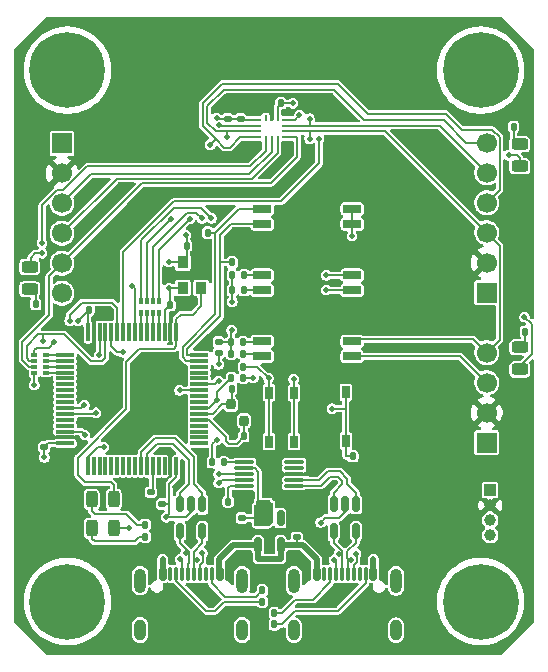
<source format=gbr>
%TF.GenerationSoftware,KiCad,Pcbnew,9.0.5-9.0.5~ubuntu24.04.1*%
%TF.CreationDate,2025-10-15T00:30:22+05:00*%
%TF.ProjectId,AH4,4148342e-6b69-4636-9164-5f7063625858,rev?*%
%TF.SameCoordinates,Original*%
%TF.FileFunction,Copper,L1,Top*%
%TF.FilePolarity,Positive*%
%FSLAX46Y46*%
G04 Gerber Fmt 4.6, Leading zero omitted, Abs format (unit mm)*
G04 Created by KiCad (PCBNEW 9.0.5-9.0.5~ubuntu24.04.1) date 2025-10-15 00:30:22*
%MOMM*%
%LPD*%
G01*
G04 APERTURE LIST*
G04 Aperture macros list*
%AMRoundRect*
0 Rectangle with rounded corners*
0 $1 Rounding radius*
0 $2 $3 $4 $5 $6 $7 $8 $9 X,Y pos of 4 corners*
0 Add a 4 corners polygon primitive as box body*
4,1,4,$2,$3,$4,$5,$6,$7,$8,$9,$2,$3,0*
0 Add four circle primitives for the rounded corners*
1,1,$1+$1,$2,$3*
1,1,$1+$1,$4,$5*
1,1,$1+$1,$6,$7*
1,1,$1+$1,$8,$9*
0 Add four rect primitives between the rounded corners*
20,1,$1+$1,$2,$3,$4,$5,0*
20,1,$1+$1,$4,$5,$6,$7,0*
20,1,$1+$1,$6,$7,$8,$9,0*
20,1,$1+$1,$8,$9,$2,$3,0*%
G04 Aperture macros list end*
%TA.AperFunction,ComponentPad*%
%ADD10R,1.000000X1.000000*%
%TD*%
%TA.AperFunction,ComponentPad*%
%ADD11C,1.000000*%
%TD*%
%TA.AperFunction,SMDPad,CuDef*%
%ADD12RoundRect,0.150000X-0.150000X-0.425000X0.150000X-0.425000X0.150000X0.425000X-0.150000X0.425000X0*%
%TD*%
%TA.AperFunction,SMDPad,CuDef*%
%ADD13RoundRect,0.075000X-0.075000X-0.500000X0.075000X-0.500000X0.075000X0.500000X-0.075000X0.500000X0*%
%TD*%
%TA.AperFunction,HeatsinkPad*%
%ADD14O,1.000000X2.100000*%
%TD*%
%TA.AperFunction,HeatsinkPad*%
%ADD15O,1.000000X1.800000*%
%TD*%
%TA.AperFunction,SMDPad,CuDef*%
%ADD16RoundRect,0.135000X0.135000X0.185000X-0.135000X0.185000X-0.135000X-0.185000X0.135000X-0.185000X0*%
%TD*%
%TA.AperFunction,SMDPad,CuDef*%
%ADD17RoundRect,0.140000X-0.140000X-0.170000X0.140000X-0.170000X0.140000X0.170000X-0.140000X0.170000X0*%
%TD*%
%TA.AperFunction,SMDPad,CuDef*%
%ADD18RoundRect,0.150000X0.150000X-0.512500X0.150000X0.512500X-0.150000X0.512500X-0.150000X-0.512500X0*%
%TD*%
%TA.AperFunction,SMDPad,CuDef*%
%ADD19RoundRect,0.135000X-0.135000X-0.185000X0.135000X-0.185000X0.135000X0.185000X-0.135000X0.185000X0*%
%TD*%
%TA.AperFunction,SMDPad,CuDef*%
%ADD20R,0.400000X0.500000*%
%TD*%
%TA.AperFunction,SMDPad,CuDef*%
%ADD21R,0.300000X0.500000*%
%TD*%
%TA.AperFunction,SMDPad,CuDef*%
%ADD22RoundRect,0.135000X0.185000X-0.135000X0.185000X0.135000X-0.185000X0.135000X-0.185000X-0.135000X0*%
%TD*%
%TA.AperFunction,SMDPad,CuDef*%
%ADD23RoundRect,0.190000X-0.610000X-0.190000X0.610000X-0.190000X0.610000X0.190000X-0.610000X0.190000X0*%
%TD*%
%TA.AperFunction,SMDPad,CuDef*%
%ADD24R,0.650000X1.050000*%
%TD*%
%TA.AperFunction,SMDPad,CuDef*%
%ADD25RoundRect,0.243750X-0.456250X0.243750X-0.456250X-0.243750X0.456250X-0.243750X0.456250X0.243750X0*%
%TD*%
%TA.AperFunction,ComponentPad*%
%ADD26C,0.800000*%
%TD*%
%TA.AperFunction,ComponentPad*%
%ADD27C,6.400000*%
%TD*%
%TA.AperFunction,SMDPad,CuDef*%
%ADD28RoundRect,0.243750X0.456250X-0.243750X0.456250X0.243750X-0.456250X0.243750X-0.456250X-0.243750X0*%
%TD*%
%TA.AperFunction,SMDPad,CuDef*%
%ADD29RoundRect,0.140000X0.170000X-0.140000X0.170000X0.140000X-0.170000X0.140000X-0.170000X-0.140000X0*%
%TD*%
%TA.AperFunction,ComponentPad*%
%ADD30R,1.700000X1.700000*%
%TD*%
%TA.AperFunction,ComponentPad*%
%ADD31C,1.700000*%
%TD*%
%TA.AperFunction,SMDPad,CuDef*%
%ADD32RoundRect,0.075000X0.700000X0.075000X-0.700000X0.075000X-0.700000X-0.075000X0.700000X-0.075000X0*%
%TD*%
%TA.AperFunction,SMDPad,CuDef*%
%ADD33RoundRect,0.075000X0.075000X0.700000X-0.075000X0.700000X-0.075000X-0.700000X0.075000X-0.700000X0*%
%TD*%
%TA.AperFunction,SMDPad,CuDef*%
%ADD34RoundRect,0.140000X-0.170000X0.140000X-0.170000X-0.140000X0.170000X-0.140000X0.170000X0.140000X0*%
%TD*%
%TA.AperFunction,SMDPad,CuDef*%
%ADD35R,0.900000X1.000000*%
%TD*%
%TA.AperFunction,SMDPad,CuDef*%
%ADD36RoundRect,0.200000X0.200000X-0.250000X0.200000X0.250000X-0.200000X0.250000X-0.200000X-0.250000X0*%
%TD*%
%TA.AperFunction,SMDPad,CuDef*%
%ADD37RoundRect,0.243750X-0.243750X-0.456250X0.243750X-0.456250X0.243750X0.456250X-0.243750X0.456250X0*%
%TD*%
%TA.AperFunction,SMDPad,CuDef*%
%ADD38RoundRect,0.140000X0.140000X0.170000X-0.140000X0.170000X-0.140000X-0.170000X0.140000X-0.170000X0*%
%TD*%
%TA.AperFunction,SMDPad,CuDef*%
%ADD39RoundRect,0.087500X0.725000X0.087500X-0.725000X0.087500X-0.725000X-0.087500X0.725000X-0.087500X0*%
%TD*%
%TA.AperFunction,SMDPad,CuDef*%
%ADD40R,0.500000X0.400000*%
%TD*%
%TA.AperFunction,SMDPad,CuDef*%
%ADD41R,0.500000X0.300000*%
%TD*%
%TA.AperFunction,BGAPad,CuDef*%
%ADD42R,0.475000X0.250000*%
%TD*%
%TA.AperFunction,BGAPad,CuDef*%
%ADD43R,0.250000X0.475000*%
%TD*%
%TA.AperFunction,ViaPad*%
%ADD44C,0.500000*%
%TD*%
%TA.AperFunction,Conductor*%
%ADD45C,0.200000*%
%TD*%
%TA.AperFunction,Conductor*%
%ADD46C,0.500000*%
%TD*%
G04 APERTURE END LIST*
D10*
%TO.P,J6,1,Pin_1*%
%TO.N,VDD*%
X229800000Y-105560000D03*
D11*
%TO.P,J6,2,Pin_2*%
%TO.N,GND*%
X229800000Y-106830000D03*
%TO.P,J6,3,Pin_3*%
%TO.N,/SWD*%
X229800000Y-108100000D03*
%TO.P,J6,4,Pin_4*%
%TO.N,/SWC*%
X229800000Y-109370000D03*
%TD*%
D12*
%TO.P,J2,A1,GND*%
%TO.N,GND*%
X214300000Y-112660000D03*
%TO.P,J2,A4,VBUS*%
%TO.N,Net-(U6-EN)*%
X215100000Y-112660000D03*
D13*
%TO.P,J2,A5,CC1*%
%TO.N,Net-(J2-CC1)*%
X216250000Y-112660000D03*
%TO.P,J2,A6,D+*%
%TO.N,/D2+*%
X217250000Y-112660000D03*
%TO.P,J2,A7,D-*%
%TO.N,/D2-*%
X217750000Y-112660000D03*
%TO.P,J2,A8,SBU1*%
%TO.N,unconnected-(J2-SBU1-PadA8)*%
X218750000Y-112660000D03*
D12*
%TO.P,J2,A9,VBUS*%
%TO.N,Net-(U6-EN)*%
X219900000Y-112660000D03*
%TO.P,J2,A12,GND*%
%TO.N,GND*%
X220700000Y-112660000D03*
%TO.P,J2,B1,GND*%
X220700000Y-112660000D03*
%TO.P,J2,B4,VBUS*%
%TO.N,Net-(U6-EN)*%
X219900000Y-112660000D03*
D13*
%TO.P,J2,B5,CC2*%
%TO.N,Net-(J2-CC2)*%
X219250000Y-112660000D03*
%TO.P,J2,B6,D+*%
%TO.N,/D2+*%
X218250000Y-112660000D03*
%TO.P,J2,B7,D-*%
%TO.N,/D2-*%
X216750000Y-112660000D03*
%TO.P,J2,B8,SBU2*%
%TO.N,unconnected-(J2-SBU2-PadB8)*%
X215750000Y-112660000D03*
D12*
%TO.P,J2,B9,VBUS*%
%TO.N,Net-(U6-EN)*%
X215100000Y-112660000D03*
%TO.P,J2,B12,GND*%
%TO.N,GND*%
X214300000Y-112660000D03*
D14*
%TO.P,J2,S1,SHIELD*%
%TO.N,unconnected-(J2-SHIELD-PadS1)_2*%
X213180000Y-113235000D03*
D15*
%TO.N,unconnected-(J2-SHIELD-PadS1)_1*%
X213180000Y-117415000D03*
D14*
%TO.N,unconnected-(J2-SHIELD-PadS1)*%
X221820000Y-113235000D03*
D15*
%TO.N,unconnected-(J2-SHIELD-PadS1)_3*%
X221820000Y-117415000D03*
%TD*%
D16*
%TO.P,R7,1*%
%TO.N,/DIP_1*%
X205890000Y-83750000D03*
%TO.P,R7,2*%
%TO.N,GND*%
X204870000Y-83750000D03*
%TD*%
D17*
%TO.P,C7,1*%
%TO.N,/FSYNC*%
X204095000Y-84875000D03*
%TO.P,C7,2*%
%TO.N,GND*%
X205055000Y-84875000D03*
%TD*%
D18*
%TO.P,U6,1,VIN*%
%TO.N,Net-(U6-EN)*%
X210150000Y-110212500D03*
%TO.P,U6,2,GND*%
%TO.N,GND*%
X211100000Y-110212500D03*
%TO.P,U6,3,EN*%
%TO.N,Net-(U6-EN)*%
X212050000Y-110212500D03*
%TO.P,U6,4,NC*%
%TO.N,unconnected-(U6-NC-Pad4)*%
X212050000Y-107937500D03*
%TO.P,U6,5,VOUT*%
%TO.N,VDD*%
X210150000Y-107937500D03*
%TD*%
D19*
%TO.P,R2,1*%
%TO.N,Net-(J1-CC2)*%
X210490000Y-114050000D03*
%TO.P,R2,2*%
%TO.N,GND*%
X211510000Y-114050000D03*
%TD*%
D16*
%TO.P,R12,1*%
%TO.N,Net-(R12-Pad1)*%
X208970000Y-87350000D03*
%TO.P,R12,2*%
%TO.N,VDD*%
X207950000Y-87350000D03*
%TD*%
D20*
%TO.P,RN2,1,R1.1*%
%TO.N,Net-(RN2-R1.1)*%
X200250000Y-90550000D03*
D21*
%TO.P,RN2,2,R2.1*%
%TO.N,Net-(RN2-R2.1)*%
X200750000Y-90550000D03*
%TO.P,RN2,3,R3.1*%
%TO.N,Net-(RN2-R3.1)*%
X201250000Y-90550000D03*
D20*
%TO.P,RN2,4,R4.1*%
%TO.N,Net-(RN2-R4.1)*%
X201750000Y-90550000D03*
%TO.P,RN2,5,R4.2*%
%TO.N,/~{AUX1_CS}*%
X201750000Y-89550000D03*
D21*
%TO.P,RN2,6,R3.2*%
%TO.N,/AUX1_SCK*%
X201250000Y-89550000D03*
%TO.P,RN2,7,R2.2*%
%TO.N,/AUX1_MISO*%
X200750000Y-89550000D03*
D20*
%TO.P,RN2,8,R1.2*%
%TO.N,/AUX1_MOSI*%
X200250000Y-89550000D03*
%TD*%
D22*
%TO.P,R17,1*%
%TO.N,GND*%
X201075000Y-106760000D03*
%TO.P,R17,2*%
%TO.N,Net-(U2-BOOT0)*%
X201075000Y-105740000D03*
%TD*%
D17*
%TO.P,C8,1*%
%TO.N,VDD*%
X195820000Y-90300000D03*
%TO.P,C8,2*%
%TO.N,GND*%
X196780000Y-90300000D03*
%TD*%
D23*
%TO.P,SW3,1*%
%TO.N,Net-(R12-Pad1)*%
X210490000Y-87365000D03*
%TO.P,SW3,2*%
%TO.N,Net-(R13-Pad1)*%
X210490000Y-88635000D03*
%TO.P,SW3,3*%
%TO.N,/AP_SCK*%
X218110000Y-88635000D03*
%TO.P,SW3,4*%
%TO.N,/AP_MOSI*%
X218110000Y-87365000D03*
%TD*%
D24*
%TO.P,SW5,1,1*%
%TO.N,/BOOT1*%
X211050000Y-101450000D03*
X211050000Y-97300000D03*
%TO.P,SW5,2,2*%
%TO.N,VDD*%
X213200000Y-101450000D03*
X213200000Y-97325000D03*
%TD*%
D19*
%TO.P,R8,1*%
%TO.N,Net-(D1-K)*%
X200590000Y-109500000D03*
%TO.P,R8,2*%
%TO.N,GND*%
X201610000Y-109500000D03*
%TD*%
D16*
%TO.P,R14,1*%
%TO.N,Net-(R14-Pad1)*%
X208900000Y-93020000D03*
%TO.P,R14,2*%
%TO.N,VDD*%
X207880000Y-93020000D03*
%TD*%
D25*
%TO.P,D4,1,K*%
%TO.N,Net-(D4-K)*%
X232300000Y-76262500D03*
%TO.P,D4,2,A*%
%TO.N,/OIS_LED*%
X232300000Y-78137500D03*
%TD*%
D12*
%TO.P,J1,A1,GND*%
%TO.N,GND*%
X201280000Y-112645000D03*
%TO.P,J1,A4,VBUS*%
%TO.N,Net-(U6-EN)*%
X202080000Y-112645000D03*
D13*
%TO.P,J1,A5,CC1*%
%TO.N,Net-(J1-CC1)*%
X203230000Y-112645000D03*
%TO.P,J1,A6,D+*%
%TO.N,/D1+*%
X204230000Y-112645000D03*
%TO.P,J1,A7,D-*%
%TO.N,/D1-*%
X204730000Y-112645000D03*
%TO.P,J1,A8,SBU1*%
%TO.N,unconnected-(J1-SBU1-PadA8)*%
X205730000Y-112645000D03*
D12*
%TO.P,J1,A9,VBUS*%
%TO.N,Net-(U6-EN)*%
X206880000Y-112645000D03*
%TO.P,J1,A12,GND*%
%TO.N,GND*%
X207680000Y-112645000D03*
%TO.P,J1,B1,GND*%
X207680000Y-112645000D03*
%TO.P,J1,B4,VBUS*%
%TO.N,Net-(U6-EN)*%
X206880000Y-112645000D03*
D13*
%TO.P,J1,B5,CC2*%
%TO.N,Net-(J1-CC2)*%
X206230000Y-112645000D03*
%TO.P,J1,B6,D+*%
%TO.N,/D1+*%
X205230000Y-112645000D03*
%TO.P,J1,B7,D-*%
%TO.N,/D1-*%
X203730000Y-112645000D03*
%TO.P,J1,B8,SBU2*%
%TO.N,unconnected-(J1-SBU2-PadB8)*%
X202730000Y-112645000D03*
D12*
%TO.P,J1,B9,VBUS*%
%TO.N,Net-(U6-EN)*%
X202080000Y-112645000D03*
%TO.P,J1,B12,GND*%
%TO.N,GND*%
X201280000Y-112645000D03*
D14*
%TO.P,J1,S1,SHIELD*%
%TO.N,unconnected-(J1-SHIELD-PadS1)*%
X200160000Y-113220000D03*
D15*
%TO.N,unconnected-(J1-SHIELD-PadS1)_2*%
X200160000Y-117400000D03*
D14*
%TO.N,unconnected-(J1-SHIELD-PadS1)_1*%
X208800000Y-113220000D03*
D15*
%TO.N,unconnected-(J1-SHIELD-PadS1)_3*%
X208800000Y-117400000D03*
%TD*%
D26*
%TO.P,H3,1*%
%TO.N,N/C*%
X191600000Y-115000000D03*
X192302944Y-113302944D03*
X192302944Y-116697056D03*
X194000000Y-112600000D03*
D27*
X194000000Y-115000000D03*
D26*
X194000000Y-117400000D03*
X195697056Y-113302944D03*
X195697056Y-116697056D03*
X196400000Y-115000000D03*
%TD*%
D16*
%TO.P,R15,1*%
%TO.N,Net-(R15-Pad1)*%
X208900000Y-93990000D03*
%TO.P,R15,2*%
%TO.N,VDD*%
X207880000Y-93990000D03*
%TD*%
D28*
%TO.P,D5,1,K*%
%TO.N,Net-(D5-K)*%
X190800000Y-88537500D03*
%TO.P,D5,2,A*%
%TO.N,/AP_LED*%
X190800000Y-86662500D03*
%TD*%
D29*
%TO.P,C3,1*%
%TO.N,Net-(U6-EN)*%
X213425000Y-109555000D03*
%TO.P,C3,2*%
%TO.N,GND*%
X213425000Y-108595000D03*
%TD*%
D30*
%TO.P,J5,1,Pin_1*%
%TO.N,VDD*%
X193548000Y-76200000D03*
D31*
%TO.P,J5,2,Pin_2*%
%TO.N,GND*%
X193548000Y-78740000D03*
%TO.P,J5,3,Pin_3*%
%TO.N,/AP_SCK*%
X193548000Y-81280000D03*
%TO.P,J5,4,Pin_4*%
%TO.N,/AP_MOSI*%
X193548000Y-83820000D03*
%TO.P,J5,5,Pin_5*%
%TO.N,/AP_MISO*%
X193548000Y-86360000D03*
%TO.P,J5,6,Pin_6*%
%TO.N,/~{AP_CS}*%
X193548000Y-88900000D03*
%TD*%
D16*
%TO.P,R11,1*%
%TO.N,Net-(D5-K)*%
X191310000Y-89800000D03*
%TO.P,R11,2*%
%TO.N,GND*%
X190290000Y-89800000D03*
%TD*%
D32*
%TO.P,U2,1,VBAT*%
%TO.N,unconnected-(U2-VBAT-Pad1)*%
X205150000Y-101600000D03*
%TO.P,U2,2,PC13/TAMPER-RTC*%
%TO.N,unconnected-(U2-PC13{slash}TAMPER-RTC-Pad2)*%
X205150000Y-101100000D03*
%TO.P,U2,3,PC14/OSC32IN*%
%TO.N,unconnected-(U2-PC14{slash}OSC32IN-Pad3)*%
X205150000Y-100600000D03*
%TO.P,U2,4,PC15/OSC32OUT*%
%TO.N,unconnected-(U2-PC15{slash}OSC32OUT-Pad4)*%
X205150000Y-100100000D03*
%TO.P,U2,5,OSC_IN/PD0*%
%TO.N,Net-(U2-OSC_IN{slash}PD0)*%
X205150000Y-99600000D03*
%TO.P,U2,6,OSC_OUT/PD1*%
%TO.N,Net-(U2-OSC_OUT{slash}PD1)*%
X205150000Y-99100000D03*
%TO.P,U2,7,NRST*%
%TO.N,/NRST*%
X205150000Y-98600000D03*
%TO.P,U2,8,PC0/ADC10*%
%TO.N,unconnected-(U2-PC0{slash}ADC10-Pad8)*%
X205150000Y-98100000D03*
%TO.P,U2,9,PC1/ADC11*%
%TO.N,unconnected-(U2-PC1{slash}ADC11-Pad9)*%
X205150000Y-97600000D03*
%TO.P,U2,10,PC2/ADC12*%
%TO.N,/I2CM_LED*%
X205150000Y-97100000D03*
%TO.P,U2,11,PC3/ADC13*%
%TO.N,/OIS_LED*%
X205150000Y-96600000D03*
%TO.P,U2,12,VSSA*%
%TO.N,unconnected-(U2-VSSA-Pad12)*%
X205150000Y-96100000D03*
%TO.P,U2,13,VDDA*%
%TO.N,unconnected-(U2-VDDA-Pad13)*%
X205150000Y-95600000D03*
%TO.P,U2,14,PA0/WKUP/ADC0*%
%TO.N,unconnected-(U2-PA0{slash}WKUP{slash}ADC0-Pad14)*%
X205150000Y-95100000D03*
%TO.P,U2,15,PA1/ADC1*%
%TO.N,/DIP_1*%
X205150000Y-94600000D03*
%TO.P,U2,16,PA2/ADC2*%
%TO.N,/DIP_2*%
X205150000Y-94100000D03*
D33*
%TO.P,U2,17,PA3/ADC3*%
%TO.N,/FSYNC_EN*%
X203225000Y-92175000D03*
%TO.P,U2,18,VSS4*%
%TO.N,GND*%
X202725000Y-92175000D03*
%TO.P,U2,19,VDD4*%
%TO.N,VDD*%
X202225000Y-92175000D03*
%TO.P,U2,20,PA4/ADC4/DAC0*%
%TO.N,Net-(RN2-R4.1)*%
X201725000Y-92175000D03*
%TO.P,U2,21,PA5/ADC5/DAC1*%
%TO.N,Net-(RN2-R3.1)*%
X201225000Y-92175000D03*
%TO.P,U2,22,PA6/ADC6*%
%TO.N,Net-(RN2-R2.1)*%
X200725000Y-92175000D03*
%TO.P,U2,23,PA7/ADC7*%
%TO.N,Net-(RN2-R1.1)*%
X200225000Y-92175000D03*
%TO.P,U2,24,PC4/ADC14*%
%TO.N,/FSYNC*%
X199725000Y-92175000D03*
%TO.P,U2,25,PC5/ADC15*%
%TO.N,unconnected-(U2-PC5{slash}ADC15-Pad25)*%
X199225000Y-92175000D03*
%TO.P,U2,26,PB0/ADC8*%
%TO.N,/INT1*%
X198725000Y-92175000D03*
%TO.P,U2,27,PB1/ADC9*%
%TO.N,/AP_LED*%
X198225000Y-92175000D03*
%TO.P,U2,28,PB2/BOOT1*%
%TO.N,/BOOT1*%
X197725000Y-92175000D03*
%TO.P,U2,29,PB10*%
%TO.N,/AP_SCK*%
X197225000Y-92175000D03*
%TO.P,U2,30,PB11*%
%TO.N,/AP_MOSI*%
X196725000Y-92175000D03*
%TO.P,U2,31,VSS1*%
%TO.N,GND*%
X196225000Y-92175000D03*
%TO.P,U2,32,VIO1*%
%TO.N,VDD*%
X195725000Y-92175000D03*
D32*
%TO.P,U2,33,PB12*%
%TO.N,Net-(RN1-R4.1)*%
X193800000Y-94100000D03*
%TO.P,U2,34,PB13*%
%TO.N,Net-(RN1-R3.1)*%
X193800000Y-94600000D03*
%TO.P,U2,35,PB14*%
%TO.N,Net-(RN1-R2.1)*%
X193800000Y-95100000D03*
%TO.P,U2,36,PB15*%
%TO.N,Net-(RN1-R1.1)*%
X193800000Y-95600000D03*
%TO.P,U2,37,PC6*%
%TO.N,unconnected-(U2-PC6-Pad37)*%
X193800000Y-96100000D03*
%TO.P,U2,38,PC7*%
%TO.N,unconnected-(U2-PC7-Pad38)*%
X193800000Y-96600000D03*
%TO.P,U2,39,PC8*%
%TO.N,unconnected-(U2-PC8-Pad39)*%
X193800000Y-97100000D03*
%TO.P,U2,40,PC9*%
%TO.N,unconnected-(U2-PC9-Pad40)*%
X193800000Y-97600000D03*
%TO.P,U2,41,PA8*%
%TO.N,unconnected-(U2-PA8-Pad41)*%
X193800000Y-98100000D03*
%TO.P,U2,42,PA9*%
%TO.N,/TXD*%
X193800000Y-98600000D03*
%TO.P,U2,43,PA10*%
%TO.N,/RXD*%
X193800000Y-99100000D03*
%TO.P,U2,44,PA11/USB1DM*%
%TO.N,unconnected-(U2-PA11{slash}USB1DM-Pad44)*%
X193800000Y-99600000D03*
%TO.P,U2,45,PA12/USB1DP*%
%TO.N,unconnected-(U2-PA12{slash}USB1DP-Pad45)*%
X193800000Y-100100000D03*
%TO.P,U2,46,PA13/SWDIO*%
%TO.N,/SWD*%
X193800000Y-100600000D03*
%TO.P,U2,47,VSS2*%
%TO.N,GND*%
X193800000Y-101100000D03*
%TO.P,U2,48,VDD2*%
%TO.N,VDD*%
X193800000Y-101600000D03*
D33*
%TO.P,U2,49,PA14/SWCLK*%
%TO.N,/SWC*%
X195725000Y-103525000D03*
%TO.P,U2,50,PA15*%
%TO.N,unconnected-(U2-PA15-Pad50)*%
X196225000Y-103525000D03*
%TO.P,U2,51,PC10*%
%TO.N,unconnected-(U2-PC10-Pad51)*%
X196725000Y-103525000D03*
%TO.P,U2,52,PC11*%
%TO.N,unconnected-(U2-PC11-Pad52)*%
X197225000Y-103525000D03*
%TO.P,U2,53,PC12*%
%TO.N,unconnected-(U2-PC12-Pad53)*%
X197725000Y-103525000D03*
%TO.P,U2,54,PD2*%
%TO.N,unconnected-(U2-PD2-Pad54)*%
X198225000Y-103525000D03*
%TO.P,U2,55,PB3*%
%TO.N,unconnected-(U2-PB3-Pad55)*%
X198725000Y-103525000D03*
%TO.P,U2,56,PB4*%
%TO.N,unconnected-(U2-PB4-Pad56)*%
X199225000Y-103525000D03*
%TO.P,U2,57,PB5*%
%TO.N,unconnected-(U2-PB5-Pad57)*%
X199725000Y-103525000D03*
%TO.P,U2,58,PB6/USB2DM*%
%TO.N,/USB_HS-*%
X200225000Y-103525000D03*
%TO.P,U2,59,PB7/USB2DP*%
%TO.N,/USB_HS+*%
X200725000Y-103525000D03*
%TO.P,U2,60,BOOT0*%
%TO.N,Net-(U2-BOOT0)*%
X201225000Y-103525000D03*
%TO.P,U2,61,PB8*%
%TO.N,unconnected-(U2-PB8-Pad61)*%
X201725000Y-103525000D03*
%TO.P,U2,62,PB9*%
%TO.N,unconnected-(U2-PB9-Pad62)*%
X202225000Y-103525000D03*
%TO.P,U2,63,VSS3*%
%TO.N,GND*%
X202725000Y-103525000D03*
%TO.P,U2,64,VIO3*%
%TO.N,VDD*%
X203225000Y-103525000D03*
%TD*%
D24*
%TO.P,SW2,1,1*%
%TO.N,GND*%
X219725000Y-97275000D03*
X219725000Y-101425000D03*
%TO.P,SW2,2,2*%
%TO.N,/NRST*%
X217575000Y-97275000D03*
X217575000Y-101400000D03*
%TD*%
D34*
%TO.P,C15,1*%
%TO.N,GND*%
X208670000Y-73170000D03*
%TO.P,C15,2*%
%TO.N,VDD*%
X208670000Y-74130000D03*
%TD*%
D26*
%TO.P,H1,1*%
%TO.N,N/C*%
X191600000Y-70000000D03*
X192302944Y-68302944D03*
X192302944Y-71697056D03*
X194000000Y-67600000D03*
D27*
X194000000Y-70000000D03*
D26*
X194000000Y-72400000D03*
X195697056Y-68302944D03*
X195697056Y-71697056D03*
X196400000Y-70000000D03*
%TD*%
D35*
%TO.P,Y2,1,EN*%
%TO.N,/FSYNC_EN*%
X205325000Y-88425000D03*
%TO.P,Y2,2,GND*%
%TO.N,GND*%
X205325000Y-86275000D03*
%TO.P,Y2,3,OUT*%
%TO.N,/FSYNC*%
X203775000Y-86275000D03*
%TO.P,Y2,4,V+*%
%TO.N,VDD*%
X203775000Y-88425000D03*
%TD*%
D34*
%TO.P,C16,1*%
%TO.N,VDD*%
X206800000Y-93020000D03*
%TO.P,C16,2*%
%TO.N,/BOOT1*%
X206800000Y-93980000D03*
%TD*%
D17*
%TO.P,C1,1*%
%TO.N,Net-(U5-V3)*%
X207610000Y-106520000D03*
%TO.P,C1,2*%
%TO.N,GND*%
X208570000Y-106520000D03*
%TD*%
D36*
%TO.P,Y1,1,1*%
%TO.N,Net-(U2-OSC_IN{slash}PD0)*%
X208950000Y-99700000D03*
%TO.P,Y1,2,2*%
%TO.N,GND*%
X208950000Y-98300000D03*
%TO.P,Y1,3,3*%
%TO.N,Net-(U2-OSC_OUT{slash}PD1)*%
X207850000Y-98300000D03*
%TO.P,Y1,4,4*%
%TO.N,GND*%
X207850000Y-99700000D03*
%TD*%
D37*
%TO.P,D1,1,K*%
%TO.N,Net-(D1-K)*%
X196062500Y-108800000D03*
%TO.P,D1,2,A*%
%TO.N,VDD*%
X197937500Y-108800000D03*
%TD*%
D25*
%TO.P,D3,1,K*%
%TO.N,Net-(D3-K)*%
X232300000Y-93462500D03*
%TO.P,D3,2,A*%
%TO.N,/I2CM_LED*%
X232300000Y-95337500D03*
%TD*%
D19*
%TO.P,R6,1*%
%TO.N,/DIP_2*%
X207960000Y-86280000D03*
%TO.P,R6,2*%
%TO.N,GND*%
X208980000Y-86280000D03*
%TD*%
%TO.P,R16,1*%
%TO.N,Net-(D2-K)*%
X200590000Y-108500000D03*
%TO.P,R16,2*%
%TO.N,GND*%
X201610000Y-108500000D03*
%TD*%
D38*
%TO.P,C13,1*%
%TO.N,VDD*%
X212080000Y-72800000D03*
%TO.P,C13,2*%
%TO.N,GND*%
X211120000Y-72800000D03*
%TD*%
D23*
%TO.P,SW4,1*%
%TO.N,Net-(R14-Pad1)*%
X210490000Y-92965000D03*
%TO.P,SW4,2*%
%TO.N,Net-(R15-Pad1)*%
X210490000Y-94235000D03*
%TO.P,SW4,3*%
%TO.N,/AUX1_SCK*%
X218110000Y-94235000D03*
%TO.P,SW4,4*%
%TO.N,/AUX1_MOSI*%
X218110000Y-92965000D03*
%TD*%
D38*
%TO.P,C2,1*%
%TO.N,Net-(U5-TNOW{slash}~{DTR})*%
X207230000Y-103200000D03*
%TO.P,C2,2*%
%TO.N,/NRST*%
X206270000Y-103200000D03*
%TD*%
D30*
%TO.P,J4,1,Pin_1*%
%TO.N,VDD*%
X229500000Y-88840000D03*
D31*
%TO.P,J4,2,Pin_2*%
%TO.N,GND*%
X229500000Y-86300000D03*
%TO.P,J4,3,Pin_3*%
%TO.N,/AUX1_MOSI*%
X229500000Y-83760000D03*
%TO.P,J4,4,Pin_4*%
%TO.N,/AUX1_MISO*%
X229500000Y-81220000D03*
%TO.P,J4,5,Pin_5*%
%TO.N,/AUX1_SCK*%
X229500000Y-78680000D03*
%TO.P,J4,6,Pin_6*%
%TO.N,/~{AUX1_CS}*%
X229500000Y-76140000D03*
%TD*%
D29*
%TO.P,C4,1*%
%TO.N,GND*%
X208750000Y-108880000D03*
%TO.P,C4,2*%
%TO.N,VDD*%
X208750000Y-107920000D03*
%TD*%
D23*
%TO.P,SW1,1*%
%TO.N,/DIP_1*%
X210497520Y-81742484D03*
%TO.P,SW1,2*%
%TO.N,/DIP_2*%
X210497520Y-83012484D03*
%TO.P,SW1,3*%
%TO.N,VDD*%
X218117520Y-83012484D03*
%TO.P,SW1,4*%
X218117520Y-81742484D03*
%TD*%
D29*
%TO.P,C14,1*%
%TO.N,VDD*%
X207570000Y-74130000D03*
%TO.P,C14,2*%
%TO.N,GND*%
X207570000Y-73170000D03*
%TD*%
D19*
%TO.P,R3,1*%
%TO.N,Net-(J1-CC1)*%
X210490000Y-115025000D03*
%TO.P,R3,2*%
%TO.N,GND*%
X211510000Y-115025000D03*
%TD*%
D16*
%TO.P,R1,1*%
%TO.N,VDD*%
X208910000Y-96060000D03*
%TO.P,R1,2*%
%TO.N,/NRST*%
X207890000Y-96060000D03*
%TD*%
D38*
%TO.P,C6,1*%
%TO.N,Net-(U2-OSC_IN{slash}PD0)*%
X208930000Y-101000000D03*
%TO.P,C6,2*%
%TO.N,GND*%
X207970000Y-101000000D03*
%TD*%
D16*
%TO.P,R5,1*%
%TO.N,Net-(J2-CC1)*%
X211510000Y-115975000D03*
%TO.P,R5,2*%
%TO.N,GND*%
X210490000Y-115975000D03*
%TD*%
D17*
%TO.P,C11,1*%
%TO.N,VDD*%
X202720000Y-89900000D03*
%TO.P,C11,2*%
%TO.N,GND*%
X203680000Y-89900000D03*
%TD*%
D26*
%TO.P,H2,1*%
%TO.N,N/C*%
X226600000Y-70000000D03*
X227302944Y-68302944D03*
X227302944Y-71697056D03*
X229000000Y-67600000D03*
D27*
X229000000Y-70000000D03*
D26*
X229000000Y-72400000D03*
X230697056Y-68302944D03*
X230697056Y-71697056D03*
X231400000Y-70000000D03*
%TD*%
D16*
%TO.P,R4,1*%
%TO.N,Net-(J2-CC2)*%
X211510000Y-116925000D03*
%TO.P,R4,2*%
%TO.N,GND*%
X210490000Y-116925000D03*
%TD*%
D39*
%TO.P,U5,1,UD+*%
%TO.N,/USB_UART+*%
X213212500Y-105200000D03*
%TO.P,U5,2,UD-*%
%TO.N,/USB_UART-*%
X213212500Y-104700000D03*
%TO.P,U5,3,GND*%
%TO.N,GND*%
X213212500Y-104200000D03*
%TO.P,U5,4,~{RTS}*%
%TO.N,unconnected-(U5-~{RTS}-Pad4)*%
X213212500Y-103700000D03*
%TO.P,U5,5,~{CTS}*%
%TO.N,unconnected-(U5-~{CTS}-Pad5)*%
X213212500Y-103200000D03*
%TO.P,U5,6,TNOW/~{DTR}*%
%TO.N,Net-(U5-TNOW{slash}~{DTR})*%
X208987500Y-103200000D03*
%TO.P,U5,7,VCC*%
%TO.N,VDD*%
X208987500Y-103700000D03*
%TO.P,U5,8,TXD*%
%TO.N,/RXD*%
X208987500Y-104200000D03*
%TO.P,U5,9,RXD*%
%TO.N,/TXD*%
X208987500Y-104700000D03*
%TO.P,U5,10,V3*%
%TO.N,Net-(U5-V3)*%
X208987500Y-105200000D03*
%TD*%
D17*
%TO.P,C5,1*%
%TO.N,Net-(U2-OSC_OUT{slash}PD1)*%
X207920000Y-97000000D03*
%TO.P,C5,2*%
%TO.N,GND*%
X208880000Y-97000000D03*
%TD*%
D18*
%TO.P,U3,1,I/O1*%
%TO.N,/D1+*%
X203530000Y-109045000D03*
%TO.P,U3,2,GND*%
%TO.N,GND*%
X204480000Y-109045000D03*
%TO.P,U3,3,I/O2*%
%TO.N,/D1-*%
X205430000Y-109045000D03*
%TO.P,U3,4,I/O2*%
%TO.N,/USB_HS-*%
X205430000Y-106770000D03*
%TO.P,U3,5,VBUS*%
%TO.N,VDD*%
X204480000Y-106770000D03*
%TO.P,U3,6,I/O1*%
%TO.N,/USB_HS+*%
X203530000Y-106770000D03*
%TD*%
D40*
%TO.P,RN1,1,R1.1*%
%TO.N,Net-(RN1-R1.1)*%
X192200000Y-95600000D03*
D41*
%TO.P,RN1,2,R2.1*%
%TO.N,Net-(RN1-R2.1)*%
X192200000Y-95100000D03*
%TO.P,RN1,3,R3.1*%
%TO.N,Net-(RN1-R3.1)*%
X192200000Y-94600000D03*
D40*
%TO.P,RN1,4,R4.1*%
%TO.N,Net-(RN1-R4.1)*%
X192200000Y-94100000D03*
%TO.P,RN1,5,R4.2*%
%TO.N,/~{AP_CS}*%
X191200000Y-94100000D03*
D41*
%TO.P,RN1,6,R3.2*%
%TO.N,/AP_SCK*%
X191200000Y-94600000D03*
%TO.P,RN1,7,R2.2*%
%TO.N,/AP_MISO*%
X191200000Y-95100000D03*
D40*
%TO.P,RN1,8,R1.2*%
%TO.N,/AP_MOSI*%
X191200000Y-95600000D03*
%TD*%
D16*
%TO.P,R18,1*%
%TO.N,/BOOT1*%
X208910000Y-95120000D03*
%TO.P,R18,2*%
%TO.N,GND*%
X207890000Y-95120000D03*
%TD*%
D26*
%TO.P,H4,1*%
%TO.N,N/C*%
X226600000Y-115000000D03*
X227302944Y-113302944D03*
X227302944Y-116697056D03*
X229000000Y-112600000D03*
D27*
X229000000Y-115000000D03*
D26*
X229000000Y-117400000D03*
X230697056Y-113302944D03*
X230697056Y-116697056D03*
X231400000Y-115000000D03*
%TD*%
D16*
%TO.P,R9,1*%
%TO.N,Net-(D3-K)*%
X232760000Y-92150000D03*
%TO.P,R9,2*%
%TO.N,GND*%
X231740000Y-92150000D03*
%TD*%
%TO.P,R13,1*%
%TO.N,Net-(R13-Pad1)*%
X208980000Y-88630000D03*
%TO.P,R13,2*%
%TO.N,VDD*%
X207960000Y-88630000D03*
%TD*%
D42*
%TO.P,U1,1,AP_SDO/AP_AD0*%
%TO.N,/AP_MISO*%
X212454182Y-75691464D03*
%TO.P,U1,2,RESV/AUX1_SDIO/AUX1_SDI/MAS_DA*%
%TO.N,/AUX1_MOSI*%
X212454182Y-75191464D03*
%TO.P,U1,3,RESV/AUX1_SCLK/MAS_CLK*%
%TO.N,/AUX1_SCK*%
X212454182Y-74691464D03*
%TO.P,U1,4,INT1/INT*%
%TO.N,/INT1*%
X212454182Y-74191464D03*
D43*
%TO.P,U1,5,VDDIO*%
%TO.N,VDD*%
X211791682Y-74028964D03*
%TO.P,U1,6,GND*%
%TO.N,GND*%
X211291682Y-74028964D03*
%TO.P,U1,7,RESV*%
%TO.N,unconnected-(U1-RESV-Pad7)*%
X210791682Y-74028964D03*
D42*
%TO.P,U1,8,VDD*%
%TO.N,VDD*%
X210131682Y-74191464D03*
%TO.P,U1,9,INT2/FSYNC/CLKIN*%
%TO.N,/FSYNC*%
X210131682Y-74691464D03*
%TO.P,U1,10,RESV/AUX1_CS*%
%TO.N,/~{AUX1_CS}*%
X210129182Y-75191464D03*
%TO.P,U1,11,RESV/AUX1_SDO*%
%TO.N,/AUX1_MISO*%
X210129182Y-75691464D03*
D43*
%TO.P,U1,12,AP_CS*%
%TO.N,/~{AP_CS}*%
X210791682Y-75851464D03*
%TO.P,U1,13,AP_SCL/AP_SCLK*%
%TO.N,/AP_SCK*%
X211291682Y-75851464D03*
%TO.P,U1,14,AP_SDA/AP_SDIO/AP_SDI*%
%TO.N,/AP_MOSI*%
X211791682Y-75851464D03*
%TD*%
D18*
%TO.P,U4,1,I/O1*%
%TO.N,/D2+*%
X216539854Y-109029230D03*
%TO.P,U4,2,GND*%
%TO.N,GND*%
X217489854Y-109029230D03*
%TO.P,U4,3,I/O2*%
%TO.N,/D2-*%
X218439854Y-109029230D03*
%TO.P,U4,4,I/O2*%
%TO.N,/USB_UART-*%
X218439854Y-106754230D03*
%TO.P,U4,5,VBUS*%
%TO.N,VDD*%
X217489854Y-106754230D03*
%TO.P,U4,6,I/O1*%
%TO.N,/USB_UART+*%
X216539854Y-106754230D03*
%TD*%
D30*
%TO.P,J3,1,Pin_1*%
%TO.N,VDD*%
X229500000Y-101540000D03*
D31*
%TO.P,J3,2,Pin_2*%
%TO.N,GND*%
X229500000Y-99000000D03*
%TO.P,J3,3,Pin_3*%
%TO.N,/AUX1_SCK*%
X229500000Y-96460000D03*
%TO.P,J3,4,Pin_4*%
%TO.N,/AUX1_MOSI*%
X229500000Y-93920000D03*
%TD*%
D37*
%TO.P,D2,1,K*%
%TO.N,Net-(D2-K)*%
X196062500Y-106350000D03*
%TO.P,D2,2,A*%
%TO.N,/FSYNC_EN*%
X197937500Y-106350000D03*
%TD*%
D19*
%TO.P,R10,1*%
%TO.N,Net-(D4-K)*%
X231780000Y-74800000D03*
%TO.P,R10,2*%
%TO.N,GND*%
X232800000Y-74800000D03*
%TD*%
D17*
%TO.P,C12,1*%
%TO.N,/NRST*%
X218170000Y-102700000D03*
%TO.P,C12,2*%
%TO.N,GND*%
X219130000Y-102700000D03*
%TD*%
D29*
%TO.P,C10,1*%
%TO.N,VDD*%
X192050000Y-101900000D03*
%TO.P,C10,2*%
%TO.N,GND*%
X192050000Y-100940000D03*
%TD*%
%TO.P,C9,1*%
%TO.N,VDD*%
X202000000Y-106730000D03*
%TO.P,C9,2*%
%TO.N,GND*%
X202000000Y-105770000D03*
%TD*%
D44*
%TO.N,GND*%
X232500000Y-109000000D03*
X232500000Y-111000000D03*
X209740000Y-97010000D03*
X207800000Y-107900000D03*
X201454019Y-66486980D03*
X190500000Y-107500000D03*
X192025000Y-100000000D03*
X220100000Y-90600000D03*
X207600000Y-72250000D03*
X225463137Y-66493346D03*
X209463137Y-66493346D03*
X205900000Y-105250000D03*
X200400000Y-97700000D03*
X205448515Y-66486980D03*
X211500000Y-113225000D03*
X203150000Y-105250000D03*
X206800000Y-95600003D03*
X209900000Y-101000000D03*
X209520000Y-106520000D03*
X213400000Y-107000000D03*
X232350000Y-73850000D03*
X210250000Y-90600000D03*
X197900000Y-88900000D03*
X215000000Y-104000000D03*
X219725000Y-96225000D03*
X215250000Y-93600000D03*
X197651000Y-90300000D03*
X220400000Y-110600000D03*
X213400000Y-107800000D03*
X207000000Y-107900000D03*
X232479439Y-104974995D03*
X200400000Y-95600000D03*
X231700000Y-90900000D03*
X201775000Y-104875000D03*
X202600000Y-87400000D03*
X213458578Y-66477863D03*
X221463052Y-66477863D03*
X219475000Y-108300000D03*
X190500000Y-98500000D03*
X215000000Y-105900000D03*
X219150000Y-103750000D03*
X197500000Y-118500000D03*
X220100000Y-87050000D03*
X232479439Y-106981532D03*
X208300000Y-111600000D03*
X225500000Y-118500000D03*
X190500000Y-74000000D03*
X206100000Y-115000000D03*
X204600000Y-89900000D03*
X210475000Y-117800000D03*
X212500000Y-76700000D03*
X206800000Y-99400000D03*
X196900000Y-96650000D03*
X193250000Y-91550000D03*
X197463137Y-66493346D03*
X190500000Y-101500000D03*
X220100000Y-88800000D03*
X213700000Y-111400000D03*
X205930000Y-84870000D03*
X217453073Y-66477863D03*
X208960000Y-85310000D03*
X216700000Y-115000000D03*
X190500000Y-111000000D03*
X190300000Y-90800000D03*
X215250000Y-92100000D03*
X190500000Y-104500000D03*
X200800000Y-110800000D03*
X200700000Y-111600000D03*
%TO.N,/NRST*%
X206650000Y-101300000D03*
X206700000Y-97900000D03*
X216400000Y-98650000D03*
%TO.N,/SWD*%
X195500000Y-100900000D03*
%TO.N,Net-(U6-EN)*%
X206875000Y-111400000D03*
X215100000Y-111400000D03*
X219900000Y-111400000D03*
X202075000Y-111400000D03*
%TO.N,VDD*%
X194900000Y-91251000D03*
X218100000Y-84050000D03*
X211100000Y-107700000D03*
X202600000Y-88450000D03*
X215450000Y-108300000D03*
X206627866Y-74039132D03*
X207900000Y-92000000D03*
X213100000Y-72800000D03*
X192050000Y-102775000D03*
X211100000Y-106900000D03*
X213150000Y-96150000D03*
X209750000Y-96060000D03*
X207960000Y-89600000D03*
X210300000Y-106650000D03*
X202375000Y-107850000D03*
X199200000Y-108800000D03*
%TO.N,/SWC*%
X197100000Y-101900000D03*
%TO.N,/FSYNC*%
X199500000Y-88250000D03*
X202600000Y-86250000D03*
X206850000Y-74650000D03*
X204050000Y-83950000D03*
%TO.N,/I2CM_LED*%
X203500000Y-97100000D03*
X232700000Y-90900000D03*
%TO.N,/OIS_LED*%
X206800000Y-96300006D03*
X231350000Y-77200000D03*
%TO.N,/AP_LED*%
X191847000Y-85500000D03*
X194200000Y-91200000D03*
%TO.N,/AUX1_SCK*%
X205400000Y-82550000D03*
X214500000Y-74100000D03*
%TO.N,/AUX1_MOSI*%
X214500000Y-75800000D03*
X206200000Y-82550000D03*
%TO.N,/AUX1_MISO*%
X206100000Y-76300000D03*
X202775000Y-82575000D03*
%TO.N,/~{AUX1_CS}*%
X207550000Y-75700000D03*
X204375000Y-82575000D03*
%TO.N,/AP_SCK*%
X191900000Y-92900000D03*
X215925000Y-88625000D03*
%TO.N,/~{AP_CS}*%
X191850000Y-84650000D03*
X192897000Y-93050000D03*
%TO.N,/AP_MOSI*%
X215925000Y-87375000D03*
X196700000Y-94150000D03*
X191200000Y-96650000D03*
%TO.N,/RXD*%
X196430000Y-99010000D03*
X206800000Y-104200000D03*
%TO.N,/TXD*%
X195440000Y-98350000D03*
X206800000Y-104950000D03*
%TO.N,/INT1*%
X213650000Y-73800000D03*
X215300000Y-75800000D03*
%TO.N,/D1+*%
X205425000Y-110900000D03*
X204004065Y-110892933D03*
%TO.N,/D1-*%
X204970935Y-111432067D03*
X203550000Y-111425000D03*
%TO.N,/D2-*%
X216570000Y-111455000D03*
X217990935Y-111462067D03*
%TO.N,/D2+*%
X217024065Y-110922933D03*
X218445000Y-110930000D03*
%TO.N,/BOOT1*%
X198670000Y-93870000D03*
X211030000Y-96100000D03*
X206800000Y-94900000D03*
%TD*%
D45*
%TO.N,GND*%
X207570000Y-73170000D02*
X207570000Y-72280000D01*
X202000000Y-105232900D02*
X202000000Y-105091450D01*
X220700000Y-109175000D02*
X220700000Y-112660000D01*
X231700000Y-92110000D02*
X231740000Y-92150000D01*
X200820000Y-110820000D02*
X200800000Y-110800000D01*
X211100000Y-108901000D02*
X212574000Y-108901000D01*
X210490000Y-116925000D02*
X210490000Y-117785000D01*
X208570000Y-106855000D02*
X207525000Y-107900000D01*
X211510000Y-114050000D02*
X211510000Y-113235000D01*
X204870000Y-83750000D02*
X204870000Y-84690000D01*
X211510000Y-113235000D02*
X211500000Y-113225000D01*
X219700000Y-96200000D02*
X219725000Y-96225000D01*
X231500000Y-105130000D02*
X230551000Y-106079000D01*
X207100000Y-99700000D02*
X206800000Y-99400000D01*
X196780000Y-90300000D02*
X197651000Y-90300000D01*
X219130000Y-103730000D02*
X219150000Y-103750000D01*
X206800000Y-95600003D02*
X206999997Y-95600003D01*
X217489854Y-108366731D02*
X217489854Y-109029230D01*
X201075000Y-106760000D02*
X201075000Y-107965000D01*
X201280000Y-110820000D02*
X201610000Y-110490000D01*
X213824000Y-111901000D02*
X214225000Y-111500000D01*
X214800000Y-104200000D02*
X215000000Y-104000000D01*
X202725000Y-104366450D02*
X202725000Y-103525000D01*
X201075000Y-107965000D02*
X201610000Y-108500000D01*
X232200000Y-73800000D02*
X232311091Y-73800000D01*
X201280000Y-112645000D02*
X201280000Y-110820000D01*
X219650000Y-102700000D02*
X219725000Y-102625000D01*
X206999997Y-95600003D02*
X207480000Y-95120000D01*
X196225000Y-90955000D02*
X196880000Y-90300000D01*
X210200000Y-72800000D02*
X211120000Y-72800000D01*
X219725000Y-97275000D02*
X219725000Y-96225000D01*
X208980000Y-86280000D02*
X208980000Y-85330000D01*
X202725000Y-90855000D02*
X203680000Y-89900000D01*
X231700000Y-90900000D02*
X231700000Y-92110000D01*
X202000000Y-105100000D02*
X202000000Y-105232900D01*
X211100000Y-110212500D02*
X211100000Y-108901000D01*
X207970000Y-99820000D02*
X207850000Y-99700000D01*
X205055000Y-86005000D02*
X205325000Y-86275000D01*
X212574000Y-108901000D02*
X212880000Y-108595000D01*
X203657550Y-89900000D02*
X203680000Y-89900000D01*
X211550000Y-113175000D02*
X211500000Y-113225000D01*
X192050000Y-100940000D02*
X192210000Y-101100000D01*
X211291682Y-73020353D02*
X211120000Y-72848671D01*
X201280000Y-110820000D02*
X200820000Y-110820000D01*
X208670000Y-73170000D02*
X209830000Y-73170000D01*
X207680000Y-112645000D02*
X207680000Y-111645000D01*
X208880000Y-98230000D02*
X208950000Y-98300000D01*
X211291682Y-74028964D02*
X211291682Y-73020353D01*
X208570000Y-106520000D02*
X209520000Y-106520000D01*
X208980000Y-85330000D02*
X208960000Y-85310000D01*
X207570000Y-73170000D02*
X208670000Y-73170000D01*
X205925000Y-84875000D02*
X205930000Y-84870000D01*
X190290000Y-90790000D02*
X190300000Y-90800000D01*
X208750000Y-108880000D02*
X208771000Y-108901000D01*
X212880000Y-108595000D02*
X213425000Y-108595000D01*
X230551000Y-106311000D02*
X230319000Y-106311000D01*
X202000000Y-105091450D02*
X202725000Y-104366450D01*
X204870000Y-84690000D02*
X205055000Y-84875000D01*
X201775000Y-104875000D02*
X202000000Y-105100000D01*
X214300000Y-112660000D02*
X214300000Y-111575000D01*
X207825000Y-111500000D02*
X208226000Y-111901000D01*
X217906585Y-107950000D02*
X217489854Y-108366731D01*
X219725000Y-101425000D02*
X219725000Y-97275000D01*
X214300000Y-111575000D02*
X214225000Y-111500000D01*
X204480000Y-108690532D02*
X205270532Y-107900000D01*
X192210000Y-101100000D02*
X193800000Y-101100000D01*
X205055000Y-84875000D02*
X205925000Y-84875000D01*
X219125000Y-107950000D02*
X217906585Y-107950000D01*
X192050000Y-100940000D02*
X192050000Y-100025000D01*
X229500000Y-99000000D02*
X231500000Y-101000000D01*
X219825000Y-108300000D02*
X220700000Y-109175000D01*
X202725000Y-92175000D02*
X202725000Y-90855000D01*
X196225000Y-92175000D02*
X196225000Y-90955000D01*
X204480000Y-109045000D02*
X204480000Y-108690532D01*
X208570000Y-106520000D02*
X208570000Y-106855000D01*
X231500000Y-101000000D02*
X231500000Y-105130000D01*
X207850000Y-99700000D02*
X207100000Y-99700000D01*
X207680000Y-111645000D02*
X207825000Y-111500000D01*
X201610000Y-108500000D02*
X201610000Y-109500000D01*
X208880000Y-97000000D02*
X208880000Y-98230000D01*
X209730000Y-97000000D02*
X209740000Y-97010000D01*
X205270532Y-107900000D02*
X207525000Y-107900000D01*
X219130000Y-102700000D02*
X219650000Y-102700000D01*
X211120000Y-72848671D02*
X211120000Y-72800000D01*
X192050000Y-100025000D02*
X192025000Y-100000000D01*
X219475000Y-108300000D02*
X219825000Y-108300000D01*
X210490000Y-116925000D02*
X210490000Y-115975000D01*
X209830000Y-73170000D02*
X210200000Y-72800000D01*
X213212500Y-104200000D02*
X214800000Y-104200000D01*
X207970000Y-101000000D02*
X207970000Y-99820000D01*
X208880000Y-97000000D02*
X209730000Y-97000000D01*
X232461091Y-73850000D02*
X232800000Y-74188909D01*
X219130000Y-102700000D02*
X219130000Y-103730000D01*
X219725000Y-102625000D02*
X219725000Y-101425000D01*
X207770000Y-107900000D02*
X208750000Y-108880000D01*
X207570000Y-72280000D02*
X207600000Y-72250000D01*
X232800000Y-74188909D02*
X232800000Y-74800000D01*
X211510000Y-115025000D02*
X211510000Y-114050000D01*
X203680000Y-89900000D02*
X204600000Y-89900000D01*
X230319000Y-106311000D02*
X229800000Y-106830000D01*
X207480000Y-95120000D02*
X207890000Y-95120000D01*
X210490000Y-117785000D02*
X210475000Y-117800000D01*
X202000000Y-105770000D02*
X202000000Y-105232900D01*
X219475000Y-108300000D02*
X219125000Y-107950000D01*
X190290000Y-89800000D02*
X190290000Y-90790000D01*
X207525000Y-107900000D02*
X207770000Y-107900000D01*
X208771000Y-108901000D02*
X211100000Y-108901000D01*
X205055000Y-84875000D02*
X205055000Y-86005000D01*
X201610000Y-110490000D02*
X201610000Y-109500000D01*
X208226000Y-111901000D02*
X213824000Y-111901000D01*
X230551000Y-106079000D02*
X230551000Y-106311000D01*
%TO.N,Net-(U5-V3)*%
X207770000Y-105200000D02*
X208987500Y-105200000D01*
X207610000Y-105360000D02*
X207770000Y-105200000D01*
X207610000Y-106520000D02*
X207610000Y-105360000D01*
%TO.N,Net-(U5-TNOW{slash}~{DTR})*%
X207230000Y-103200000D02*
X208987500Y-103200000D01*
%TO.N,/NRST*%
X206270000Y-103200000D02*
X206270000Y-101680000D01*
X206000000Y-98600000D02*
X206700000Y-97900000D01*
X217650000Y-102700000D02*
X217575000Y-102625000D01*
X207890000Y-96060000D02*
X206700000Y-97250000D01*
X206700000Y-97250000D02*
X206700000Y-97900000D01*
X217575000Y-102625000D02*
X217575000Y-101400000D01*
X216400000Y-98650000D02*
X217575000Y-98650000D01*
X217575000Y-101400000D02*
X217575000Y-98650000D01*
X206270000Y-101680000D02*
X206650000Y-101300000D01*
X218170000Y-102700000D02*
X217650000Y-102700000D01*
X217575000Y-98650000D02*
X217575000Y-97275000D01*
X205150000Y-98600000D02*
X206000000Y-98600000D01*
%TO.N,/SWD*%
X195200000Y-100600000D02*
X195500000Y-100900000D01*
X193800000Y-100600000D02*
X195200000Y-100600000D01*
D46*
%TO.N,Net-(U6-EN)*%
X213400000Y-110212500D02*
X212050000Y-110212500D01*
X215100000Y-111400000D02*
X213912500Y-110212500D01*
D45*
X213425000Y-110187500D02*
X213400000Y-110212500D01*
D46*
X212050000Y-111400000D02*
X210150000Y-111400000D01*
X206875000Y-112660000D02*
X206875000Y-111400000D01*
X202075000Y-112660000D02*
X202075000Y-111400000D01*
D45*
X213425000Y-109555000D02*
X213425000Y-110187500D01*
D46*
X206875000Y-111400000D02*
X208062500Y-110212500D01*
X208062500Y-110212500D02*
X210150000Y-110212500D01*
X215100000Y-112660000D02*
X215100000Y-111400000D01*
X219900000Y-112660000D02*
X219900000Y-111400000D01*
X213912500Y-110212500D02*
X213400000Y-110212500D01*
X212050000Y-110212500D02*
X212050000Y-111400000D01*
X210150000Y-111400000D02*
X210150000Y-110212500D01*
D45*
%TO.N,/USB_HS+*%
X200700000Y-102518198D02*
X201598419Y-101619779D01*
X201598419Y-101619779D02*
X202901581Y-101619779D01*
X203530000Y-105776249D02*
X203530000Y-106770000D01*
X200700000Y-102875000D02*
X200700000Y-102518198D01*
X200725000Y-103525000D02*
X200725000Y-102900000D01*
X204255000Y-105051249D02*
X203530000Y-105776249D01*
X204255000Y-102973198D02*
X204255000Y-105051249D01*
X200725000Y-102900000D02*
X200700000Y-102875000D01*
X202901581Y-101619779D02*
X204255000Y-102973198D01*
%TO.N,VDD*%
X202720000Y-88570000D02*
X202600000Y-88450000D01*
X207880000Y-93020000D02*
X207880000Y-92020000D01*
X207570000Y-74130000D02*
X206718734Y-74130000D01*
X208750000Y-107920000D02*
X210132500Y-107920000D01*
X195820000Y-90331000D02*
X194900000Y-91251000D01*
X207960000Y-88630000D02*
X207960000Y-89600000D01*
X202625000Y-88425000D02*
X202600000Y-88450000D01*
X211791682Y-73088318D02*
X212080000Y-72800000D01*
X202720000Y-89900000D02*
X202720000Y-88570000D01*
X202611000Y-106725000D02*
X202611000Y-105039000D01*
X209750000Y-96060000D02*
X208910000Y-96060000D01*
X208591464Y-74191464D02*
X210131682Y-74191464D01*
X192050000Y-101900000D02*
X192050000Y-102775000D01*
X202611000Y-107614000D02*
X202611000Y-106725000D01*
X202300000Y-91325001D02*
X202300000Y-90320000D01*
X195820000Y-90300000D02*
X195820000Y-90331000D01*
X210150000Y-107937500D02*
X210150000Y-103998152D01*
X206718734Y-74130000D02*
X206627866Y-74039132D01*
X208600000Y-74200000D02*
X208670000Y-74130000D01*
X202375000Y-107850000D02*
X202611000Y-107614000D01*
X204480000Y-106770000D02*
X204480000Y-107432499D01*
X213200000Y-97325000D02*
X213200000Y-96200000D01*
X210862500Y-107937500D02*
X211100000Y-107700000D01*
X212080000Y-72800000D02*
X213100000Y-72800000D01*
X215450000Y-108300000D02*
X215850000Y-107900000D01*
X217489854Y-107416729D02*
X217489854Y-106754230D01*
X207950000Y-87350000D02*
X207950000Y-88620000D01*
X204062499Y-107850000D02*
X202375000Y-107850000D01*
X203225000Y-104425000D02*
X203225000Y-103525000D01*
X213200000Y-96200000D02*
X213150000Y-96150000D01*
X209851848Y-103700000D02*
X208987500Y-103700000D01*
X213200000Y-101450000D02*
X213200000Y-97325000D01*
X208670000Y-74130000D02*
X207570000Y-74130000D01*
X206800000Y-93020000D02*
X207880000Y-93020000D01*
X210150000Y-103998152D02*
X209851848Y-103700000D01*
X195725000Y-90495000D02*
X195920000Y-90300000D01*
X210132500Y-107920000D02*
X210150000Y-107937500D01*
X218117520Y-84032480D02*
X218100000Y-84050000D01*
X211791682Y-74028964D02*
X211791682Y-73088318D01*
X207950000Y-88620000D02*
X207960000Y-88630000D01*
X218117520Y-83012484D02*
X218117520Y-84032480D01*
X202225000Y-92175000D02*
X202225000Y-91400001D01*
X197937500Y-108800000D02*
X199000000Y-108800000D01*
X210150000Y-107937500D02*
X210862500Y-107937500D01*
X195725000Y-92175000D02*
X195725000Y-90495000D01*
X218117520Y-81742484D02*
X218117520Y-83012484D01*
X202611000Y-105039000D02*
X203225000Y-104425000D01*
X203775000Y-88425000D02*
X202625000Y-88425000D01*
X193800000Y-101600000D02*
X192350000Y-101600000D01*
X202606000Y-106730000D02*
X202611000Y-106725000D01*
X192350000Y-101600000D02*
X192050000Y-101900000D01*
X199000000Y-108800000D02*
X199200000Y-108800000D01*
X207880000Y-93020000D02*
X207880000Y-93990000D01*
X202225000Y-91400001D02*
X202300000Y-91325001D01*
X207880000Y-92020000D02*
X207900000Y-92000000D01*
X204480000Y-107432499D02*
X204062499Y-107850000D01*
X202000000Y-106730000D02*
X202606000Y-106730000D01*
X202300000Y-90320000D02*
X202720000Y-89900000D01*
X217006583Y-107900000D02*
X217489854Y-107416729D01*
X215850000Y-107900000D02*
X217006583Y-107900000D01*
%TO.N,/SWC*%
X196575001Y-101900000D02*
X197100000Y-101900000D01*
X195725000Y-102750001D02*
X196575001Y-101900000D01*
X195725000Y-103525000D02*
X195725000Y-102750001D01*
%TO.N,/USB_HS-*%
X200250000Y-102875000D02*
X200250000Y-102331802D01*
X204705000Y-102786802D02*
X204705000Y-105051249D01*
X200225000Y-102900000D02*
X200250000Y-102875000D01*
X203087977Y-101169779D02*
X204705000Y-102786802D01*
X205430000Y-105776249D02*
X205430000Y-106770000D01*
X200225000Y-103525000D02*
X200225000Y-102900000D01*
X204705000Y-105051249D02*
X205430000Y-105776249D01*
X201412023Y-101169779D02*
X203087977Y-101169779D01*
X200250000Y-102331802D02*
X201412023Y-101169779D01*
%TO.N,Net-(U2-OSC_OUT{slash}PD1)*%
X207920000Y-98230000D02*
X207850000Y-98300000D01*
X205150000Y-99100000D02*
X206300000Y-99100000D01*
X207100000Y-98300000D02*
X207850000Y-98300000D01*
X206300000Y-99100000D02*
X207100000Y-98300000D01*
X207920000Y-97000000D02*
X207920000Y-98230000D01*
%TO.N,Net-(U2-OSC_IN{slash}PD0)*%
X207389000Y-101356550D02*
X207643450Y-101611000D01*
X208950000Y-100980000D02*
X208930000Y-101000000D01*
X205958824Y-99600000D02*
X207389000Y-101030176D01*
X205150000Y-99600000D02*
X205958824Y-99600000D01*
X208950000Y-99700000D02*
X208950000Y-100980000D01*
X208319000Y-101611000D02*
X208930000Y-101000000D01*
X207389000Y-101030176D02*
X207389000Y-101356550D01*
X207643450Y-101611000D02*
X208319000Y-101611000D01*
%TO.N,/FSYNC*%
X203775000Y-86275000D02*
X202625000Y-86275000D01*
X204095000Y-84875000D02*
X204095000Y-83995000D01*
X202625000Y-86275000D02*
X202600000Y-86250000D01*
X199725000Y-88475000D02*
X199500000Y-88250000D01*
X204095000Y-85955000D02*
X203775000Y-86275000D01*
X206850000Y-74650000D02*
X206891464Y-74691464D01*
X199725000Y-92175000D02*
X199725000Y-88475000D01*
X204095000Y-83995000D02*
X204050000Y-83950000D01*
X204095000Y-84875000D02*
X204095000Y-85955000D01*
X206891464Y-74691464D02*
X210131682Y-74691464D01*
%TO.N,Net-(D1-K)*%
X200100000Y-109500000D02*
X200590000Y-109500000D01*
X196062500Y-109662500D02*
X196300000Y-109900000D01*
X196300000Y-109900000D02*
X199700000Y-109900000D01*
X199700000Y-109900000D02*
X200100000Y-109500000D01*
X196062500Y-108800000D02*
X196062500Y-109662500D01*
%TO.N,/DIP_1*%
X203749000Y-93458900D02*
X206524000Y-90683900D01*
X205890000Y-83750000D02*
X206522560Y-83750000D01*
X204082900Y-94600000D02*
X203749000Y-94266100D01*
X203749000Y-94266100D02*
X203749000Y-93458900D01*
X206524000Y-90683900D02*
X206524000Y-83748560D01*
X205150000Y-94600000D02*
X204082900Y-94600000D01*
X206524000Y-83748560D02*
X208530076Y-81742484D01*
X206522560Y-83750000D02*
X206524000Y-83748560D01*
X208530076Y-81742484D02*
X210497520Y-81742484D01*
%TO.N,/DIP_2*%
X206925000Y-83914660D02*
X207827176Y-83012484D01*
X207960000Y-86280000D02*
X206925000Y-86280000D01*
X205150000Y-94100000D02*
X204150000Y-94100000D01*
X204150000Y-94100000D02*
X204150000Y-93625000D01*
X206925000Y-90850000D02*
X206925000Y-86280000D01*
X207827176Y-83012484D02*
X210497520Y-83012484D01*
X204150000Y-93625000D02*
X206925000Y-90850000D01*
X206925000Y-86280000D02*
X206925000Y-83914660D01*
%TO.N,/I2CM_LED*%
X233331000Y-94049000D02*
X232040000Y-95340000D01*
X205150000Y-97100000D02*
X203500000Y-97100000D01*
X233331000Y-91531000D02*
X233331000Y-94049000D01*
X232700000Y-90900000D02*
X233331000Y-91531000D01*
%TO.N,Net-(D3-K)*%
X232760000Y-92150000D02*
X232760000Y-93002500D01*
X232760000Y-93002500D02*
X232300000Y-93462500D01*
%TO.N,/OIS_LED*%
X232050000Y-77200000D02*
X231350000Y-77200000D01*
X205150000Y-96600000D02*
X206500006Y-96600000D01*
X206500006Y-96600000D02*
X206800000Y-96300006D01*
X232300000Y-77450000D02*
X232050000Y-77200000D01*
X232300000Y-78137500D02*
X232300000Y-77450000D01*
%TO.N,Net-(D4-K)*%
X231780000Y-74800000D02*
X231780000Y-75742500D01*
X231780000Y-75742500D02*
X232300000Y-76262500D01*
%TO.N,Net-(D5-K)*%
X191310000Y-88947500D02*
X190900000Y-88537500D01*
X191310000Y-89800000D02*
X191310000Y-88947500D01*
%TO.N,/AP_LED*%
X190900000Y-85900000D02*
X190900000Y-86662500D01*
X197819232Y-89689000D02*
X195211000Y-89689000D01*
X198225000Y-92175000D02*
X198225000Y-90094768D01*
X198225000Y-90094768D02*
X197819232Y-89689000D01*
X191847000Y-85500000D02*
X191300000Y-85500000D01*
X195211000Y-89689000D02*
X194200000Y-90700000D01*
X191300000Y-85500000D02*
X190900000Y-85900000D01*
X194200000Y-90700000D02*
X194200000Y-91200000D01*
%TO.N,Net-(J1-CC2)*%
X210490000Y-114050000D02*
X209969000Y-114571000D01*
X209969000Y-114571000D02*
X207344188Y-114571000D01*
X207344188Y-114571000D02*
X206230000Y-113456812D01*
X206230000Y-113456812D02*
X206230000Y-112645000D01*
%TO.N,Net-(J1-CC1)*%
X205776176Y-115800000D02*
X203230000Y-113253824D01*
X207275000Y-115025000D02*
X206500000Y-115800000D01*
X203230000Y-113253824D02*
X203230000Y-112645000D01*
X210490000Y-115025000D02*
X207275000Y-115025000D01*
X206500000Y-115800000D02*
X205776176Y-115800000D01*
%TO.N,Net-(J2-CC2)*%
X213262215Y-115800000D02*
X216900000Y-115800000D01*
X219250000Y-113450000D02*
X219250000Y-112660000D01*
X212137215Y-116925000D02*
X213262215Y-115800000D01*
X216900000Y-115800000D02*
X219250000Y-113450000D01*
X211510000Y-116925000D02*
X212137215Y-116925000D01*
%TO.N,Net-(J2-CC1)*%
X212175000Y-115975000D02*
X213300000Y-114850000D01*
X214766824Y-114850000D02*
X216250000Y-113366824D01*
X211510000Y-115975000D02*
X212175000Y-115975000D01*
X216250000Y-113366824D02*
X216250000Y-112660000D01*
X213300000Y-114850000D02*
X214766824Y-114850000D01*
%TO.N,/AUX1_SCK*%
X204924000Y-82074000D02*
X205400000Y-82550000D01*
X201250000Y-89550000D02*
X201250000Y-84991479D01*
X225511464Y-74691464D02*
X214500000Y-74691464D01*
X214500000Y-74691464D02*
X214500000Y-74100000D01*
X229500000Y-78680000D02*
X225511464Y-74691464D01*
X204167479Y-82074000D02*
X204924000Y-82074000D01*
X201250000Y-84991479D02*
X204167479Y-82074000D01*
X218110000Y-94235000D02*
X227275000Y-94235000D01*
X227275000Y-94235000D02*
X229500000Y-96460000D01*
X214500000Y-74691464D02*
X212454182Y-74691464D01*
%TO.N,/AUX1_MOSI*%
X229500000Y-83760000D02*
X220931464Y-75191464D01*
X218275000Y-92800000D02*
X228380000Y-92800000D01*
X200250000Y-84391479D02*
X200250000Y-89550000D01*
X205300000Y-81650000D02*
X202991479Y-81650000D01*
X202991479Y-81650000D02*
X200250000Y-84391479D01*
X230600000Y-84860000D02*
X229500000Y-83760000D01*
X228380000Y-92800000D02*
X229500000Y-93920000D01*
X230600000Y-92820000D02*
X230600000Y-84860000D01*
X214500000Y-75191464D02*
X212454182Y-75191464D01*
X214500000Y-75191464D02*
X214500000Y-75800000D01*
X218110000Y-92965000D02*
X218275000Y-92800000D01*
X220931464Y-75191464D02*
X214500000Y-75191464D01*
X206200000Y-82550000D02*
X205300000Y-81650000D01*
X229500000Y-93920000D02*
X230600000Y-92820000D01*
%TO.N,/AUX1_MISO*%
X219450000Y-73700000D02*
X216900000Y-71150000D01*
X230601000Y-80119000D02*
X230601000Y-75683950D01*
X229956050Y-75039000D02*
X227389000Y-75039000D01*
X207253612Y-76550000D02*
X207750000Y-76550000D01*
X207750000Y-76550000D02*
X208608536Y-75691464D01*
X208608536Y-75691464D02*
X210129182Y-75691464D01*
X206551806Y-75848194D02*
X207253612Y-76550000D01*
X227389000Y-75039000D02*
X226050000Y-73700000D01*
X229500000Y-81220000D02*
X230601000Y-80119000D01*
X230601000Y-75683950D02*
X229956050Y-75039000D01*
X216900000Y-71150000D02*
X207100000Y-71150000D01*
X206100000Y-76300000D02*
X206551806Y-75848194D01*
X205450000Y-74746388D02*
X206551806Y-75848194D01*
X200750000Y-84600000D02*
X200750000Y-89550000D01*
X207100000Y-71150000D02*
X205450000Y-72800000D01*
X226050000Y-73700000D02*
X219450000Y-73700000D01*
X202775000Y-82575000D02*
X200750000Y-84600000D01*
X205450000Y-72800000D02*
X205450000Y-74746388D01*
%TO.N,/~{AUX1_CS}*%
X227790000Y-76140000D02*
X225850000Y-74200000D01*
X207550000Y-75191464D02*
X207550000Y-75700000D01*
X205850000Y-73050000D02*
X205850000Y-74500000D01*
X204375000Y-82575000D02*
X201750000Y-85200000D01*
X201750000Y-89550000D02*
X201750000Y-85200000D01*
X229500000Y-76140000D02*
X227790000Y-76140000D01*
X216600000Y-71650000D02*
X207250000Y-71650000D01*
X219150000Y-74200000D02*
X216600000Y-71650000D01*
X206541464Y-75191464D02*
X207550000Y-75191464D01*
X207250000Y-71650000D02*
X205850000Y-73050000D01*
X225850000Y-74200000D02*
X219150000Y-74200000D01*
X205850000Y-74500000D02*
X206541464Y-75191464D01*
X207550000Y-75191464D02*
X210129182Y-75191464D01*
%TO.N,/AP_SCK*%
X193548000Y-81280000D02*
X196028000Y-78800000D01*
X191900000Y-92350000D02*
X191541479Y-92350000D01*
X211291682Y-76908318D02*
X211291682Y-75851464D01*
X197225000Y-92175000D02*
X197225000Y-94333521D01*
X196028000Y-78800000D02*
X209400000Y-78800000D01*
X196907521Y-94651000D02*
X196001000Y-94651000D01*
X215935000Y-88635000D02*
X215925000Y-88625000D01*
X193700000Y-92350000D02*
X191900000Y-92350000D01*
X209400000Y-78800000D02*
X211291682Y-76908318D01*
X191900000Y-92900000D02*
X191900000Y-92350000D01*
X196001000Y-94651000D02*
X193700000Y-92350000D01*
X190748000Y-94600000D02*
X191200000Y-94600000D01*
X197225000Y-94333521D02*
X196907521Y-94651000D01*
X218110000Y-88635000D02*
X215935000Y-88635000D01*
X190550000Y-94402000D02*
X190748000Y-94600000D01*
X190550000Y-93341479D02*
X190550000Y-94402000D01*
X191541479Y-92350000D02*
X190550000Y-93341479D01*
%TO.N,/~{AP_CS}*%
X192447000Y-93500000D02*
X191400000Y-93500000D01*
X191850000Y-81420950D02*
X191850000Y-84650000D01*
X195695050Y-78150000D02*
X193666050Y-80179000D01*
X192897000Y-93050000D02*
X192447000Y-93500000D01*
X209450000Y-78150000D02*
X204950000Y-78150000D01*
X193091950Y-80179000D02*
X191850000Y-81420950D01*
X210791682Y-76808318D02*
X209450000Y-78150000D01*
X193666050Y-80179000D02*
X193091950Y-80179000D01*
X210791682Y-75851464D02*
X210791682Y-76808318D01*
X191200000Y-93700000D02*
X191200000Y-94100000D01*
X204950000Y-78150000D02*
X195695050Y-78150000D01*
X191400000Y-93500000D02*
X191200000Y-93700000D01*
%TO.N,/AP_MOSI*%
X209600000Y-79200000D02*
X198168000Y-79200000D01*
X193548000Y-83820000D02*
X198168000Y-79200000D01*
X211791682Y-77008318D02*
X211791682Y-75851464D01*
X215935000Y-87365000D02*
X215925000Y-87375000D01*
X191200000Y-96650000D02*
X191200000Y-95600000D01*
X196725000Y-92175000D02*
X196725000Y-94125000D01*
X218110000Y-87365000D02*
X215935000Y-87365000D01*
X209600000Y-79200000D02*
X211791682Y-77008318D01*
X196725000Y-94125000D02*
X196700000Y-94150000D01*
%TO.N,/AP_MISO*%
X192447000Y-90753000D02*
X192447000Y-87461000D01*
X190199000Y-94549000D02*
X190199000Y-93001000D01*
X198796516Y-81103484D02*
X200349000Y-79551000D01*
X190199000Y-93001000D02*
X192447000Y-90753000D01*
X211249000Y-79551000D02*
X213450000Y-77350000D01*
X192447000Y-87461000D02*
X193548000Y-86360000D01*
X200349000Y-79551000D02*
X211249000Y-79551000D01*
X190750000Y-95100000D02*
X190199000Y-94549000D01*
X191200000Y-95100000D02*
X190750000Y-95100000D01*
X193548000Y-86360000D02*
X198796516Y-81111484D01*
X213450000Y-75691464D02*
X212454182Y-75691464D01*
X198796516Y-81111484D02*
X198796516Y-81103484D01*
X213450000Y-77350000D02*
X213450000Y-75691464D01*
%TO.N,Net-(RN1-R1.1)*%
X193800000Y-95600000D02*
X192200000Y-95600000D01*
%TO.N,Net-(RN1-R4.1)*%
X193800000Y-94100000D02*
X192200000Y-94100000D01*
%TO.N,Net-(RN1-R2.1)*%
X193800000Y-95100000D02*
X192200000Y-95100000D01*
%TO.N,Net-(RN1-R3.1)*%
X193800000Y-94600000D02*
X192200000Y-94600000D01*
%TO.N,Net-(RN2-R2.1)*%
X200725000Y-92175000D02*
X200750000Y-92150000D01*
X200750000Y-92150000D02*
X200750000Y-90550000D01*
%TO.N,Net-(RN2-R3.1)*%
X201225000Y-90575000D02*
X201250000Y-90550000D01*
X201225000Y-92175000D02*
X201225000Y-90575000D01*
%TO.N,Net-(RN2-R4.1)*%
X201725000Y-90575000D02*
X201750000Y-90550000D01*
X201725000Y-92175000D02*
X201725000Y-90575000D01*
%TO.N,Net-(RN2-R1.1)*%
X200225000Y-90575000D02*
X200250000Y-90550000D01*
X200225000Y-92175000D02*
X200225000Y-90575000D01*
%TO.N,/RXD*%
X196340000Y-99100000D02*
X196430000Y-99010000D01*
X208987500Y-104200000D02*
X206800000Y-104200000D01*
X193800000Y-99100000D02*
X196340000Y-99100000D01*
%TO.N,/TXD*%
X207050000Y-104700000D02*
X206800000Y-104950000D01*
X193800000Y-98600000D02*
X195190000Y-98600000D01*
X195190000Y-98600000D02*
X195440000Y-98350000D01*
X208987500Y-104700000D02*
X207050000Y-104700000D01*
%TO.N,/FSYNC_EN*%
X205325000Y-89975000D02*
X205325000Y-88425000D01*
X197700000Y-104900000D02*
X197937500Y-105137500D01*
X199000000Y-98700000D02*
X194900000Y-102800000D01*
X195500000Y-104900000D02*
X197700000Y-104900000D01*
X197937500Y-105137500D02*
X197937500Y-106350000D01*
X203000000Y-93600000D02*
X200100000Y-93600000D01*
X200100000Y-93600000D02*
X199000000Y-94700000D01*
X199000000Y-94700000D02*
X199000000Y-98700000D01*
X203600000Y-90700000D02*
X204600000Y-90700000D01*
X203225000Y-91075000D02*
X203600000Y-90700000D01*
X204600000Y-90700000D02*
X205325000Y-89975000D01*
X194900000Y-102800000D02*
X194900000Y-104300000D01*
X194900000Y-104300000D02*
X195500000Y-104900000D01*
X203225000Y-92175000D02*
X203225000Y-93375000D01*
X203225000Y-93375000D02*
X203000000Y-93600000D01*
X203225000Y-92175000D02*
X203225000Y-91075000D01*
%TO.N,/USB_UART+*%
X216539854Y-106754230D02*
X216539854Y-105760479D01*
X214456251Y-105175000D02*
X214431251Y-105200000D01*
X216895896Y-104414094D02*
X216224808Y-104414094D01*
X216224808Y-104414094D02*
X215463902Y-105175000D01*
X217264854Y-105035479D02*
X217264854Y-104783052D01*
X214431251Y-105200000D02*
X213212500Y-105200000D01*
X216539854Y-105760479D02*
X217264854Y-105035479D01*
X217264854Y-104783052D02*
X216895896Y-104414094D01*
X215463902Y-105175000D02*
X214456251Y-105175000D01*
%TO.N,/USB_UART-*%
X217714854Y-104596656D02*
X217082292Y-103964094D01*
X216038412Y-103964094D02*
X215277506Y-104725000D01*
X218439854Y-106754230D02*
X218439854Y-105760479D01*
X214456251Y-104725000D02*
X214431251Y-104700000D01*
X217714854Y-105035479D02*
X217714854Y-104596656D01*
X214431251Y-104700000D02*
X213212500Y-104700000D01*
X218439854Y-105760479D02*
X217714854Y-105035479D01*
X217082292Y-103964094D02*
X216038412Y-103964094D01*
X215277506Y-104725000D02*
X214456251Y-104725000D01*
%TO.N,/INT1*%
X215300000Y-77900000D02*
X215300000Y-75800000D01*
X198725000Y-92175000D02*
X198725000Y-85420091D01*
X212454182Y-74191464D02*
X213258536Y-74191464D01*
X212088516Y-81111484D02*
X215300000Y-77900000D01*
X213258536Y-74191464D02*
X213650000Y-73800000D01*
X203033606Y-81111484D02*
X212088516Y-81111484D01*
X198725000Y-85420091D02*
X203033606Y-81111484D01*
%TO.N,Net-(D2-K)*%
X200590000Y-108500000D02*
X199900000Y-108500000D01*
X196062500Y-107362500D02*
X196062500Y-106350000D01*
X199000000Y-107600000D02*
X196300000Y-107600000D01*
X199900000Y-108500000D02*
X199000000Y-107600000D01*
X196300000Y-107600000D02*
X196062500Y-107362500D01*
%TO.N,Net-(R12-Pad1)*%
X208970000Y-87350000D02*
X210475000Y-87350000D01*
X210475000Y-87350000D02*
X210490000Y-87365000D01*
%TO.N,Net-(R13-Pad1)*%
X210485000Y-88630000D02*
X210490000Y-88635000D01*
X208980000Y-88630000D02*
X210485000Y-88630000D01*
%TO.N,Net-(R14-Pad1)*%
X208900000Y-93020000D02*
X210435000Y-93020000D01*
X210435000Y-93020000D02*
X210490000Y-92965000D01*
%TO.N,Net-(R15-Pad1)*%
X210245000Y-93990000D02*
X210490000Y-94235000D01*
X208900000Y-93990000D02*
X210245000Y-93990000D01*
%TO.N,/D1+*%
X204230000Y-111782499D02*
X204255000Y-111757499D01*
X203530000Y-110038751D02*
X203530000Y-109045000D01*
X204230000Y-112645000D02*
X204230000Y-111782499D01*
X205230000Y-111881523D02*
X205471935Y-111639588D01*
X204255000Y-111757499D02*
X204255000Y-110763751D01*
X204255000Y-110763751D02*
X203530000Y-110038751D01*
X205471935Y-111639588D02*
X205471935Y-110946935D01*
X205471935Y-110946935D02*
X205425000Y-110900000D01*
X205230000Y-112645000D02*
X205230000Y-111881523D01*
%TO.N,/D1-*%
X204730000Y-112645000D02*
X204730000Y-111782499D01*
X204730000Y-111782499D02*
X204705000Y-111757499D01*
X203730000Y-111506391D02*
X203730000Y-112645000D01*
X204705000Y-111757499D02*
X204705000Y-110763751D01*
X204705000Y-110763751D02*
X205430000Y-110038751D01*
X205430000Y-110038751D02*
X205430000Y-109045000D01*
%TO.N,/D2-*%
X217750000Y-112660000D02*
X217750000Y-111797499D01*
X217714854Y-111317648D02*
X217714854Y-110747981D01*
X217714854Y-110747981D02*
X218439854Y-110022981D01*
X217725000Y-111772499D02*
X217725000Y-111327794D01*
X218439854Y-110022981D02*
X218439854Y-109029230D01*
X217750000Y-111797499D02*
X217725000Y-111772499D01*
X216750000Y-111536391D02*
X216750000Y-112675000D01*
X217725000Y-111327794D02*
X217714854Y-111317648D01*
%TO.N,/D2+*%
X217275000Y-111772499D02*
X217275000Y-111500000D01*
X217250000Y-111797499D02*
X217275000Y-111772499D01*
X217264854Y-110747981D02*
X216539854Y-110022981D01*
X218491935Y-111669588D02*
X218491935Y-110976935D01*
X218250000Y-111911523D02*
X218491935Y-111669588D01*
X216539854Y-110022981D02*
X216539854Y-109029230D01*
X218250000Y-112675000D02*
X218250000Y-111911523D01*
X217250000Y-112660000D02*
X217250000Y-111797499D01*
X217264854Y-111489854D02*
X217264854Y-110747981D01*
X217275000Y-111500000D02*
X217264854Y-111489854D01*
%TO.N,/BOOT1*%
X211050000Y-97300000D02*
X211050000Y-96120000D01*
X197725000Y-92175000D02*
X197725000Y-93385000D01*
X198210000Y-93870000D02*
X198670000Y-93870000D01*
X208910000Y-95120000D02*
X210050000Y-95120000D01*
X211050000Y-101450000D02*
X211050000Y-97300000D01*
X206800000Y-93980000D02*
X206800000Y-94900000D01*
X210050000Y-95120000D02*
X211030000Y-96100000D01*
X197725000Y-93385000D02*
X198210000Y-93870000D01*
X211050000Y-96120000D02*
X211030000Y-96100000D01*
%TO.N,Net-(U2-BOOT0)*%
X201225000Y-105590000D02*
X201075000Y-105740000D01*
X201225000Y-103525000D02*
X201225000Y-105590000D01*
%TD*%
%TA.AperFunction,Conductor*%
%TO.N,VDD*%
G36*
X211165677Y-106419685D02*
G01*
X211186319Y-106436319D01*
X211363681Y-106613681D01*
X211397166Y-106675004D01*
X211400000Y-106701362D01*
X211400000Y-108248638D01*
X211380315Y-108315677D01*
X211363681Y-108336319D01*
X211136319Y-108563681D01*
X211074996Y-108597166D01*
X211048638Y-108600000D01*
X209924000Y-108600000D01*
X209856961Y-108580315D01*
X209811206Y-108527511D01*
X209800000Y-108476000D01*
X209800000Y-106928464D01*
X209819685Y-106861425D01*
X209836319Y-106840783D01*
X209856602Y-106820500D01*
X209880489Y-106796613D01*
X209939799Y-106693886D01*
X209970500Y-106579309D01*
X209970500Y-106530862D01*
X209979144Y-106501421D01*
X209985668Y-106471435D01*
X209989422Y-106466419D01*
X209990185Y-106463823D01*
X210006819Y-106443181D01*
X210013681Y-106436319D01*
X210075004Y-106402834D01*
X210101362Y-106400000D01*
X211098638Y-106400000D01*
X211165677Y-106419685D01*
G37*
%TD.AperFunction*%
%TD*%
%TA.AperFunction,Conductor*%
%TO.N,GND*%
G36*
X205535943Y-113400516D02*
G01*
X205536223Y-113399842D01*
X205541590Y-113402065D01*
X205545162Y-113403045D01*
X205547351Y-113404451D01*
X205547506Y-113404516D01*
X205599417Y-113414841D01*
X205627867Y-113420500D01*
X205814019Y-113420499D01*
X205837234Y-113427315D01*
X205861294Y-113429864D01*
X205870153Y-113436981D01*
X205881059Y-113440183D01*
X205896904Y-113458469D01*
X205915765Y-113473620D01*
X205922399Y-113487892D01*
X205926814Y-113492987D01*
X205931613Y-113505156D01*
X205932819Y-113508761D01*
X205949979Y-113572801D01*
X205953880Y-113579557D01*
X205985605Y-113634507D01*
X205989539Y-113641321D01*
X205989541Y-113641324D01*
X207023942Y-114675725D01*
X207057427Y-114737048D01*
X207052443Y-114806740D01*
X207023942Y-114851087D01*
X206411848Y-115463181D01*
X206350525Y-115496666D01*
X206324167Y-115499500D01*
X205952009Y-115499500D01*
X205884970Y-115479815D01*
X205864328Y-115463181D01*
X204033244Y-113632097D01*
X203999759Y-113570774D01*
X204004743Y-113501082D01*
X204046615Y-113445149D01*
X204112079Y-113420732D01*
X204121775Y-113420862D01*
X204121775Y-113420500D01*
X204127866Y-113420499D01*
X204127867Y-113420500D01*
X204332132Y-113420499D01*
X204412495Y-113404515D01*
X204412498Y-113404512D01*
X204423778Y-113399841D01*
X204424376Y-113401286D01*
X204477782Y-113384563D01*
X204535943Y-113400516D01*
X204536223Y-113399842D01*
X204541590Y-113402065D01*
X204545162Y-113403045D01*
X204547351Y-113404451D01*
X204547506Y-113404516D01*
X204599417Y-113414841D01*
X204627867Y-113420500D01*
X204832132Y-113420499D01*
X204912495Y-113404515D01*
X204912498Y-113404512D01*
X204923778Y-113399841D01*
X204924376Y-113401286D01*
X204977782Y-113384563D01*
X205035943Y-113400516D01*
X205036223Y-113399842D01*
X205041590Y-113402065D01*
X205045162Y-113403045D01*
X205047351Y-113404451D01*
X205047506Y-113404516D01*
X205099417Y-113414841D01*
X205127867Y-113420500D01*
X205332132Y-113420499D01*
X205412495Y-113404515D01*
X205412498Y-113404512D01*
X205423778Y-113399841D01*
X205424376Y-113401286D01*
X205477782Y-113384563D01*
X205535943Y-113400516D01*
G37*
%TD.AperFunction*%
%TA.AperFunction,Conductor*%
G36*
X218502532Y-113400865D02*
G01*
X218507333Y-113399760D01*
X218541909Y-113406840D01*
X218556235Y-113411985D01*
X218567505Y-113419515D01*
X218589245Y-113423839D01*
X218597918Y-113426954D01*
X218654359Y-113468139D01*
X218679575Y-113533300D01*
X218665558Y-113601749D01*
X218643689Y-113631338D01*
X216811848Y-115463181D01*
X216750525Y-115496666D01*
X216724167Y-115499500D01*
X213374833Y-115499500D01*
X213307794Y-115479815D01*
X213262039Y-115427011D01*
X213252095Y-115357853D01*
X213281120Y-115294297D01*
X213287152Y-115287819D01*
X213388152Y-115186819D01*
X213449475Y-115153334D01*
X213475833Y-115150500D01*
X214806384Y-115150500D01*
X214806386Y-115150500D01*
X214882813Y-115130021D01*
X214951335Y-115090460D01*
X215007284Y-115034511D01*
X216490460Y-113551335D01*
X216522234Y-113496300D01*
X216572800Y-113448085D01*
X216641407Y-113434861D01*
X216641801Y-113434919D01*
X216641803Y-113434903D01*
X216647859Y-113435498D01*
X216647867Y-113435500D01*
X216852132Y-113435499D01*
X216932495Y-113419515D01*
X216932498Y-113419512D01*
X216943778Y-113414841D01*
X216944376Y-113416286D01*
X216997782Y-113399563D01*
X217055943Y-113415516D01*
X217056223Y-113414842D01*
X217061590Y-113417065D01*
X217065162Y-113418045D01*
X217067351Y-113419451D01*
X217067506Y-113419516D01*
X217119533Y-113429864D01*
X217147867Y-113435500D01*
X217352132Y-113435499D01*
X217432495Y-113419515D01*
X217432498Y-113419512D01*
X217443778Y-113414841D01*
X217444376Y-113416286D01*
X217497782Y-113399563D01*
X217555943Y-113415516D01*
X217556223Y-113414842D01*
X217561590Y-113417065D01*
X217565162Y-113418045D01*
X217567351Y-113419451D01*
X217567506Y-113419516D01*
X217619533Y-113429864D01*
X217647867Y-113435500D01*
X217852132Y-113435499D01*
X217932495Y-113419515D01*
X217932498Y-113419512D01*
X217943778Y-113414841D01*
X217944376Y-113416286D01*
X217997782Y-113399563D01*
X218055943Y-113415516D01*
X218056223Y-113414842D01*
X218061590Y-113417065D01*
X218065162Y-113418045D01*
X218067351Y-113419451D01*
X218067506Y-113419516D01*
X218119533Y-113429864D01*
X218147867Y-113435500D01*
X218352132Y-113435499D01*
X218432495Y-113419515D01*
X218432498Y-113419512D01*
X218437160Y-113417581D01*
X218439246Y-113415445D01*
X218468824Y-113408631D01*
X218497782Y-113399563D01*
X218502532Y-113400865D01*
G37*
%TD.AperFunction*%
%TA.AperFunction,Conductor*%
G36*
X203780702Y-102924317D02*
G01*
X203787180Y-102930349D01*
X203918181Y-103061350D01*
X203951666Y-103122673D01*
X203954500Y-103149031D01*
X203954500Y-104875416D01*
X203934815Y-104942455D01*
X203918181Y-104963097D01*
X203289541Y-105591736D01*
X203289535Y-105591744D01*
X203249982Y-105660253D01*
X203249979Y-105660258D01*
X203229500Y-105736688D01*
X203229500Y-105864502D01*
X203220421Y-105895421D01*
X203212752Y-105926736D01*
X203210498Y-105929212D01*
X203209815Y-105931541D01*
X203190874Y-105954431D01*
X203179178Y-105965534D01*
X203173517Y-105968302D01*
X203122058Y-106019760D01*
X203120874Y-106020885D01*
X203091156Y-106036123D01*
X203061858Y-106052122D01*
X203060190Y-106052002D01*
X203058702Y-106052766D01*
X203025471Y-106049519D01*
X202992166Y-106047138D01*
X202990826Y-106046135D01*
X202989163Y-106045973D01*
X202962957Y-106025271D01*
X202936233Y-106005266D01*
X202935648Y-106003700D01*
X202934336Y-106002663D01*
X202923482Y-105971080D01*
X202911816Y-105939802D01*
X202911709Y-105936823D01*
X202911628Y-105936586D01*
X202911691Y-105936325D01*
X202911500Y-105930956D01*
X202911500Y-105214833D01*
X202931185Y-105147794D01*
X202947819Y-105127152D01*
X203465457Y-104609514D01*
X203465460Y-104609511D01*
X203471240Y-104599500D01*
X203505021Y-104540989D01*
X203525500Y-104464562D01*
X203525500Y-104421017D01*
X203545185Y-104353978D01*
X203546398Y-104352126D01*
X203558694Y-104333723D01*
X203559515Y-104332495D01*
X203559515Y-104332493D01*
X203559516Y-104332493D01*
X203572105Y-104269203D01*
X203575500Y-104252133D01*
X203575499Y-103018029D01*
X203595184Y-102950991D01*
X203647987Y-102905236D01*
X203717146Y-102895292D01*
X203780702Y-102924317D01*
G37*
%TD.AperFunction*%
%TA.AperFunction,Conductor*%
G36*
X202792787Y-101939964D02*
G01*
X202813429Y-101956598D01*
X203195530Y-102338699D01*
X203229015Y-102400022D01*
X203224031Y-102469714D01*
X203182159Y-102525647D01*
X203128481Y-102546493D01*
X203128843Y-102548313D01*
X203122869Y-102549500D01*
X203122868Y-102549501D01*
X203072395Y-102559540D01*
X203042504Y-102565485D01*
X202951375Y-102626375D01*
X202890485Y-102717505D01*
X202890483Y-102717509D01*
X202874500Y-102797862D01*
X202874500Y-104252130D01*
X202877896Y-104269203D01*
X202877188Y-104277107D01*
X202879961Y-104284542D01*
X202874117Y-104311404D01*
X202871665Y-104338794D01*
X202866417Y-104346800D01*
X202865109Y-104352815D01*
X202843958Y-104381069D01*
X202764838Y-104460189D01*
X202703515Y-104493674D01*
X202633823Y-104488690D01*
X202577890Y-104446818D01*
X202553473Y-104381354D01*
X202559381Y-104344921D01*
X202557133Y-104344474D01*
X202572105Y-104269203D01*
X202575500Y-104252133D01*
X202575499Y-102797868D01*
X202559515Y-102717505D01*
X202537135Y-102684011D01*
X202498624Y-102626375D01*
X202443995Y-102589874D01*
X202407495Y-102565485D01*
X202407493Y-102565484D01*
X202407490Y-102565483D01*
X202327135Y-102549500D01*
X202122870Y-102549500D01*
X202062867Y-102561434D01*
X202042505Y-102565485D01*
X202042504Y-102565485D01*
X202042501Y-102565486D01*
X202031220Y-102570159D01*
X202030621Y-102568714D01*
X201977204Y-102585436D01*
X201919061Y-102569481D01*
X201918781Y-102570159D01*
X201913383Y-102567923D01*
X201909825Y-102566947D01*
X201907648Y-102565547D01*
X201907494Y-102565484D01*
X201827135Y-102549500D01*
X201622870Y-102549500D01*
X201562867Y-102561434D01*
X201542505Y-102565485D01*
X201542504Y-102565485D01*
X201542501Y-102565486D01*
X201531220Y-102570159D01*
X201530621Y-102568714D01*
X201477204Y-102585436D01*
X201439625Y-102580303D01*
X201421676Y-102574960D01*
X201407495Y-102565485D01*
X201354282Y-102554900D01*
X201348748Y-102553253D01*
X201324074Y-102537266D01*
X201298020Y-102523638D01*
X201295085Y-102518484D01*
X201290110Y-102515261D01*
X201277998Y-102488477D01*
X201263446Y-102462922D01*
X201263763Y-102456999D01*
X201261321Y-102451598D01*
X201265612Y-102422511D01*
X201267187Y-102393152D01*
X201270788Y-102387437D01*
X201271520Y-102382477D01*
X201280123Y-102372621D01*
X201296439Y-102346728D01*
X201686571Y-101956598D01*
X201747894Y-101923113D01*
X201774252Y-101920279D01*
X202725748Y-101920279D01*
X202792787Y-101939964D01*
G37*
%TD.AperFunction*%
%TA.AperFunction,Conductor*%
G36*
X203367834Y-93759651D02*
G01*
X203423767Y-93801523D01*
X203448184Y-93866987D01*
X203448500Y-93875833D01*
X203448500Y-94305662D01*
X203454852Y-94329368D01*
X203468979Y-94382091D01*
X203468981Y-94382094D01*
X203496784Y-94430249D01*
X203496784Y-94430252D01*
X203496786Y-94430252D01*
X203508540Y-94450611D01*
X203842440Y-94784511D01*
X203898389Y-94840460D01*
X203898391Y-94840461D01*
X203898395Y-94840464D01*
X203952618Y-94871769D01*
X203966911Y-94880021D01*
X204043338Y-94900500D01*
X204050500Y-94900500D01*
X204117539Y-94920185D01*
X204163294Y-94972989D01*
X204174500Y-95024499D01*
X204174500Y-95202129D01*
X204182493Y-95242313D01*
X204186107Y-95260486D01*
X204190486Y-95282498D01*
X204195159Y-95293780D01*
X204193714Y-95294378D01*
X204210436Y-95347788D01*
X204194482Y-95405938D01*
X204195159Y-95406219D01*
X204192926Y-95411609D01*
X204191950Y-95415168D01*
X204190550Y-95417345D01*
X204190484Y-95417505D01*
X204174500Y-95497863D01*
X204174500Y-95702129D01*
X204178523Y-95722352D01*
X204185911Y-95759500D01*
X204190486Y-95782498D01*
X204195159Y-95793780D01*
X204193714Y-95794378D01*
X204210436Y-95847788D01*
X204194482Y-95905938D01*
X204195159Y-95906219D01*
X204192926Y-95911609D01*
X204191950Y-95915168D01*
X204190550Y-95917345D01*
X204190484Y-95917505D01*
X204174500Y-95997863D01*
X204174500Y-96202129D01*
X204190486Y-96282498D01*
X204195159Y-96293780D01*
X204193714Y-96294378D01*
X204210436Y-96347788D01*
X204194482Y-96405938D01*
X204195159Y-96406219D01*
X204192926Y-96411609D01*
X204191950Y-96415168D01*
X204190550Y-96417345D01*
X204190484Y-96417505D01*
X204174500Y-96497863D01*
X204174500Y-96497865D01*
X204174500Y-96497867D01*
X204174500Y-96599500D01*
X204174501Y-96675499D01*
X204171950Y-96684185D01*
X204173239Y-96693147D01*
X204162261Y-96717184D01*
X204154817Y-96742539D01*
X204147974Y-96748467D01*
X204144214Y-96756703D01*
X204121982Y-96770989D01*
X204102013Y-96788294D01*
X204091497Y-96790581D01*
X204085436Y-96794477D01*
X204050501Y-96799500D01*
X203887964Y-96799500D01*
X203820925Y-96779815D01*
X203800283Y-96763181D01*
X203776615Y-96739513D01*
X203776613Y-96739511D01*
X203673886Y-96680201D01*
X203559309Y-96649500D01*
X203440691Y-96649500D01*
X203326114Y-96680201D01*
X203326112Y-96680201D01*
X203326112Y-96680202D01*
X203223387Y-96739511D01*
X203223384Y-96739513D01*
X203139513Y-96823384D01*
X203139511Y-96823387D01*
X203088520Y-96911706D01*
X203080201Y-96926114D01*
X203049500Y-97040691D01*
X203049500Y-97159309D01*
X203080201Y-97273886D01*
X203139511Y-97376613D01*
X203223387Y-97460489D01*
X203326114Y-97519799D01*
X203440691Y-97550500D01*
X203440694Y-97550500D01*
X203559306Y-97550500D01*
X203559309Y-97550500D01*
X203673886Y-97519799D01*
X203776613Y-97460489D01*
X203800283Y-97436819D01*
X203827210Y-97422115D01*
X203853029Y-97405523D01*
X203859229Y-97404631D01*
X203861606Y-97403334D01*
X203887964Y-97400500D01*
X204050500Y-97400500D01*
X204117539Y-97420185D01*
X204163294Y-97472989D01*
X204174500Y-97524499D01*
X204174500Y-97702129D01*
X204178443Y-97721950D01*
X204189399Y-97777036D01*
X204190486Y-97782498D01*
X204195159Y-97793780D01*
X204193714Y-97794378D01*
X204210436Y-97847788D01*
X204194482Y-97905938D01*
X204195159Y-97906219D01*
X204192926Y-97911609D01*
X204191950Y-97915168D01*
X204190550Y-97917345D01*
X204190484Y-97917505D01*
X204174500Y-97997863D01*
X204174500Y-98202129D01*
X204190486Y-98282498D01*
X204195159Y-98293780D01*
X204193714Y-98294378D01*
X204210436Y-98347788D01*
X204194482Y-98405938D01*
X204195159Y-98406219D01*
X204192926Y-98411609D01*
X204191950Y-98415168D01*
X204190550Y-98417345D01*
X204190484Y-98417505D01*
X204174500Y-98497863D01*
X204174500Y-98702129D01*
X204181536Y-98737503D01*
X204183183Y-98745785D01*
X204190486Y-98782498D01*
X204195159Y-98793780D01*
X204193714Y-98794378D01*
X204210436Y-98847788D01*
X204194482Y-98905938D01*
X204195159Y-98906219D01*
X204192926Y-98911609D01*
X204191950Y-98915168D01*
X204190550Y-98917345D01*
X204190484Y-98917505D01*
X204174500Y-98997863D01*
X204174500Y-99202129D01*
X204190486Y-99282498D01*
X204195159Y-99293780D01*
X204193714Y-99294378D01*
X204210436Y-99347788D01*
X204194482Y-99405938D01*
X204195159Y-99406219D01*
X204192926Y-99411609D01*
X204191950Y-99415168D01*
X204190550Y-99417345D01*
X204190484Y-99417505D01*
X204174500Y-99497863D01*
X204174500Y-99702129D01*
X204175579Y-99707554D01*
X204186352Y-99761717D01*
X204190486Y-99782498D01*
X204195159Y-99793780D01*
X204193714Y-99794378D01*
X204210436Y-99847788D01*
X204194482Y-99905938D01*
X204195159Y-99906219D01*
X204192926Y-99911609D01*
X204191950Y-99915168D01*
X204190550Y-99917345D01*
X204190484Y-99917505D01*
X204174500Y-99997863D01*
X204174500Y-100202129D01*
X204190486Y-100282498D01*
X204195159Y-100293780D01*
X204193714Y-100294378D01*
X204210436Y-100347788D01*
X204194482Y-100405938D01*
X204195159Y-100406219D01*
X204192926Y-100411609D01*
X204191950Y-100415168D01*
X204190550Y-100417345D01*
X204190484Y-100417505D01*
X204174500Y-100497863D01*
X204174500Y-100702129D01*
X204190486Y-100782498D01*
X204195159Y-100793780D01*
X204193714Y-100794378D01*
X204210436Y-100847788D01*
X204194482Y-100905938D01*
X204195159Y-100906219D01*
X204192926Y-100911609D01*
X204191950Y-100915168D01*
X204190550Y-100917345D01*
X204190484Y-100917505D01*
X204174500Y-100997863D01*
X204174500Y-101202129D01*
X204174501Y-101202132D01*
X204189710Y-101278601D01*
X204190486Y-101282498D01*
X204195159Y-101293780D01*
X204193714Y-101294378D01*
X204210436Y-101347788D01*
X204208104Y-101374036D01*
X204203306Y-101398316D01*
X204190485Y-101417505D01*
X204174500Y-101497867D01*
X204174500Y-101544101D01*
X204172148Y-101556006D01*
X204161376Y-101576661D01*
X204154815Y-101599008D01*
X204145526Y-101607056D01*
X204139842Y-101617958D01*
X204119611Y-101629512D01*
X204102011Y-101644763D01*
X204089844Y-101646512D01*
X204079170Y-101652609D01*
X204055909Y-101651391D01*
X204032853Y-101654707D01*
X204021670Y-101649600D01*
X204009396Y-101648958D01*
X203990486Y-101635358D01*
X203969297Y-101625682D01*
X203962819Y-101619650D01*
X203272489Y-100929320D01*
X203272481Y-100929314D01*
X203203972Y-100889761D01*
X203203967Y-100889758D01*
X203178490Y-100882931D01*
X203127539Y-100869279D01*
X201451585Y-100869279D01*
X201372461Y-100869279D01*
X201296033Y-100889757D01*
X201227512Y-100929319D01*
X201227509Y-100929321D01*
X200009541Y-102147289D01*
X200009535Y-102147297D01*
X199969982Y-102215806D01*
X199969979Y-102215811D01*
X199949500Y-102292241D01*
X199949500Y-102425500D01*
X199929815Y-102492539D01*
X199877011Y-102538294D01*
X199825501Y-102549500D01*
X199622870Y-102549500D01*
X199562867Y-102561434D01*
X199542505Y-102565485D01*
X199542504Y-102565485D01*
X199542501Y-102565486D01*
X199531220Y-102570159D01*
X199530621Y-102568714D01*
X199477204Y-102585436D01*
X199419061Y-102569481D01*
X199418781Y-102570159D01*
X199413383Y-102567923D01*
X199409825Y-102566947D01*
X199407648Y-102565547D01*
X199407494Y-102565484D01*
X199327135Y-102549500D01*
X199122870Y-102549500D01*
X199062867Y-102561434D01*
X199042505Y-102565485D01*
X199042504Y-102565485D01*
X199042501Y-102565486D01*
X199031220Y-102570159D01*
X199030621Y-102568714D01*
X198977204Y-102585436D01*
X198919061Y-102569481D01*
X198918781Y-102570159D01*
X198913383Y-102567923D01*
X198909825Y-102566947D01*
X198907648Y-102565547D01*
X198907494Y-102565484D01*
X198827135Y-102549500D01*
X198622870Y-102549500D01*
X198562867Y-102561434D01*
X198542505Y-102565485D01*
X198542504Y-102565485D01*
X198542501Y-102565486D01*
X198531220Y-102570159D01*
X198530621Y-102568714D01*
X198477204Y-102585436D01*
X198419061Y-102569481D01*
X198418781Y-102570159D01*
X198413383Y-102567923D01*
X198409825Y-102566947D01*
X198407648Y-102565547D01*
X198407494Y-102565484D01*
X198327135Y-102549500D01*
X198122870Y-102549500D01*
X198062867Y-102561434D01*
X198042505Y-102565485D01*
X198042504Y-102565485D01*
X198042501Y-102565486D01*
X198031220Y-102570159D01*
X198030621Y-102568714D01*
X197977204Y-102585436D01*
X197919061Y-102569481D01*
X197918781Y-102570159D01*
X197913383Y-102567923D01*
X197909825Y-102566947D01*
X197907648Y-102565547D01*
X197907494Y-102565484D01*
X197827135Y-102549500D01*
X197622870Y-102549500D01*
X197562867Y-102561434D01*
X197542505Y-102565485D01*
X197542504Y-102565485D01*
X197542501Y-102565486D01*
X197531220Y-102570159D01*
X197530621Y-102568714D01*
X197477204Y-102585436D01*
X197443908Y-102581495D01*
X197423573Y-102576227D01*
X197407495Y-102565485D01*
X197327133Y-102549500D01*
X197320382Y-102549500D01*
X197306901Y-102546008D01*
X197284859Y-102532823D01*
X197261045Y-102523206D01*
X197255369Y-102515184D01*
X197246939Y-102510142D01*
X197235525Y-102487136D01*
X197220690Y-102466169D01*
X197220252Y-102456353D01*
X197215886Y-102447553D01*
X197218721Y-102422026D01*
X197217578Y-102396368D01*
X197222516Y-102387874D01*
X197223601Y-102378110D01*
X197239787Y-102358169D01*
X197252697Y-102335966D01*
X197265666Y-102326287D01*
X197267635Y-102323863D01*
X197269925Y-102323109D01*
X197275989Y-102318584D01*
X197376613Y-102260489D01*
X197460489Y-102176613D01*
X197519799Y-102073886D01*
X197550500Y-101959309D01*
X197550500Y-101840691D01*
X197519799Y-101726114D01*
X197460489Y-101623387D01*
X197376613Y-101539511D01*
X197273886Y-101480201D01*
X197159309Y-101449500D01*
X197040691Y-101449500D01*
X196988793Y-101463406D01*
X196918943Y-101461743D01*
X196861081Y-101422580D01*
X196833577Y-101358351D01*
X196845164Y-101289449D01*
X196869016Y-101255953D01*
X199240460Y-98884511D01*
X199280022Y-98815988D01*
X199300500Y-98739562D01*
X199300500Y-98660438D01*
X199300500Y-94875833D01*
X199320185Y-94808794D01*
X199336819Y-94788152D01*
X200188152Y-93936819D01*
X200249475Y-93903334D01*
X200275833Y-93900500D01*
X203039560Y-93900500D01*
X203039562Y-93900500D01*
X203115989Y-93880021D01*
X203184511Y-93840460D01*
X203236819Y-93788152D01*
X203298142Y-93754667D01*
X203367834Y-93759651D01*
G37*
%TD.AperFunction*%
%TA.AperFunction,Conductor*%
G36*
X197730703Y-93816120D02*
G01*
X197737181Y-93822152D01*
X198025489Y-94110460D01*
X198094012Y-94150022D01*
X198170438Y-94170500D01*
X198249562Y-94170500D01*
X198282036Y-94170500D01*
X198349075Y-94190185D01*
X198369717Y-94206819D01*
X198393387Y-94230489D01*
X198496114Y-94289799D01*
X198610691Y-94320500D01*
X198610694Y-94320500D01*
X198657713Y-94320500D01*
X198724752Y-94340185D01*
X198770507Y-94392989D01*
X198780451Y-94462147D01*
X198761467Y-94507217D01*
X198763603Y-94508450D01*
X198719982Y-94584004D01*
X198719979Y-94584009D01*
X198714400Y-94604832D01*
X198700317Y-94657391D01*
X198699500Y-94660439D01*
X198699500Y-98524167D01*
X198679815Y-98591206D01*
X198663181Y-98611848D01*
X196144050Y-101130978D01*
X196082727Y-101164463D01*
X196013035Y-101159479D01*
X195957102Y-101117607D01*
X195932685Y-101052143D01*
X195936593Y-101011208D01*
X195950500Y-100959309D01*
X195950500Y-100840691D01*
X195919799Y-100726114D01*
X195860489Y-100623387D01*
X195776613Y-100539511D01*
X195673886Y-100480201D01*
X195559309Y-100449500D01*
X195559306Y-100449500D01*
X195525833Y-100449500D01*
X195502540Y-100442660D01*
X195478398Y-100440069D01*
X195466387Y-100432044D01*
X195458794Y-100429815D01*
X195448042Y-100422064D01*
X195442862Y-100417891D01*
X195384511Y-100359540D01*
X195343125Y-100335646D01*
X195334810Y-100330845D01*
X195334806Y-100330842D01*
X195315994Y-100319981D01*
X195315991Y-100319979D01*
X195277775Y-100309739D01*
X195239562Y-100299500D01*
X195239560Y-100299500D01*
X194899500Y-100299500D01*
X194832461Y-100279815D01*
X194786706Y-100227011D01*
X194775500Y-100175501D01*
X194775499Y-99997870D01*
X194775499Y-99997868D01*
X194759515Y-99917505D01*
X194759513Y-99917502D01*
X194754841Y-99906222D01*
X194756285Y-99905623D01*
X194739563Y-99852211D01*
X194755517Y-99794056D01*
X194754842Y-99793777D01*
X194757070Y-99788396D01*
X194758049Y-99784831D01*
X194759452Y-99782647D01*
X194759516Y-99782493D01*
X194769088Y-99734365D01*
X194775500Y-99702133D01*
X194775499Y-99524500D01*
X194795183Y-99457461D01*
X194847987Y-99411706D01*
X194899499Y-99400500D01*
X196172141Y-99400500D01*
X196234142Y-99417114D01*
X196256108Y-99429796D01*
X196256109Y-99429797D01*
X196256111Y-99429797D01*
X196256114Y-99429799D01*
X196370691Y-99460500D01*
X196370694Y-99460500D01*
X196489306Y-99460500D01*
X196489309Y-99460500D01*
X196603886Y-99429799D01*
X196706613Y-99370489D01*
X196790489Y-99286613D01*
X196849799Y-99183886D01*
X196880500Y-99069309D01*
X196880500Y-98950691D01*
X196849799Y-98836114D01*
X196790489Y-98733387D01*
X196706613Y-98649511D01*
X196603886Y-98590201D01*
X196489309Y-98559500D01*
X196370691Y-98559500D01*
X196256114Y-98590201D01*
X196256112Y-98590201D01*
X196256112Y-98590202D01*
X196153387Y-98649511D01*
X196153384Y-98649513D01*
X196069513Y-98733384D01*
X196069511Y-98733387D01*
X196067135Y-98737503D01*
X196058447Y-98745785D01*
X196053462Y-98756703D01*
X196033628Y-98769449D01*
X196016566Y-98785717D01*
X196003311Y-98788932D01*
X195994684Y-98794477D01*
X195959749Y-98799500D01*
X195915447Y-98799500D01*
X195848408Y-98779815D01*
X195802653Y-98727011D01*
X195792709Y-98657853D01*
X195808060Y-98613499D01*
X195859799Y-98523886D01*
X195890500Y-98409309D01*
X195890500Y-98290691D01*
X195859799Y-98176114D01*
X195800489Y-98073387D01*
X195716613Y-97989511D01*
X195613886Y-97930201D01*
X195499309Y-97899500D01*
X195380691Y-97899500D01*
X195266114Y-97930201D01*
X195266112Y-97930201D01*
X195266112Y-97930202D01*
X195163387Y-97989511D01*
X195163384Y-97989513D01*
X195079513Y-98073384D01*
X195079511Y-98073387D01*
X195020200Y-98176114D01*
X195019272Y-98179580D01*
X195017691Y-98182171D01*
X195017093Y-98183618D01*
X195016867Y-98183524D01*
X194982903Y-98239238D01*
X194920054Y-98269763D01*
X194850679Y-98261464D01*
X194796804Y-98216975D01*
X194775534Y-98150422D01*
X194775499Y-98147540D01*
X194775499Y-97997868D01*
X194759515Y-97917505D01*
X194759513Y-97917502D01*
X194754841Y-97906222D01*
X194756285Y-97905623D01*
X194739563Y-97852211D01*
X194755517Y-97794056D01*
X194754842Y-97793777D01*
X194757070Y-97788396D01*
X194758049Y-97784831D01*
X194759452Y-97782647D01*
X194759516Y-97782493D01*
X194775499Y-97702136D01*
X194775500Y-97702133D01*
X194775499Y-97497868D01*
X194759515Y-97417505D01*
X194759513Y-97417502D01*
X194754841Y-97406222D01*
X194756285Y-97405623D01*
X194739563Y-97352211D01*
X194755517Y-97294056D01*
X194754842Y-97293777D01*
X194757070Y-97288396D01*
X194758049Y-97284831D01*
X194759452Y-97282647D01*
X194759516Y-97282493D01*
X194769088Y-97234365D01*
X194775500Y-97202133D01*
X194775499Y-96997868D01*
X194759515Y-96917505D01*
X194759513Y-96917502D01*
X194754841Y-96906222D01*
X194756285Y-96905623D01*
X194739563Y-96852211D01*
X194755517Y-96794056D01*
X194754842Y-96793777D01*
X194757070Y-96788396D01*
X194758049Y-96784831D01*
X194759452Y-96782647D01*
X194759516Y-96782493D01*
X194772506Y-96717184D01*
X194775500Y-96702133D01*
X194775499Y-96497868D01*
X194759515Y-96417505D01*
X194759513Y-96417502D01*
X194754841Y-96406222D01*
X194756285Y-96405623D01*
X194739563Y-96352211D01*
X194755517Y-96294056D01*
X194754842Y-96293777D01*
X194757070Y-96288396D01*
X194758049Y-96284831D01*
X194759452Y-96282647D01*
X194759516Y-96282493D01*
X194770641Y-96226560D01*
X194775500Y-96202133D01*
X194775499Y-95997868D01*
X194759515Y-95917505D01*
X194759513Y-95917502D01*
X194754841Y-95906222D01*
X194756285Y-95905623D01*
X194739563Y-95852211D01*
X194755517Y-95794056D01*
X194754842Y-95793777D01*
X194757070Y-95788396D01*
X194758049Y-95784831D01*
X194759452Y-95782647D01*
X194759516Y-95782493D01*
X194775499Y-95702136D01*
X194775500Y-95702133D01*
X194775499Y-95497868D01*
X194759515Y-95417505D01*
X194759513Y-95417502D01*
X194754841Y-95406222D01*
X194756285Y-95405623D01*
X194739563Y-95352211D01*
X194755517Y-95294056D01*
X194754842Y-95293777D01*
X194757070Y-95288396D01*
X194758049Y-95284831D01*
X194759452Y-95282647D01*
X194759516Y-95282493D01*
X194775499Y-95202136D01*
X194775500Y-95202133D01*
X194775499Y-94997868D01*
X194759515Y-94917505D01*
X194759513Y-94917502D01*
X194754841Y-94906222D01*
X194756285Y-94905623D01*
X194739563Y-94852211D01*
X194755517Y-94794056D01*
X194754842Y-94793777D01*
X194757070Y-94788396D01*
X194758049Y-94784831D01*
X194759452Y-94782647D01*
X194759516Y-94782493D01*
X194775500Y-94702134D01*
X194775500Y-94702133D01*
X194775499Y-94497870D01*
X194775499Y-94497868D01*
X194759515Y-94417505D01*
X194759513Y-94417502D01*
X194754841Y-94406222D01*
X194756285Y-94405623D01*
X194739563Y-94352211D01*
X194741496Y-94328077D01*
X194746069Y-94302617D01*
X194759515Y-94282495D01*
X194775500Y-94202133D01*
X194775499Y-94138777D01*
X194777452Y-94127909D01*
X194788327Y-94106141D01*
X194795182Y-94082794D01*
X194803663Y-94075444D01*
X194808679Y-94065406D01*
X194829597Y-94052972D01*
X194847986Y-94037039D01*
X194859092Y-94035441D01*
X194868741Y-94029707D01*
X194893060Y-94030557D01*
X194917144Y-94027094D01*
X194927352Y-94031755D01*
X194938568Y-94032148D01*
X194958566Y-94046010D01*
X194980700Y-94056118D01*
X194987180Y-94062151D01*
X195760540Y-94835511D01*
X195816489Y-94891460D01*
X195816491Y-94891461D01*
X195816495Y-94891464D01*
X195861600Y-94917505D01*
X195885011Y-94931021D01*
X195961438Y-94951500D01*
X195961440Y-94951500D01*
X196947081Y-94951500D01*
X196947083Y-94951500D01*
X197023510Y-94931021D01*
X197092032Y-94891460D01*
X197147981Y-94835511D01*
X197465460Y-94518032D01*
X197475582Y-94500500D01*
X197505021Y-94449510D01*
X197525500Y-94373083D01*
X197525500Y-93909833D01*
X197545185Y-93842794D01*
X197597989Y-93797039D01*
X197667147Y-93787095D01*
X197730703Y-93816120D01*
G37*
%TD.AperFunction*%
%TA.AperFunction,Conductor*%
G36*
X207347958Y-94283706D02*
G01*
X207378173Y-94283466D01*
X207382460Y-94286173D01*
X207387517Y-94286535D01*
X207411706Y-94304642D01*
X207437249Y-94320773D01*
X207441079Y-94326630D01*
X207443451Y-94328406D01*
X207456565Y-94350311D01*
X207465935Y-94370404D01*
X207549596Y-94454065D01*
X207656827Y-94504068D01*
X207705683Y-94510500D01*
X207705684Y-94510500D01*
X208054317Y-94510500D01*
X208079253Y-94507217D01*
X208103173Y-94504068D01*
X208210404Y-94454065D01*
X208294065Y-94370404D01*
X208294065Y-94370403D01*
X208301736Y-94362733D01*
X208304564Y-94365561D01*
X208342977Y-94334843D01*
X208412474Y-94327635D01*
X208474835Y-94359143D01*
X208476229Y-94360471D01*
X208485475Y-94369418D01*
X208485935Y-94370404D01*
X208569596Y-94454065D01*
X208576069Y-94457083D01*
X208588788Y-94469391D01*
X208601379Y-94491576D01*
X208617308Y-94511504D01*
X208618337Y-94521455D01*
X208623276Y-94530156D01*
X208621874Y-94555629D01*
X208624500Y-94581003D01*
X208619986Y-94589930D01*
X208619437Y-94599920D01*
X208604486Y-94620591D01*
X208592977Y-94643357D01*
X208586959Y-94648571D01*
X208495935Y-94739595D01*
X208445931Y-94846828D01*
X208439500Y-94895683D01*
X208439500Y-95344316D01*
X208445931Y-95393171D01*
X208495935Y-95500404D01*
X208497854Y-95502323D01*
X208499890Y-95506053D01*
X208502157Y-95509290D01*
X208501795Y-95509542D01*
X208501828Y-95509602D01*
X208508525Y-95514490D01*
X208518321Y-95539810D01*
X208531336Y-95563648D01*
X208530743Y-95571919D01*
X208533736Y-95579653D01*
X208528286Y-95606254D01*
X208526348Y-95633340D01*
X208521015Y-95641749D01*
X208519714Y-95648101D01*
X208500511Y-95674081D01*
X208498908Y-95676610D01*
X208498379Y-95677151D01*
X208495935Y-95679596D01*
X208495881Y-95679711D01*
X208488740Y-95687028D01*
X208466704Y-95699410D01*
X208446958Y-95715183D01*
X208436762Y-95716234D01*
X208427828Y-95721255D01*
X208402601Y-95719758D01*
X208377458Y-95722352D01*
X208368311Y-95717723D01*
X208358080Y-95717117D01*
X208337666Y-95702218D01*
X208315114Y-95690808D01*
X208311901Y-95687101D01*
X208311736Y-95687267D01*
X208220404Y-95595935D01*
X208185487Y-95579653D01*
X208113173Y-95545932D01*
X208113171Y-95545931D01*
X208113172Y-95545931D01*
X208064317Y-95539500D01*
X208064316Y-95539500D01*
X207715684Y-95539500D01*
X207715683Y-95539500D01*
X207666828Y-95545931D01*
X207559595Y-95595935D01*
X207475935Y-95679595D01*
X207425931Y-95786828D01*
X207419500Y-95835683D01*
X207419500Y-96009238D01*
X207399815Y-96076277D01*
X207347011Y-96122032D01*
X207277853Y-96131976D01*
X207214297Y-96102951D01*
X207188113Y-96071239D01*
X207170477Y-96040693D01*
X207160489Y-96023393D01*
X207076613Y-95939517D01*
X206973886Y-95880207D01*
X206859309Y-95849506D01*
X206740691Y-95849506D01*
X206626114Y-95880207D01*
X206626112Y-95880207D01*
X206626112Y-95880208D01*
X206523387Y-95939517D01*
X206523384Y-95939519D01*
X206439513Y-96023390D01*
X206439511Y-96023393D01*
X206380200Y-96126120D01*
X206369273Y-96166901D01*
X206332907Y-96226560D01*
X206270060Y-96257088D01*
X206200684Y-96248792D01*
X206146807Y-96204306D01*
X206125534Y-96137754D01*
X206125499Y-96134861D01*
X206125499Y-95997868D01*
X206109515Y-95917505D01*
X206109513Y-95917502D01*
X206104841Y-95906222D01*
X206106285Y-95905623D01*
X206089563Y-95852211D01*
X206105517Y-95794056D01*
X206104842Y-95793777D01*
X206107070Y-95788396D01*
X206108049Y-95784831D01*
X206109452Y-95782647D01*
X206109516Y-95782493D01*
X206125499Y-95702136D01*
X206125500Y-95702133D01*
X206125499Y-95497868D01*
X206109515Y-95417505D01*
X206109513Y-95417502D01*
X206104841Y-95406222D01*
X206106285Y-95405623D01*
X206089563Y-95352211D01*
X206105517Y-95294056D01*
X206104842Y-95293777D01*
X206107070Y-95288396D01*
X206108049Y-95284831D01*
X206109452Y-95282647D01*
X206109516Y-95282493D01*
X206125499Y-95202136D01*
X206125500Y-95202133D01*
X206125499Y-95065198D01*
X206145183Y-94998160D01*
X206197987Y-94952405D01*
X206267145Y-94942461D01*
X206330701Y-94971485D01*
X206368476Y-95030263D01*
X206369267Y-95033081D01*
X206375063Y-95054714D01*
X206380201Y-95073887D01*
X206409856Y-95125249D01*
X206439511Y-95176613D01*
X206523387Y-95260489D01*
X206626114Y-95319799D01*
X206740691Y-95350500D01*
X206740694Y-95350500D01*
X206859306Y-95350500D01*
X206859309Y-95350500D01*
X206973886Y-95319799D01*
X207076613Y-95260489D01*
X207160489Y-95176613D01*
X207219799Y-95073886D01*
X207250500Y-94959309D01*
X207250500Y-94840691D01*
X207219799Y-94726114D01*
X207160489Y-94623387D01*
X207138050Y-94600948D01*
X207104566Y-94539626D01*
X207109550Y-94469934D01*
X207151422Y-94414001D01*
X207161781Y-94407799D01*
X207168311Y-94403227D01*
X207168312Y-94403225D01*
X207168316Y-94403224D01*
X207253224Y-94318316D01*
X207253225Y-94318312D01*
X207256502Y-94315036D01*
X207283022Y-94300554D01*
X207308306Y-94284021D01*
X207313375Y-94283980D01*
X207317825Y-94281551D01*
X207347958Y-94283706D01*
G37*
%TD.AperFunction*%
%TA.AperFunction,Conductor*%
G36*
X213978535Y-75499007D02*
G01*
X214003360Y-75501976D01*
X214011482Y-75508682D01*
X214021586Y-75511649D01*
X214037954Y-75530539D01*
X214057238Y-75546461D01*
X214060445Y-75556495D01*
X214067341Y-75564453D01*
X214070898Y-75589197D01*
X214078512Y-75613014D01*
X214076610Y-75628918D01*
X214077285Y-75633611D01*
X214074324Y-75648043D01*
X214049500Y-75740691D01*
X214049500Y-75859309D01*
X214080201Y-75973886D01*
X214139511Y-76076613D01*
X214223387Y-76160489D01*
X214326114Y-76219799D01*
X214440691Y-76250500D01*
X214440694Y-76250500D01*
X214559306Y-76250500D01*
X214559309Y-76250500D01*
X214673886Y-76219799D01*
X214776613Y-76160489D01*
X214787819Y-76149283D01*
X214849142Y-76115798D01*
X214918834Y-76120782D01*
X214974767Y-76162654D01*
X214999184Y-76228118D01*
X214999500Y-76236964D01*
X214999500Y-77724167D01*
X214979815Y-77791206D01*
X214963181Y-77811848D01*
X212000364Y-80774665D01*
X211939041Y-80808150D01*
X211912683Y-80810984D01*
X202994044Y-80810984D01*
X202917616Y-80831462D01*
X202849095Y-80871024D01*
X202849092Y-80871026D01*
X198540489Y-85179631D01*
X198484541Y-85235578D01*
X198484535Y-85235586D01*
X198444982Y-85304095D01*
X198444979Y-85304100D01*
X198424500Y-85380530D01*
X198424500Y-89569935D01*
X198404815Y-89636974D01*
X198352011Y-89682729D01*
X198282853Y-89692673D01*
X198219297Y-89663648D01*
X198212819Y-89657616D01*
X198003745Y-89448542D01*
X198003743Y-89448540D01*
X197996077Y-89444114D01*
X197964900Y-89426114D01*
X197935223Y-89408980D01*
X197935222Y-89408979D01*
X197892747Y-89397598D01*
X197858794Y-89388500D01*
X195171438Y-89388500D01*
X195137492Y-89397596D01*
X195095009Y-89408979D01*
X195095008Y-89408980D01*
X195034155Y-89444114D01*
X195026492Y-89448538D01*
X195026486Y-89448542D01*
X193959541Y-90515487D01*
X193959535Y-90515495D01*
X193919982Y-90584004D01*
X193919979Y-90584009D01*
X193909429Y-90623384D01*
X193903850Y-90644206D01*
X193899500Y-90660439D01*
X193899500Y-90812036D01*
X193879815Y-90879075D01*
X193863181Y-90899717D01*
X193839513Y-90923384D01*
X193839511Y-90923387D01*
X193809616Y-90975167D01*
X193780201Y-91026114D01*
X193749500Y-91140691D01*
X193749500Y-91259309D01*
X193780201Y-91373886D01*
X193839511Y-91476613D01*
X193923387Y-91560489D01*
X194026114Y-91619799D01*
X194140691Y-91650500D01*
X194140694Y-91650500D01*
X194259306Y-91650500D01*
X194259309Y-91650500D01*
X194373886Y-91619799D01*
X194454930Y-91573007D01*
X194522828Y-91556534D01*
X194588855Y-91579385D01*
X194604611Y-91592713D01*
X194623387Y-91611489D01*
X194726114Y-91670799D01*
X194840691Y-91701500D01*
X194840694Y-91701500D01*
X194959306Y-91701500D01*
X194959309Y-91701500D01*
X195073886Y-91670799D01*
X195176613Y-91611489D01*
X195176614Y-91611487D01*
X195183651Y-91607425D01*
X195184573Y-91609022D01*
X195240167Y-91587522D01*
X195308613Y-91601552D01*
X195358609Y-91650359D01*
X195374500Y-91711091D01*
X195374500Y-92902129D01*
X195390485Y-92982495D01*
X195451375Y-93073624D01*
X195482315Y-93094297D01*
X195542505Y-93134515D01*
X195542508Y-93134515D01*
X195542509Y-93134516D01*
X195569533Y-93139891D01*
X195622867Y-93150500D01*
X195827132Y-93150499D01*
X195907495Y-93134515D01*
X195998624Y-93073624D01*
X196059515Y-92982495D01*
X196075500Y-92902133D01*
X196075499Y-91447868D01*
X196059515Y-91367505D01*
X196059514Y-91367503D01*
X196059513Y-91367501D01*
X196046398Y-91347873D01*
X196025520Y-91281195D01*
X196025500Y-91278982D01*
X196025500Y-90894153D01*
X196045185Y-90827114D01*
X196097092Y-90781773D01*
X196158316Y-90753224D01*
X196243224Y-90668316D01*
X196293972Y-90559487D01*
X196300500Y-90509901D01*
X196300499Y-90113499D01*
X196320183Y-90046461D01*
X196372987Y-90000706D01*
X196424499Y-89989500D01*
X197643399Y-89989500D01*
X197672839Y-89998144D01*
X197702826Y-90004668D01*
X197707841Y-90008422D01*
X197710438Y-90009185D01*
X197731080Y-90025819D01*
X197888181Y-90182920D01*
X197921666Y-90244243D01*
X197924500Y-90270601D01*
X197924500Y-91075500D01*
X197904815Y-91142539D01*
X197852011Y-91188294D01*
X197800501Y-91199500D01*
X197622870Y-91199500D01*
X197562867Y-91211434D01*
X197542505Y-91215485D01*
X197542504Y-91215485D01*
X197542501Y-91215486D01*
X197531220Y-91220159D01*
X197530621Y-91218714D01*
X197477204Y-91235436D01*
X197419061Y-91219481D01*
X197418781Y-91220159D01*
X197413383Y-91217923D01*
X197409825Y-91216947D01*
X197407648Y-91215547D01*
X197407494Y-91215484D01*
X197327135Y-91199500D01*
X197122870Y-91199500D01*
X197062867Y-91211434D01*
X197042505Y-91215485D01*
X197042504Y-91215485D01*
X197042501Y-91215486D01*
X197031220Y-91220159D01*
X197030621Y-91218714D01*
X196977204Y-91235436D01*
X196919061Y-91219481D01*
X196918781Y-91220159D01*
X196913383Y-91217923D01*
X196909825Y-91216947D01*
X196907648Y-91215547D01*
X196907494Y-91215484D01*
X196827135Y-91199500D01*
X196622870Y-91199500D01*
X196542504Y-91215485D01*
X196451375Y-91276375D01*
X196390485Y-91367505D01*
X196390483Y-91367509D01*
X196374500Y-91447862D01*
X196374500Y-92902129D01*
X196381235Y-92935989D01*
X196390485Y-92982495D01*
X196397111Y-92992412D01*
X196403602Y-93002125D01*
X196424480Y-93068802D01*
X196424500Y-93071016D01*
X196424500Y-93737036D01*
X196404815Y-93804075D01*
X196388181Y-93824717D01*
X196339513Y-93873384D01*
X196339511Y-93873387D01*
X196307127Y-93929478D01*
X196280201Y-93976114D01*
X196249500Y-94090691D01*
X196249500Y-94090693D01*
X196249500Y-94175167D01*
X196229815Y-94242206D01*
X196177011Y-94287961D01*
X196107853Y-94297905D01*
X196044297Y-94268880D01*
X196037819Y-94262848D01*
X193884512Y-92109541D01*
X193884504Y-92109535D01*
X193815995Y-92069982D01*
X193815990Y-92069979D01*
X193790513Y-92063152D01*
X193739562Y-92049500D01*
X193739560Y-92049500D01*
X191874833Y-92049500D01*
X191807794Y-92029815D01*
X191762039Y-91977011D01*
X191752095Y-91907853D01*
X191781120Y-91844297D01*
X191787152Y-91837819D01*
X192207152Y-91417819D01*
X192687460Y-90937511D01*
X192721685Y-90878231D01*
X192727021Y-90868989D01*
X192747500Y-90792562D01*
X192747500Y-89860536D01*
X192767185Y-89793497D01*
X192819989Y-89747742D01*
X192889147Y-89737798D01*
X192940389Y-89757433D01*
X193050402Y-89830941D01*
X193241580Y-89910130D01*
X193444530Y-89950499D01*
X193444534Y-89950500D01*
X193444535Y-89950500D01*
X193651466Y-89950500D01*
X193651467Y-89950499D01*
X193854420Y-89910130D01*
X194045598Y-89830941D01*
X194217655Y-89715977D01*
X194363977Y-89569655D01*
X194478941Y-89397598D01*
X194558130Y-89206420D01*
X194598500Y-89003465D01*
X194598500Y-88796535D01*
X194558130Y-88593580D01*
X194478941Y-88402402D01*
X194363977Y-88230345D01*
X194363975Y-88230342D01*
X194217657Y-88084024D01*
X194130350Y-88025688D01*
X194045598Y-87969059D01*
X194038693Y-87966199D01*
X193854420Y-87889870D01*
X193854412Y-87889868D01*
X193651469Y-87849500D01*
X193651465Y-87849500D01*
X193444535Y-87849500D01*
X193444530Y-87849500D01*
X193241587Y-87889868D01*
X193241579Y-87889870D01*
X193050403Y-87969058D01*
X192940390Y-88042566D01*
X192873713Y-88063443D01*
X192806333Y-88044958D01*
X192759643Y-87992979D01*
X192747500Y-87939463D01*
X192747500Y-87636832D01*
X192767185Y-87569793D01*
X192783815Y-87549155D01*
X192985896Y-87347073D01*
X193047217Y-87313590D01*
X193116908Y-87318574D01*
X193121007Y-87320186D01*
X193241580Y-87370130D01*
X193444530Y-87410499D01*
X193444534Y-87410500D01*
X193444535Y-87410500D01*
X193651466Y-87410500D01*
X193651467Y-87410499D01*
X193854420Y-87370130D01*
X194045598Y-87290941D01*
X194217655Y-87175977D01*
X194363977Y-87029655D01*
X194478941Y-86857598D01*
X194558130Y-86666420D01*
X194598500Y-86463465D01*
X194598500Y-86256535D01*
X194558130Y-86053580D01*
X194508194Y-85933026D01*
X194500726Y-85863559D01*
X194532001Y-85801080D01*
X194535047Y-85797922D01*
X199036976Y-81295995D01*
X199039741Y-81291204D01*
X199059446Y-81265523D01*
X200437152Y-79887819D01*
X200498475Y-79854334D01*
X200524833Y-79851500D01*
X211288560Y-79851500D01*
X211288562Y-79851500D01*
X211364989Y-79831021D01*
X211433511Y-79791460D01*
X211489460Y-79735511D01*
X213690460Y-77534511D01*
X213710096Y-77500500D01*
X213730021Y-77465989D01*
X213750500Y-77389562D01*
X213750500Y-75651902D01*
X213749469Y-75648054D01*
X213749549Y-75644683D01*
X213749439Y-75643845D01*
X213749569Y-75643827D01*
X213751134Y-75578204D01*
X213790298Y-75520343D01*
X213854528Y-75492840D01*
X213869245Y-75491964D01*
X213954547Y-75491964D01*
X213978535Y-75499007D01*
G37*
%TD.AperFunction*%
%TA.AperFunction,Conductor*%
G36*
X208203282Y-81431669D02*
G01*
X208249037Y-81484473D01*
X208258981Y-81553631D01*
X208229956Y-81617187D01*
X208223924Y-81623665D01*
X206478710Y-83368879D01*
X206417387Y-83402364D01*
X206347695Y-83397380D01*
X206303348Y-83368879D01*
X206220404Y-83285935D01*
X206130553Y-83244036D01*
X206130551Y-83244035D01*
X206113173Y-83235932D01*
X206064316Y-83229500D01*
X205715684Y-83229500D01*
X205715683Y-83229500D01*
X205666828Y-83235931D01*
X205559595Y-83285935D01*
X205475935Y-83369595D01*
X205425931Y-83476828D01*
X205419500Y-83525683D01*
X205419500Y-83974316D01*
X205425931Y-84023171D01*
X205425932Y-84023173D01*
X205475935Y-84130404D01*
X205559596Y-84214065D01*
X205666827Y-84264068D01*
X205715683Y-84270500D01*
X205715684Y-84270500D01*
X206064311Y-84270500D01*
X206064316Y-84270500D01*
X206083315Y-84267998D01*
X206152346Y-84278762D01*
X206204603Y-84325140D01*
X206223500Y-84390937D01*
X206223500Y-87899160D01*
X206203815Y-87966199D01*
X206151011Y-88011954D01*
X206081853Y-88021898D01*
X206018297Y-87992873D01*
X205980523Y-87934095D01*
X205976097Y-87911312D01*
X205975500Y-87905257D01*
X205975500Y-87905252D01*
X205974288Y-87899160D01*
X205963868Y-87846770D01*
X205963867Y-87846769D01*
X205919552Y-87780447D01*
X205853230Y-87736132D01*
X205853229Y-87736131D01*
X205794752Y-87724500D01*
X205794748Y-87724500D01*
X204855252Y-87724500D01*
X204855247Y-87724500D01*
X204796770Y-87736131D01*
X204796769Y-87736132D01*
X204730447Y-87780447D01*
X204686132Y-87846769D01*
X204686131Y-87846770D01*
X204674500Y-87905247D01*
X204674500Y-88944752D01*
X204686131Y-89003229D01*
X204686132Y-89003230D01*
X204730447Y-89069552D01*
X204796769Y-89113867D01*
X204796770Y-89113868D01*
X204855247Y-89125499D01*
X204855250Y-89125500D01*
X204855252Y-89125500D01*
X204900500Y-89125500D01*
X204967539Y-89145185D01*
X205013294Y-89197989D01*
X205024500Y-89249500D01*
X205024500Y-89799167D01*
X205004815Y-89866206D01*
X204988181Y-89886848D01*
X204511848Y-90363181D01*
X204450525Y-90396666D01*
X204424167Y-90399500D01*
X203560438Y-90399500D01*
X203493039Y-90417559D01*
X203484007Y-90419980D01*
X203437231Y-90446987D01*
X203415492Y-90459537D01*
X203415487Y-90459541D01*
X202984541Y-90890487D01*
X202984535Y-90890495D01*
X202944982Y-90959004D01*
X202944979Y-90959009D01*
X202939349Y-90980021D01*
X202924749Y-91034511D01*
X202924500Y-91035439D01*
X202924500Y-91278983D01*
X202921254Y-91292317D01*
X202922224Y-91302630D01*
X202913710Y-91323313D01*
X202910632Y-91335965D01*
X202907449Y-91342116D01*
X202890485Y-91367505D01*
X202888094Y-91379523D01*
X202888093Y-91379526D01*
X202874500Y-91447862D01*
X202874500Y-92902129D01*
X202881235Y-92935989D01*
X202890485Y-92982495D01*
X202897111Y-92992412D01*
X202903602Y-93002125D01*
X202909252Y-93020171D01*
X202919477Y-93036081D01*
X202923928Y-93067040D01*
X202924480Y-93068802D01*
X202924500Y-93071016D01*
X202924500Y-93175500D01*
X202904815Y-93242539D01*
X202852011Y-93288294D01*
X202800500Y-93299500D01*
X202569350Y-93299500D01*
X202502311Y-93279815D01*
X202456556Y-93227011D01*
X202446612Y-93157853D01*
X202475637Y-93094297D01*
X202495297Y-93076951D01*
X202498623Y-93073625D01*
X202498624Y-93073624D01*
X202559515Y-92982495D01*
X202575500Y-92902133D01*
X202575499Y-91474190D01*
X202578123Y-91454253D01*
X202577775Y-91450544D01*
X202579121Y-91446670D01*
X202579724Y-91442097D01*
X202584336Y-91424886D01*
X202600500Y-91364563D01*
X202600500Y-90534499D01*
X202620185Y-90467460D01*
X202672989Y-90421705D01*
X202724500Y-90410499D01*
X202899895Y-90410499D01*
X202899900Y-90410499D01*
X202949487Y-90403972D01*
X203058316Y-90353224D01*
X203143224Y-90268316D01*
X203193972Y-90159487D01*
X203200500Y-90109901D01*
X203200499Y-89690100D01*
X203193972Y-89640513D01*
X203143224Y-89531684D01*
X203058316Y-89446776D01*
X203056819Y-89445279D01*
X203042115Y-89418351D01*
X203025523Y-89392533D01*
X203024631Y-89386332D01*
X203023334Y-89383956D01*
X203020500Y-89357598D01*
X203020500Y-89194666D01*
X203040185Y-89127627D01*
X203092989Y-89081872D01*
X203162147Y-89071928D01*
X203213392Y-89091565D01*
X203246768Y-89113867D01*
X203246770Y-89113868D01*
X203305247Y-89125499D01*
X203305250Y-89125500D01*
X203305252Y-89125500D01*
X204244750Y-89125500D01*
X204244751Y-89125499D01*
X204259568Y-89122552D01*
X204303229Y-89113868D01*
X204303229Y-89113867D01*
X204303231Y-89113867D01*
X204369552Y-89069552D01*
X204413867Y-89003231D01*
X204413867Y-89003229D01*
X204413868Y-89003229D01*
X204425499Y-88944752D01*
X204425500Y-88944750D01*
X204425500Y-87905249D01*
X204425499Y-87905247D01*
X204413868Y-87846770D01*
X204413867Y-87846769D01*
X204369552Y-87780447D01*
X204303230Y-87736132D01*
X204303229Y-87736131D01*
X204244752Y-87724500D01*
X204244748Y-87724500D01*
X203305252Y-87724500D01*
X203305247Y-87724500D01*
X203246770Y-87736131D01*
X203246769Y-87736132D01*
X203180447Y-87780447D01*
X203136132Y-87846769D01*
X203136131Y-87846770D01*
X203124500Y-87905247D01*
X203124500Y-88000500D01*
X203121949Y-88009185D01*
X203123238Y-88018147D01*
X203112259Y-88042187D01*
X203104815Y-88067539D01*
X203097974Y-88073466D01*
X203094213Y-88081703D01*
X203071978Y-88095992D01*
X203052011Y-88113294D01*
X203041496Y-88115581D01*
X203035435Y-88119477D01*
X203000500Y-88124500D01*
X202962964Y-88124500D01*
X202895925Y-88104815D01*
X202883064Y-88094451D01*
X202883059Y-88094458D01*
X202876615Y-88089513D01*
X202876613Y-88089511D01*
X202773886Y-88030201D01*
X202659309Y-87999500D01*
X202540691Y-87999500D01*
X202426114Y-88030201D01*
X202426112Y-88030201D01*
X202426112Y-88030202D01*
X202323387Y-88089511D01*
X202323384Y-88089513D01*
X202262181Y-88150717D01*
X202200858Y-88184202D01*
X202131166Y-88179218D01*
X202075233Y-88137346D01*
X202050816Y-88071882D01*
X202050500Y-88063036D01*
X202050500Y-86636964D01*
X202070185Y-86569925D01*
X202122989Y-86524170D01*
X202192147Y-86514226D01*
X202255703Y-86543251D01*
X202262181Y-86549283D01*
X202323387Y-86610489D01*
X202426114Y-86669799D01*
X202540691Y-86700500D01*
X202540694Y-86700500D01*
X202659306Y-86700500D01*
X202659309Y-86700500D01*
X202773886Y-86669799D01*
X202876613Y-86610489D01*
X202876620Y-86610481D01*
X202883059Y-86605542D01*
X202884157Y-86606973D01*
X202902210Y-86597115D01*
X202928029Y-86580523D01*
X202934229Y-86579631D01*
X202936606Y-86578334D01*
X202962964Y-86575500D01*
X203000500Y-86575500D01*
X203067539Y-86595185D01*
X203113294Y-86647989D01*
X203124500Y-86699500D01*
X203124500Y-86794752D01*
X203136131Y-86853229D01*
X203136132Y-86853230D01*
X203180447Y-86919552D01*
X203246769Y-86963867D01*
X203246770Y-86963868D01*
X203305247Y-86975499D01*
X203305250Y-86975500D01*
X203305252Y-86975500D01*
X204244750Y-86975500D01*
X204244751Y-86975499D01*
X204259568Y-86972552D01*
X204303229Y-86963868D01*
X204303229Y-86963867D01*
X204303231Y-86963867D01*
X204369552Y-86919552D01*
X204413867Y-86853231D01*
X204413867Y-86853229D01*
X204413868Y-86853229D01*
X204424455Y-86800000D01*
X204425500Y-86794748D01*
X204425500Y-85755252D01*
X204425500Y-85755249D01*
X204425499Y-85755247D01*
X204413868Y-85696773D01*
X204413867Y-85696770D01*
X204413867Y-85696769D01*
X204413865Y-85696766D01*
X204409194Y-85685489D01*
X204411394Y-85684577D01*
X204410746Y-85682509D01*
X204400523Y-85666601D01*
X204396070Y-85635632D01*
X204395520Y-85633875D01*
X204395500Y-85631666D01*
X204395500Y-85417402D01*
X204415185Y-85350363D01*
X204431819Y-85329721D01*
X204473389Y-85288151D01*
X204518224Y-85243316D01*
X204568972Y-85134487D01*
X204575500Y-85084901D01*
X204575499Y-84665100D01*
X204568972Y-84615513D01*
X204518224Y-84506684D01*
X204433316Y-84421776D01*
X204431819Y-84420279D01*
X204417115Y-84393351D01*
X204400523Y-84367533D01*
X204399631Y-84361332D01*
X204398334Y-84358956D01*
X204395500Y-84332598D01*
X204395500Y-84285800D01*
X204412112Y-84223801D01*
X204469799Y-84123886D01*
X204500500Y-84009309D01*
X204500500Y-83890691D01*
X204469799Y-83776114D01*
X204410489Y-83673387D01*
X204326613Y-83589511D01*
X204223886Y-83530201D01*
X204132339Y-83505671D01*
X204072681Y-83469307D01*
X204042152Y-83406460D01*
X204050447Y-83337084D01*
X204076752Y-83298217D01*
X204313152Y-83061819D01*
X204374475Y-83028334D01*
X204400833Y-83025500D01*
X204434306Y-83025500D01*
X204434309Y-83025500D01*
X204548886Y-82994799D01*
X204651613Y-82935489D01*
X204735489Y-82851613D01*
X204787330Y-82761821D01*
X204837898Y-82713607D01*
X204906505Y-82700385D01*
X204971369Y-82726353D01*
X205002102Y-82761820D01*
X205039511Y-82826613D01*
X205123387Y-82910489D01*
X205226114Y-82969799D01*
X205340691Y-83000500D01*
X205340694Y-83000500D01*
X205459306Y-83000500D01*
X205459309Y-83000500D01*
X205573886Y-82969799D01*
X205676613Y-82910489D01*
X205712319Y-82874783D01*
X205773642Y-82841298D01*
X205843334Y-82846282D01*
X205887681Y-82874783D01*
X205923387Y-82910489D01*
X206026114Y-82969799D01*
X206140691Y-83000500D01*
X206177861Y-83000500D01*
X206259306Y-83000500D01*
X206259309Y-83000500D01*
X206373886Y-82969799D01*
X206476613Y-82910489D01*
X206560489Y-82826613D01*
X206619799Y-82723886D01*
X206650500Y-82609309D01*
X206650500Y-82490691D01*
X206619799Y-82376114D01*
X206560489Y-82273387D01*
X206476613Y-82189511D01*
X206373886Y-82130201D01*
X206259309Y-82099500D01*
X206259306Y-82099500D01*
X206225833Y-82099500D01*
X206158794Y-82079815D01*
X206138152Y-82063181D01*
X205698636Y-81623665D01*
X205665151Y-81562342D01*
X205670135Y-81492650D01*
X205712007Y-81436717D01*
X205777471Y-81412300D01*
X205786317Y-81411984D01*
X208136243Y-81411984D01*
X208203282Y-81431669D01*
G37*
%TD.AperFunction*%
%TA.AperFunction,Conductor*%
G36*
X213092539Y-76011649D02*
G01*
X213138294Y-76064453D01*
X213149500Y-76115964D01*
X213149500Y-77174167D01*
X213129815Y-77241206D01*
X213113181Y-77261848D01*
X211160848Y-79214181D01*
X211099525Y-79247666D01*
X211073167Y-79250500D01*
X210273833Y-79250500D01*
X210206794Y-79230815D01*
X210161039Y-79178011D01*
X210151095Y-79108853D01*
X210180120Y-79045297D01*
X210186152Y-79038819D01*
X212032139Y-77192832D01*
X212032142Y-77192829D01*
X212045334Y-77169979D01*
X212049837Y-77162181D01*
X212071700Y-77124312D01*
X212071702Y-77124309D01*
X212077986Y-77100858D01*
X212092182Y-77047880D01*
X212092182Y-76224129D01*
X212095960Y-76193752D01*
X212100919Y-76174122D01*
X212105549Y-76167195D01*
X212116198Y-76113655D01*
X212116974Y-76110587D01*
X212133184Y-76083115D01*
X212147963Y-76054862D01*
X212150814Y-76053238D01*
X212152482Y-76050412D01*
X212180975Y-76036063D01*
X212208679Y-76020288D01*
X212213393Y-76019738D01*
X212214886Y-76018987D01*
X212217491Y-76019260D01*
X212237196Y-76016964D01*
X212711432Y-76016964D01*
X212711433Y-76016963D01*
X212731100Y-76013051D01*
X212769910Y-76005332D01*
X212769911Y-76005331D01*
X212769913Y-76005331D01*
X212769913Y-76005330D01*
X212779391Y-76001405D01*
X212787570Y-75999777D01*
X212791913Y-75996987D01*
X212826848Y-75991964D01*
X213025500Y-75991964D01*
X213092539Y-76011649D01*
G37*
%TD.AperFunction*%
%TA.AperFunction,Conductor*%
G36*
X216491206Y-71970185D02*
G01*
X216511848Y-71986819D01*
X218704312Y-74179283D01*
X218737797Y-74240606D01*
X218732813Y-74310298D01*
X218690941Y-74366231D01*
X218625477Y-74390648D01*
X218616631Y-74390964D01*
X215050028Y-74390964D01*
X214982989Y-74371279D01*
X214937234Y-74318475D01*
X214927290Y-74249317D01*
X214930253Y-74234871D01*
X214930446Y-74234151D01*
X214950500Y-74159309D01*
X214950500Y-74040691D01*
X214919799Y-73926114D01*
X214860489Y-73823387D01*
X214776613Y-73739511D01*
X214673886Y-73680201D01*
X214559309Y-73649500D01*
X214440691Y-73649500D01*
X214338195Y-73676964D01*
X214326110Y-73680202D01*
X214256639Y-73720312D01*
X214188739Y-73736785D01*
X214122712Y-73713933D01*
X214079521Y-73659011D01*
X214074867Y-73645028D01*
X214069799Y-73626114D01*
X214010489Y-73523387D01*
X213926613Y-73439511D01*
X213823886Y-73380201D01*
X213709309Y-73349500D01*
X213590691Y-73349500D01*
X213499302Y-73373987D01*
X213499299Y-73373988D01*
X213476114Y-73380201D01*
X213373387Y-73439511D01*
X213368828Y-73444069D01*
X213368826Y-73444071D01*
X213289513Y-73523384D01*
X213289511Y-73523387D01*
X213230201Y-73626114D01*
X213199500Y-73740691D01*
X213199500Y-73740693D01*
X213199500Y-73766964D01*
X213196949Y-73775649D01*
X213198238Y-73784611D01*
X213187259Y-73808651D01*
X213179815Y-73834003D01*
X213172974Y-73839930D01*
X213169213Y-73848167D01*
X213146978Y-73862456D01*
X213127011Y-73879758D01*
X213116496Y-73882045D01*
X213110435Y-73885941D01*
X213075500Y-73890964D01*
X212826848Y-73890964D01*
X212779391Y-73881523D01*
X212769910Y-73877595D01*
X212711434Y-73865964D01*
X212711430Y-73865964D01*
X212237694Y-73865964D01*
X212210073Y-73857853D01*
X212181760Y-73852632D01*
X212176963Y-73848131D01*
X212170655Y-73846279D01*
X212151806Y-73824527D01*
X212130808Y-73804824D01*
X212127727Y-73796738D01*
X212124900Y-73793475D01*
X212117428Y-73772164D01*
X212116673Y-73769158D01*
X212105549Y-73713233D01*
X212100872Y-73706233D01*
X212095916Y-73686497D01*
X212096293Y-73676964D01*
X212092182Y-73656297D01*
X212092182Y-73434499D01*
X212111867Y-73367460D01*
X212164671Y-73321705D01*
X212216182Y-73310499D01*
X212259895Y-73310499D01*
X212259900Y-73310499D01*
X212309487Y-73303972D01*
X212418316Y-73253224D01*
X212503224Y-73168316D01*
X212503225Y-73168313D01*
X212509447Y-73159429D01*
X212511405Y-73160800D01*
X212512926Y-73159073D01*
X212520131Y-73143297D01*
X212535537Y-73133396D01*
X212547640Y-73119652D01*
X212564523Y-73114767D01*
X212578909Y-73105523D01*
X212613844Y-73100500D01*
X212712036Y-73100500D01*
X212779075Y-73120185D01*
X212799717Y-73136819D01*
X212823387Y-73160489D01*
X212926114Y-73219799D01*
X213040691Y-73250500D01*
X213040694Y-73250500D01*
X213159305Y-73250500D01*
X213159309Y-73250500D01*
X213273886Y-73219799D01*
X213376613Y-73160489D01*
X213460489Y-73076613D01*
X213519799Y-72973886D01*
X213550500Y-72859309D01*
X213550500Y-72740691D01*
X213519799Y-72626114D01*
X213460489Y-72523387D01*
X213376613Y-72439511D01*
X213273886Y-72380201D01*
X213159309Y-72349500D01*
X213040691Y-72349500D01*
X212926114Y-72380201D01*
X212926112Y-72380201D01*
X212926112Y-72380202D01*
X212823387Y-72439511D01*
X212823384Y-72439513D01*
X212799717Y-72463181D01*
X212772789Y-72477884D01*
X212746971Y-72494477D01*
X212740770Y-72495368D01*
X212738394Y-72496666D01*
X212712036Y-72499500D01*
X212613844Y-72499500D01*
X212546805Y-72479815D01*
X212511356Y-72439234D01*
X212509447Y-72440571D01*
X212503224Y-72431684D01*
X212418316Y-72346776D01*
X212309487Y-72296028D01*
X212309485Y-72296027D01*
X212309486Y-72296027D01*
X212259902Y-72289500D01*
X211900105Y-72289500D01*
X211884386Y-72291569D01*
X211850513Y-72296028D01*
X211850511Y-72296029D01*
X211850509Y-72296029D01*
X211741683Y-72346776D01*
X211656776Y-72431683D01*
X211606027Y-72540514D01*
X211599500Y-72590098D01*
X211599500Y-72804166D01*
X211579815Y-72871205D01*
X211563181Y-72891847D01*
X211551221Y-72903806D01*
X211511664Y-72972322D01*
X211511661Y-72972327D01*
X211491182Y-73048757D01*
X211491182Y-73656297D01*
X211481742Y-73703752D01*
X211477813Y-73713234D01*
X211466182Y-73771711D01*
X211466182Y-74192464D01*
X211463631Y-74201149D01*
X211464920Y-74210111D01*
X211453941Y-74234151D01*
X211446497Y-74259503D01*
X211439656Y-74265430D01*
X211435895Y-74273667D01*
X211413660Y-74287956D01*
X211393693Y-74305258D01*
X211383178Y-74307545D01*
X211377117Y-74311441D01*
X211342182Y-74316464D01*
X211241182Y-74316464D01*
X211174143Y-74296779D01*
X211128388Y-74243975D01*
X211117182Y-74192464D01*
X211117182Y-73771713D01*
X211117181Y-73771711D01*
X211105550Y-73713234D01*
X211105549Y-73713233D01*
X211061234Y-73646911D01*
X210994912Y-73602596D01*
X210994911Y-73602595D01*
X210936434Y-73590964D01*
X210936430Y-73590964D01*
X210646934Y-73590964D01*
X210646929Y-73590964D01*
X210588452Y-73602595D01*
X210588451Y-73602596D01*
X210522129Y-73646911D01*
X210477814Y-73713233D01*
X210477814Y-73713234D01*
X210467287Y-73766156D01*
X210434902Y-73828067D01*
X210374186Y-73862641D01*
X210345670Y-73865964D01*
X209874429Y-73865964D01*
X209815953Y-73877595D01*
X209806473Y-73881523D01*
X209759016Y-73890964D01*
X209248516Y-73890964D01*
X209181477Y-73871279D01*
X209136134Y-73819370D01*
X209123224Y-73791684D01*
X209038316Y-73706776D01*
X208929487Y-73656028D01*
X208929485Y-73656027D01*
X208929486Y-73656027D01*
X208879901Y-73649500D01*
X208460105Y-73649500D01*
X208444386Y-73651569D01*
X208410513Y-73656028D01*
X208410511Y-73656029D01*
X208410509Y-73656029D01*
X208301683Y-73706776D01*
X208215279Y-73793181D01*
X208188351Y-73807884D01*
X208162533Y-73824477D01*
X208156332Y-73825368D01*
X208153956Y-73826666D01*
X208127598Y-73829500D01*
X208112402Y-73829500D01*
X208045363Y-73809815D01*
X208024721Y-73793181D01*
X207938316Y-73706776D01*
X207903991Y-73690770D01*
X207829487Y-73656028D01*
X207829485Y-73656027D01*
X207829486Y-73656027D01*
X207779901Y-73649500D01*
X207360105Y-73649500D01*
X207344386Y-73651569D01*
X207310513Y-73656028D01*
X207310511Y-73656029D01*
X207310509Y-73656029D01*
X207201683Y-73706776D01*
X207154829Y-73753631D01*
X207093506Y-73787116D01*
X207023814Y-73782132D01*
X206979467Y-73753631D01*
X206904481Y-73678645D01*
X206904479Y-73678643D01*
X206801752Y-73619333D01*
X206687175Y-73588632D01*
X206568557Y-73588632D01*
X206453980Y-73619333D01*
X206453978Y-73619333D01*
X206453978Y-73619334D01*
X206442235Y-73626114D01*
X206354162Y-73676964D01*
X206351250Y-73678645D01*
X206349985Y-73679616D01*
X206348725Y-73680103D01*
X206344215Y-73682707D01*
X206343808Y-73682003D01*
X206284816Y-73704809D01*
X206216371Y-73690770D01*
X206166382Y-73641955D01*
X206150500Y-73581239D01*
X206150500Y-73225833D01*
X206170185Y-73158794D01*
X206186819Y-73138152D01*
X207338152Y-71986819D01*
X207399475Y-71953334D01*
X207425833Y-71950500D01*
X216424167Y-71950500D01*
X216491206Y-71970185D01*
G37*
%TD.AperFunction*%
%TA.AperFunction,Conductor*%
G36*
X230808363Y-65520185D02*
G01*
X230829005Y-65536819D01*
X233463181Y-68170995D01*
X233496666Y-68232318D01*
X233499500Y-68258676D01*
X233499500Y-90975167D01*
X233479815Y-91042206D01*
X233427011Y-91087961D01*
X233357853Y-91097905D01*
X233294297Y-91068880D01*
X233287819Y-91062848D01*
X233186819Y-90961848D01*
X233153334Y-90900525D01*
X233150500Y-90874167D01*
X233150500Y-90840693D01*
X233150500Y-90840691D01*
X233119799Y-90726114D01*
X233060489Y-90623387D01*
X232976613Y-90539511D01*
X232873886Y-90480201D01*
X232759309Y-90449500D01*
X232640691Y-90449500D01*
X232526114Y-90480201D01*
X232526112Y-90480201D01*
X232526112Y-90480202D01*
X232423387Y-90539511D01*
X232423384Y-90539513D01*
X232339513Y-90623384D01*
X232339511Y-90623387D01*
X232280201Y-90726114D01*
X232249500Y-90840691D01*
X232249500Y-90959309D01*
X232280201Y-91073886D01*
X232339511Y-91176613D01*
X232423387Y-91260489D01*
X232526114Y-91319799D01*
X232640691Y-91350500D01*
X232674167Y-91350500D01*
X232703607Y-91359144D01*
X232733594Y-91365668D01*
X232738609Y-91369422D01*
X232741206Y-91370185D01*
X232761848Y-91386819D01*
X232792848Y-91417819D01*
X232826333Y-91479142D01*
X232821349Y-91548834D01*
X232779477Y-91604767D01*
X232714013Y-91629184D01*
X232705167Y-91629500D01*
X232585683Y-91629500D01*
X232536828Y-91635931D01*
X232429595Y-91685935D01*
X232345935Y-91769595D01*
X232295931Y-91876828D01*
X232289500Y-91925683D01*
X232289500Y-92374316D01*
X232295931Y-92423171D01*
X232345935Y-92530404D01*
X232378350Y-92562819D01*
X232411835Y-92624142D01*
X232406851Y-92693834D01*
X232364979Y-92749767D01*
X232299515Y-92774184D01*
X232290669Y-92774500D01*
X231790232Y-92774500D01*
X231760230Y-92777313D01*
X231760218Y-92777315D01*
X231633821Y-92821544D01*
X231633819Y-92821545D01*
X231526069Y-92901069D01*
X231446545Y-93008819D01*
X231446544Y-93008821D01*
X231402315Y-93135218D01*
X231402313Y-93135230D01*
X231399500Y-93165231D01*
X231399500Y-93759768D01*
X231402313Y-93789769D01*
X231402315Y-93789781D01*
X231446544Y-93916178D01*
X231446545Y-93916180D01*
X231526069Y-94023930D01*
X231633819Y-94103454D01*
X231633821Y-94103455D01*
X231760218Y-94147684D01*
X231760222Y-94147684D01*
X231760226Y-94147686D01*
X231775231Y-94149093D01*
X231790232Y-94150500D01*
X231790236Y-94150500D01*
X232505167Y-94150500D01*
X232572206Y-94170185D01*
X232617961Y-94222989D01*
X232627905Y-94292147D01*
X232598880Y-94355703D01*
X232592848Y-94362181D01*
X232341848Y-94613181D01*
X232280525Y-94646666D01*
X232254167Y-94649500D01*
X231790232Y-94649500D01*
X231760230Y-94652313D01*
X231760218Y-94652315D01*
X231633821Y-94696544D01*
X231633819Y-94696545D01*
X231526069Y-94776069D01*
X231446545Y-94883819D01*
X231446544Y-94883821D01*
X231402315Y-95010218D01*
X231402313Y-95010230D01*
X231399500Y-95040231D01*
X231399500Y-95634768D01*
X231402313Y-95664769D01*
X231402315Y-95664781D01*
X231446544Y-95791178D01*
X231446545Y-95791180D01*
X231526069Y-95898930D01*
X231633819Y-95978454D01*
X231633821Y-95978455D01*
X231760218Y-96022684D01*
X231760222Y-96022684D01*
X231760226Y-96022686D01*
X231775231Y-96024093D01*
X231790232Y-96025500D01*
X231790236Y-96025500D01*
X232809768Y-96025500D01*
X232823788Y-96024185D01*
X232839774Y-96022686D01*
X232839778Y-96022684D01*
X232839781Y-96022684D01*
X232936423Y-95988867D01*
X232966179Y-95978455D01*
X233073930Y-95898930D01*
X233153455Y-95791179D01*
X233177539Y-95722352D01*
X233197684Y-95664781D01*
X233197684Y-95664778D01*
X233197686Y-95664774D01*
X233200500Y-95634764D01*
X233200500Y-95040236D01*
X233199831Y-95033105D01*
X233197686Y-95010230D01*
X233197686Y-95010226D01*
X233197684Y-95010222D01*
X233197684Y-95010218D01*
X233166179Y-94920185D01*
X233153455Y-94883821D01*
X233118174Y-94836018D01*
X233094204Y-94770393D01*
X233109518Y-94702223D01*
X233130257Y-94674712D01*
X233287822Y-94517148D01*
X233349142Y-94483666D01*
X233418834Y-94488650D01*
X233474767Y-94530522D01*
X233499184Y-94595986D01*
X233499500Y-94604832D01*
X233499500Y-116741324D01*
X233479815Y-116808363D01*
X233463181Y-116829005D01*
X230829005Y-119463181D01*
X230767682Y-119496666D01*
X230741324Y-119499500D01*
X192258676Y-119499500D01*
X192191637Y-119479815D01*
X192170995Y-119463181D01*
X189536819Y-116829005D01*
X189503334Y-116767682D01*
X189500500Y-116741324D01*
X189500500Y-114818206D01*
X190299500Y-114818206D01*
X190299500Y-115181794D01*
X190309943Y-115287819D01*
X190335137Y-115543630D01*
X190406064Y-115900212D01*
X190406067Y-115900223D01*
X190511614Y-116248165D01*
X190584299Y-116423642D01*
X190634399Y-116544595D01*
X190650754Y-116584078D01*
X190650756Y-116584083D01*
X190822140Y-116904720D01*
X190822151Y-116904738D01*
X191024140Y-117207035D01*
X191024150Y-117207049D01*
X191254807Y-117488106D01*
X191511893Y-117745192D01*
X191511898Y-117745196D01*
X191511899Y-117745197D01*
X191792956Y-117975854D01*
X192095268Y-118177853D01*
X192095277Y-118177858D01*
X192095279Y-118177859D01*
X192415916Y-118349243D01*
X192415918Y-118349243D01*
X192415924Y-118349247D01*
X192751836Y-118488386D01*
X193099767Y-118593930D01*
X193099773Y-118593931D01*
X193099776Y-118593932D01*
X193099787Y-118593935D01*
X193456369Y-118664862D01*
X193818206Y-118700500D01*
X193818209Y-118700500D01*
X194181791Y-118700500D01*
X194181794Y-118700500D01*
X194543631Y-118664862D01*
X194613045Y-118651054D01*
X194900212Y-118593935D01*
X194900223Y-118593932D01*
X194900223Y-118593931D01*
X194900233Y-118593930D01*
X195248164Y-118488386D01*
X195584076Y-118349247D01*
X195904732Y-118177853D01*
X196207044Y-117975854D01*
X196337252Y-117868995D01*
X199459499Y-117868995D01*
X199486418Y-118004322D01*
X199486421Y-118004332D01*
X199539221Y-118131804D01*
X199539228Y-118131817D01*
X199615885Y-118246541D01*
X199615888Y-118246545D01*
X199713454Y-118344111D01*
X199713458Y-118344114D01*
X199828182Y-118420771D01*
X199828195Y-118420778D01*
X199955667Y-118473578D01*
X199955672Y-118473580D01*
X199955676Y-118473580D01*
X199955677Y-118473581D01*
X200091004Y-118500500D01*
X200091007Y-118500500D01*
X200228995Y-118500500D01*
X200320041Y-118482389D01*
X200364328Y-118473580D01*
X200491811Y-118420775D01*
X200606542Y-118344114D01*
X200704114Y-118246542D01*
X200780775Y-118131811D01*
X200833580Y-118004328D01*
X200857516Y-117883995D01*
X200860500Y-117868995D01*
X208099499Y-117868995D01*
X208126418Y-118004322D01*
X208126421Y-118004332D01*
X208179221Y-118131804D01*
X208179228Y-118131817D01*
X208255885Y-118246541D01*
X208255888Y-118246545D01*
X208353454Y-118344111D01*
X208353458Y-118344114D01*
X208468182Y-118420771D01*
X208468195Y-118420778D01*
X208595667Y-118473578D01*
X208595672Y-118473580D01*
X208595676Y-118473580D01*
X208595677Y-118473581D01*
X208731004Y-118500500D01*
X208731007Y-118500500D01*
X208868995Y-118500500D01*
X208960041Y-118482389D01*
X209004328Y-118473580D01*
X209131811Y-118420775D01*
X209246542Y-118344114D01*
X209344114Y-118246542D01*
X209420775Y-118131811D01*
X209473580Y-118004328D01*
X209497516Y-117883995D01*
X209500500Y-117868995D01*
X209500500Y-116931004D01*
X209473581Y-116795677D01*
X209473580Y-116795676D01*
X209473580Y-116795672D01*
X209461986Y-116767682D01*
X209420778Y-116668195D01*
X209420771Y-116668182D01*
X209344114Y-116553458D01*
X209344111Y-116553454D01*
X209246545Y-116455888D01*
X209246541Y-116455885D01*
X209131817Y-116379228D01*
X209131804Y-116379221D01*
X209004332Y-116326421D01*
X209004322Y-116326418D01*
X208868995Y-116299500D01*
X208868993Y-116299500D01*
X208731007Y-116299500D01*
X208731005Y-116299500D01*
X208595677Y-116326418D01*
X208595667Y-116326421D01*
X208468195Y-116379221D01*
X208468182Y-116379228D01*
X208353458Y-116455885D01*
X208353454Y-116455888D01*
X208255888Y-116553454D01*
X208255885Y-116553458D01*
X208179228Y-116668182D01*
X208179221Y-116668195D01*
X208126421Y-116795667D01*
X208126418Y-116795677D01*
X208099500Y-116931004D01*
X208099500Y-116931007D01*
X208099500Y-117868993D01*
X208099500Y-117868995D01*
X208099499Y-117868995D01*
X200860500Y-117868995D01*
X200860500Y-116931004D01*
X200833581Y-116795677D01*
X200833580Y-116795676D01*
X200833580Y-116795672D01*
X200821986Y-116767682D01*
X200780778Y-116668195D01*
X200780771Y-116668182D01*
X200704114Y-116553458D01*
X200704111Y-116553454D01*
X200606545Y-116455888D01*
X200606541Y-116455885D01*
X200491817Y-116379228D01*
X200491804Y-116379221D01*
X200364332Y-116326421D01*
X200364322Y-116326418D01*
X200228995Y-116299500D01*
X200228993Y-116299500D01*
X200091007Y-116299500D01*
X200091005Y-116299500D01*
X199955677Y-116326418D01*
X199955667Y-116326421D01*
X199828195Y-116379221D01*
X199828182Y-116379228D01*
X199713458Y-116455885D01*
X199713454Y-116455888D01*
X199615888Y-116553454D01*
X199615885Y-116553458D01*
X199539228Y-116668182D01*
X199539221Y-116668195D01*
X199486421Y-116795667D01*
X199486418Y-116795677D01*
X199459500Y-116931004D01*
X199459500Y-116931007D01*
X199459500Y-117868993D01*
X199459500Y-117868995D01*
X199459499Y-117868995D01*
X196337252Y-117868995D01*
X196488101Y-117745197D01*
X196745197Y-117488101D01*
X196975854Y-117207044D01*
X197177853Y-116904732D01*
X197228127Y-116810677D01*
X197296274Y-116683182D01*
X197349247Y-116584076D01*
X197488386Y-116248164D01*
X197593930Y-115900233D01*
X197593932Y-115900223D01*
X197593935Y-115900212D01*
X197654659Y-115594927D01*
X197664862Y-115543631D01*
X197700500Y-115181794D01*
X197700500Y-114818206D01*
X197664862Y-114456369D01*
X197650231Y-114382814D01*
X197593935Y-114099787D01*
X197593932Y-114099776D01*
X197593931Y-114099773D01*
X197593930Y-114099767D01*
X197488386Y-113751836D01*
X197349247Y-113415924D01*
X197346226Y-113410273D01*
X197177859Y-113095279D01*
X197177858Y-113095277D01*
X197177853Y-113095268D01*
X196975854Y-112792956D01*
X196745197Y-112511899D01*
X196745196Y-112511898D01*
X196745192Y-112511893D01*
X196488106Y-112254807D01*
X196207049Y-112024150D01*
X196207048Y-112024149D01*
X196207044Y-112024146D01*
X195904732Y-111822147D01*
X195904727Y-111822144D01*
X195904720Y-111822140D01*
X195584083Y-111650756D01*
X195584078Y-111650754D01*
X195531291Y-111628889D01*
X195398505Y-111573887D01*
X195248165Y-111511614D01*
X194900223Y-111406067D01*
X194900212Y-111406064D01*
X194543630Y-111335137D01*
X194271111Y-111308296D01*
X194181794Y-111299500D01*
X193818206Y-111299500D01*
X193735679Y-111307628D01*
X193456369Y-111335137D01*
X193099787Y-111406064D01*
X193099776Y-111406067D01*
X192751834Y-111511614D01*
X192415921Y-111650754D01*
X192415916Y-111650756D01*
X192095279Y-111822140D01*
X192095261Y-111822151D01*
X191792964Y-112024140D01*
X191792950Y-112024150D01*
X191511893Y-112254807D01*
X191254807Y-112511893D01*
X191024150Y-112792950D01*
X191024140Y-112792964D01*
X190822151Y-113095261D01*
X190822140Y-113095279D01*
X190650756Y-113415916D01*
X190650754Y-113415921D01*
X190511614Y-113751834D01*
X190406067Y-114099776D01*
X190406064Y-114099787D01*
X190335137Y-114456369D01*
X190318511Y-114625181D01*
X190299500Y-114818206D01*
X189500500Y-114818206D01*
X189500500Y-101720097D01*
X191539500Y-101720097D01*
X191539500Y-102079894D01*
X191539501Y-102079900D01*
X191546028Y-102129487D01*
X191546029Y-102129489D01*
X191546029Y-102129490D01*
X191596776Y-102238316D01*
X191685498Y-102327038D01*
X191718983Y-102388361D01*
X191713999Y-102458053D01*
X191692959Y-102490790D01*
X191694458Y-102491941D01*
X191689511Y-102498387D01*
X191636330Y-102590499D01*
X191630201Y-102601114D01*
X191599500Y-102715691D01*
X191599500Y-102834309D01*
X191630201Y-102948886D01*
X191689511Y-103051613D01*
X191773387Y-103135489D01*
X191876114Y-103194799D01*
X191990691Y-103225500D01*
X191990694Y-103225500D01*
X192109306Y-103225500D01*
X192109309Y-103225500D01*
X192223886Y-103194799D01*
X192326613Y-103135489D01*
X192410489Y-103051613D01*
X192469799Y-102948886D01*
X192500500Y-102834309D01*
X192500500Y-102715691D01*
X192469799Y-102601114D01*
X192410489Y-102498387D01*
X192410484Y-102498382D01*
X192405542Y-102491941D01*
X192407831Y-102490184D01*
X192381017Y-102441077D01*
X192386001Y-102371385D01*
X192414502Y-102327038D01*
X192449300Y-102292240D01*
X192503224Y-102238316D01*
X192553972Y-102129487D01*
X192560500Y-102079901D01*
X192560500Y-102024500D01*
X192563050Y-102015814D01*
X192561762Y-102006853D01*
X192572740Y-101982812D01*
X192580185Y-101957461D01*
X192587025Y-101951533D01*
X192590787Y-101943297D01*
X192613021Y-101929007D01*
X192632989Y-101911706D01*
X192643503Y-101909418D01*
X192649565Y-101905523D01*
X192684500Y-101900500D01*
X192903983Y-101900500D01*
X192971022Y-101920185D01*
X192972850Y-101921382D01*
X192992505Y-101934515D01*
X192992507Y-101934515D01*
X192992507Y-101934516D01*
X193052503Y-101946449D01*
X193072867Y-101950500D01*
X194527132Y-101950499D01*
X194607495Y-101934515D01*
X194698624Y-101873624D01*
X194759515Y-101782495D01*
X194775500Y-101702133D01*
X194775499Y-101497868D01*
X194759515Y-101417505D01*
X194720784Y-101359540D01*
X194698624Y-101326375D01*
X194643359Y-101289449D01*
X194607495Y-101265485D01*
X194607493Y-101265484D01*
X194607490Y-101265483D01*
X194527136Y-101249500D01*
X193072870Y-101249500D01*
X192992503Y-101265485D01*
X192992500Y-101265486D01*
X192972875Y-101278601D01*
X192906198Y-101299480D01*
X192903983Y-101299500D01*
X192310438Y-101299500D01*
X192259486Y-101313152D01*
X192234010Y-101319979D01*
X192206377Y-101335933D01*
X192206373Y-101335935D01*
X192199753Y-101339758D01*
X192165489Y-101359540D01*
X192135767Y-101389261D01*
X192128897Y-101394450D01*
X192103941Y-101403878D01*
X192080521Y-101416667D01*
X192065950Y-101418233D01*
X192063537Y-101419145D01*
X192061502Y-101418711D01*
X192054166Y-101419500D01*
X191840105Y-101419500D01*
X191824386Y-101421569D01*
X191790513Y-101426028D01*
X191790511Y-101426029D01*
X191790509Y-101426029D01*
X191681683Y-101476776D01*
X191596776Y-101561683D01*
X191546027Y-101670514D01*
X191539500Y-101720097D01*
X189500500Y-101720097D01*
X189500500Y-92961438D01*
X189898500Y-92961438D01*
X189898500Y-94588562D01*
X189907831Y-94623384D01*
X189918979Y-94664990D01*
X189918980Y-94664991D01*
X189940424Y-94702133D01*
X189958540Y-94733511D01*
X190565489Y-95340460D01*
X190634012Y-95380022D01*
X190657594Y-95386340D01*
X190717254Y-95422705D01*
X190747783Y-95485551D01*
X190749500Y-95506115D01*
X190749500Y-95819752D01*
X190761131Y-95878229D01*
X190761132Y-95878230D01*
X190805448Y-95944553D01*
X190844390Y-95970573D01*
X190849480Y-95976663D01*
X190856703Y-95979962D01*
X190871567Y-96003092D01*
X190889196Y-96024185D01*
X190891147Y-96033559D01*
X190894477Y-96038740D01*
X190899500Y-96073675D01*
X190899500Y-96262036D01*
X190879815Y-96329075D01*
X190863181Y-96349717D01*
X190839513Y-96373384D01*
X190839511Y-96373387D01*
X190796316Y-96448203D01*
X190780201Y-96476114D01*
X190749500Y-96590691D01*
X190749500Y-96709309D01*
X190780201Y-96823886D01*
X190839511Y-96926613D01*
X190923387Y-97010489D01*
X191026114Y-97069799D01*
X191140691Y-97100500D01*
X191140694Y-97100500D01*
X191259306Y-97100500D01*
X191259309Y-97100500D01*
X191373886Y-97069799D01*
X191476613Y-97010489D01*
X191560489Y-96926613D01*
X191619799Y-96823886D01*
X191650500Y-96709309D01*
X191650500Y-96590691D01*
X191619799Y-96476114D01*
X191560489Y-96373387D01*
X191536819Y-96349717D01*
X191522115Y-96322789D01*
X191505523Y-96296971D01*
X191504631Y-96290770D01*
X191503334Y-96288394D01*
X191500500Y-96262036D01*
X191500500Y-96073675D01*
X191520185Y-96006636D01*
X191555610Y-95970573D01*
X191594551Y-95944553D01*
X191594553Y-95944551D01*
X191596897Y-95941043D01*
X191650508Y-95896237D01*
X191719833Y-95887528D01*
X191782861Y-95917682D01*
X191803103Y-95941043D01*
X191805447Y-95944552D01*
X191871769Y-95988867D01*
X191871770Y-95988868D01*
X191930247Y-96000499D01*
X191930250Y-96000500D01*
X191930252Y-96000500D01*
X192469750Y-96000500D01*
X192469751Y-96000499D01*
X192484568Y-95997552D01*
X192528229Y-95988868D01*
X192528229Y-95988867D01*
X192528231Y-95988867D01*
X192594552Y-95944552D01*
X192594553Y-95944551D01*
X192602286Y-95936819D01*
X192629213Y-95922115D01*
X192655032Y-95905523D01*
X192661232Y-95904631D01*
X192663609Y-95903334D01*
X192689967Y-95900500D01*
X192700500Y-95900500D01*
X192767539Y-95920185D01*
X192813294Y-95972989D01*
X192824500Y-96024499D01*
X192824500Y-96202129D01*
X192840486Y-96282498D01*
X192845159Y-96293780D01*
X192843714Y-96294378D01*
X192860436Y-96347788D01*
X192844482Y-96405938D01*
X192845159Y-96406219D01*
X192842926Y-96411609D01*
X192841950Y-96415168D01*
X192840550Y-96417345D01*
X192840484Y-96417505D01*
X192824500Y-96497863D01*
X192824500Y-96702129D01*
X192825928Y-96709306D01*
X192840038Y-96780249D01*
X192840486Y-96782498D01*
X192845159Y-96793780D01*
X192843714Y-96794378D01*
X192860436Y-96847788D01*
X192844482Y-96905938D01*
X192845159Y-96906219D01*
X192842926Y-96911609D01*
X192841950Y-96915168D01*
X192840550Y-96917345D01*
X192840484Y-96917505D01*
X192824500Y-96997863D01*
X192824500Y-97202129D01*
X192826046Y-97209900D01*
X192839188Y-97275975D01*
X192840486Y-97282498D01*
X192845159Y-97293780D01*
X192843714Y-97294378D01*
X192860436Y-97347788D01*
X192844482Y-97405938D01*
X192845159Y-97406219D01*
X192842926Y-97411609D01*
X192841950Y-97415168D01*
X192840550Y-97417345D01*
X192840484Y-97417505D01*
X192824500Y-97497863D01*
X192824500Y-97702129D01*
X192828443Y-97721950D01*
X192839399Y-97777036D01*
X192840486Y-97782498D01*
X192845159Y-97793780D01*
X192843714Y-97794378D01*
X192860436Y-97847788D01*
X192844482Y-97905938D01*
X192845159Y-97906219D01*
X192842926Y-97911609D01*
X192841950Y-97915168D01*
X192840550Y-97917345D01*
X192840484Y-97917505D01*
X192824500Y-97997863D01*
X192824500Y-98202129D01*
X192840486Y-98282498D01*
X192845159Y-98293780D01*
X192843714Y-98294378D01*
X192860436Y-98347788D01*
X192844482Y-98405938D01*
X192845159Y-98406219D01*
X192842926Y-98411609D01*
X192841950Y-98415168D01*
X192840550Y-98417345D01*
X192840484Y-98417505D01*
X192824500Y-98497863D01*
X192824500Y-98702129D01*
X192831536Y-98737503D01*
X192833183Y-98745785D01*
X192840486Y-98782498D01*
X192845159Y-98793780D01*
X192843714Y-98794378D01*
X192860436Y-98847788D01*
X192844482Y-98905938D01*
X192845159Y-98906219D01*
X192842926Y-98911609D01*
X192841950Y-98915168D01*
X192840550Y-98917345D01*
X192840484Y-98917505D01*
X192824500Y-98997863D01*
X192824500Y-99202129D01*
X192840486Y-99282498D01*
X192845159Y-99293780D01*
X192843714Y-99294378D01*
X192860436Y-99347788D01*
X192844482Y-99405938D01*
X192845159Y-99406219D01*
X192842926Y-99411609D01*
X192841950Y-99415168D01*
X192840550Y-99417345D01*
X192840484Y-99417505D01*
X192824500Y-99497863D01*
X192824500Y-99702129D01*
X192825579Y-99707554D01*
X192836352Y-99761717D01*
X192840486Y-99782498D01*
X192845159Y-99793780D01*
X192843714Y-99794378D01*
X192860436Y-99847788D01*
X192844482Y-99905938D01*
X192845159Y-99906219D01*
X192842926Y-99911609D01*
X192841950Y-99915168D01*
X192840550Y-99917345D01*
X192840484Y-99917505D01*
X192824500Y-99997863D01*
X192824500Y-100202129D01*
X192840486Y-100282498D01*
X192845159Y-100293780D01*
X192843714Y-100294378D01*
X192860436Y-100347788D01*
X192844482Y-100405938D01*
X192845159Y-100406219D01*
X192842926Y-100411609D01*
X192841950Y-100415168D01*
X192840550Y-100417345D01*
X192840484Y-100417505D01*
X192824500Y-100497863D01*
X192824500Y-100702129D01*
X192840485Y-100782495D01*
X192901375Y-100873624D01*
X192929552Y-100892451D01*
X192992505Y-100934515D01*
X192992508Y-100934515D01*
X192992509Y-100934516D01*
X193032686Y-100942507D01*
X193072867Y-100950500D01*
X194527132Y-100950499D01*
X194607495Y-100934515D01*
X194607496Y-100934513D01*
X194607499Y-100934513D01*
X194627125Y-100921399D01*
X194645171Y-100915747D01*
X194661082Y-100905523D01*
X194692039Y-100901071D01*
X194693802Y-100900520D01*
X194696017Y-100900500D01*
X194938594Y-100900500D01*
X195005633Y-100920185D01*
X195051388Y-100972989D01*
X195058366Y-100992399D01*
X195080201Y-101073886D01*
X195139511Y-101176613D01*
X195223387Y-101260489D01*
X195326114Y-101319799D01*
X195440691Y-101350500D01*
X195440694Y-101350500D01*
X195559306Y-101350500D01*
X195559309Y-101350500D01*
X195611206Y-101336594D01*
X195681053Y-101338257D01*
X195738915Y-101377419D01*
X195766420Y-101441647D01*
X195754834Y-101510549D01*
X195730978Y-101544050D01*
X194715489Y-102559540D01*
X194659541Y-102615487D01*
X194659535Y-102615495D01*
X194619982Y-102684004D01*
X194619979Y-102684009D01*
X194611004Y-102717504D01*
X194599500Y-102760438D01*
X194599500Y-104339562D01*
X194607867Y-104370787D01*
X194619979Y-104415990D01*
X194619980Y-104415991D01*
X194652981Y-104473152D01*
X194654980Y-104476613D01*
X194659540Y-104484511D01*
X195259540Y-105084511D01*
X195315489Y-105140460D01*
X195315491Y-105140461D01*
X195315495Y-105140464D01*
X195333807Y-105151036D01*
X195384011Y-105180021D01*
X195460438Y-105200500D01*
X195539562Y-105200500D01*
X197513000Y-105200500D01*
X197580039Y-105220185D01*
X197625794Y-105272989D01*
X197637000Y-105324500D01*
X197637000Y-105354963D01*
X197617315Y-105422002D01*
X197564511Y-105467757D01*
X197553972Y-105471997D01*
X197483821Y-105496545D01*
X197483819Y-105496546D01*
X197483817Y-105496547D01*
X197376069Y-105576069D01*
X197296545Y-105683819D01*
X197296544Y-105683821D01*
X197252315Y-105810218D01*
X197252313Y-105810230D01*
X197249500Y-105840231D01*
X197249500Y-106859768D01*
X197252313Y-106889769D01*
X197252315Y-106889781D01*
X197296544Y-107016178D01*
X197296545Y-107016180D01*
X197359785Y-107101866D01*
X197383756Y-107167495D01*
X197368441Y-107235665D01*
X197318701Y-107284734D01*
X197260015Y-107299500D01*
X196739985Y-107299500D01*
X196672946Y-107279815D01*
X196627191Y-107227011D01*
X196617247Y-107157853D01*
X196640215Y-107101866D01*
X196697705Y-107023970D01*
X196703455Y-107016179D01*
X196747686Y-106889774D01*
X196750500Y-106859764D01*
X196750500Y-105840236D01*
X196747686Y-105810226D01*
X196747684Y-105810222D01*
X196747684Y-105810218D01*
X196703455Y-105683821D01*
X196703454Y-105683819D01*
X196623930Y-105576069D01*
X196516180Y-105496545D01*
X196516178Y-105496544D01*
X196389781Y-105452315D01*
X196389769Y-105452313D01*
X196359768Y-105449500D01*
X196359764Y-105449500D01*
X195765236Y-105449500D01*
X195765232Y-105449500D01*
X195735230Y-105452313D01*
X195735218Y-105452315D01*
X195608821Y-105496544D01*
X195608819Y-105496545D01*
X195501069Y-105576069D01*
X195421545Y-105683819D01*
X195421544Y-105683821D01*
X195377315Y-105810218D01*
X195377313Y-105810230D01*
X195374500Y-105840231D01*
X195374500Y-106859768D01*
X195377313Y-106889769D01*
X195377315Y-106889781D01*
X195421544Y-107016178D01*
X195421545Y-107016180D01*
X195501069Y-107123930D01*
X195577290Y-107180184D01*
X195608821Y-107203455D01*
X195678957Y-107227996D01*
X195735731Y-107268717D01*
X195761478Y-107333670D01*
X195762000Y-107345037D01*
X195762000Y-107402062D01*
X195772032Y-107439500D01*
X195782479Y-107478490D01*
X195782480Y-107478491D01*
X195804764Y-107517089D01*
X195813788Y-107532718D01*
X195822040Y-107547011D01*
X195964362Y-107689333D01*
X195965809Y-107690883D01*
X195980574Y-107720281D01*
X195996333Y-107749142D01*
X195996175Y-107751345D01*
X195997167Y-107753320D01*
X195993696Y-107786015D01*
X195991349Y-107818834D01*
X195990024Y-107820603D01*
X195989791Y-107822799D01*
X195969197Y-107848424D01*
X195949477Y-107874767D01*
X195947406Y-107875539D01*
X195946023Y-107877261D01*
X195914830Y-107887689D01*
X195884013Y-107899184D01*
X195880023Y-107899326D01*
X195879759Y-107899415D01*
X195879486Y-107899345D01*
X195875167Y-107899500D01*
X195765232Y-107899500D01*
X195735230Y-107902313D01*
X195735218Y-107902315D01*
X195608821Y-107946544D01*
X195608819Y-107946545D01*
X195501069Y-108026069D01*
X195421545Y-108133819D01*
X195421544Y-108133821D01*
X195377315Y-108260218D01*
X195377313Y-108260230D01*
X195374500Y-108290231D01*
X195374500Y-109309768D01*
X195377313Y-109339769D01*
X195377315Y-109339781D01*
X195421544Y-109466178D01*
X195421545Y-109466180D01*
X195501069Y-109573930D01*
X195599649Y-109646686D01*
X195608821Y-109653455D01*
X195701618Y-109685926D01*
X195758394Y-109726647D01*
X195773692Y-109751973D01*
X195777833Y-109761153D01*
X195782479Y-109778489D01*
X195793912Y-109798291D01*
X195822040Y-109847011D01*
X196115489Y-110140460D01*
X196165216Y-110169170D01*
X196184008Y-110180020D01*
X196184012Y-110180022D01*
X196260438Y-110200500D01*
X196260440Y-110200500D01*
X199739560Y-110200500D01*
X199739562Y-110200500D01*
X199815989Y-110180021D01*
X199884511Y-110140460D01*
X199940460Y-110084511D01*
X200072573Y-109952397D01*
X200133891Y-109918915D01*
X200203583Y-109923899D01*
X200247931Y-109952400D01*
X200259596Y-109964065D01*
X200366827Y-110014068D01*
X200415683Y-110020500D01*
X200415684Y-110020500D01*
X200764317Y-110020500D01*
X200780601Y-110018356D01*
X200813173Y-110014068D01*
X200920404Y-109964065D01*
X201004065Y-109880404D01*
X201054068Y-109773173D01*
X201060500Y-109724316D01*
X201060500Y-109275684D01*
X201054068Y-109226827D01*
X201004065Y-109119596D01*
X200972150Y-109087681D01*
X200938665Y-109026358D01*
X200943649Y-108956666D01*
X200972150Y-108912319D01*
X201004065Y-108880404D01*
X201054068Y-108773173D01*
X201060500Y-108724316D01*
X201060500Y-108275684D01*
X201058465Y-108260230D01*
X201054068Y-108226828D01*
X201054068Y-108226827D01*
X201004065Y-108119596D01*
X200920404Y-108035935D01*
X200813173Y-107985932D01*
X200813171Y-107985931D01*
X200813172Y-107985931D01*
X200764317Y-107979500D01*
X200764316Y-107979500D01*
X200415684Y-107979500D01*
X200415683Y-107979500D01*
X200366828Y-107985931D01*
X200259595Y-108035935D01*
X200175934Y-108119596D01*
X200169712Y-108128483D01*
X200168029Y-108127304D01*
X200131007Y-108169337D01*
X200063810Y-108188478D01*
X199996932Y-108168251D01*
X199977134Y-108152163D01*
X199184512Y-107359541D01*
X199184507Y-107359537D01*
X199167124Y-107349502D01*
X199167120Y-107349498D01*
X199167120Y-107349499D01*
X199122275Y-107323608D01*
X199115990Y-107319979D01*
X199090513Y-107313152D01*
X199039562Y-107299500D01*
X199039560Y-107299500D01*
X198614985Y-107299500D01*
X198547946Y-107279815D01*
X198502191Y-107227011D01*
X198492247Y-107157853D01*
X198515215Y-107101866D01*
X198572705Y-107023970D01*
X198578455Y-107016179D01*
X198622686Y-106889774D01*
X198625500Y-106859764D01*
X198625500Y-105840236D01*
X198622686Y-105810226D01*
X198622684Y-105810222D01*
X198622684Y-105810218D01*
X198578455Y-105683821D01*
X198578454Y-105683819D01*
X198498930Y-105576069D01*
X198391182Y-105496547D01*
X198391181Y-105496546D01*
X198391179Y-105496545D01*
X198321042Y-105472003D01*
X198264269Y-105431283D01*
X198238522Y-105366330D01*
X198238000Y-105354963D01*
X198238000Y-105097938D01*
X198234402Y-105084512D01*
X198234401Y-105084507D01*
X198217523Y-105021513D01*
X198187314Y-104969191D01*
X198177960Y-104952989D01*
X197914808Y-104689837D01*
X197881324Y-104628515D01*
X197886308Y-104558823D01*
X197928180Y-104502890D01*
X197993644Y-104478473D01*
X198030079Y-104484378D01*
X198030526Y-104482133D01*
X198088550Y-104493674D01*
X198122867Y-104500500D01*
X198327132Y-104500499D01*
X198407495Y-104484515D01*
X198407498Y-104484512D01*
X198418778Y-104479841D01*
X198419376Y-104481286D01*
X198472782Y-104464563D01*
X198530943Y-104480516D01*
X198531223Y-104479842D01*
X198536590Y-104482065D01*
X198540162Y-104483045D01*
X198542351Y-104484451D01*
X198542506Y-104484516D01*
X198588550Y-104493674D01*
X198622867Y-104500500D01*
X198827132Y-104500499D01*
X198907495Y-104484515D01*
X198907498Y-104484512D01*
X198918778Y-104479841D01*
X198919376Y-104481286D01*
X198972782Y-104464563D01*
X199030943Y-104480516D01*
X199031223Y-104479842D01*
X199036590Y-104482065D01*
X199040162Y-104483045D01*
X199042351Y-104484451D01*
X199042506Y-104484516D01*
X199088550Y-104493674D01*
X199122867Y-104500500D01*
X199327132Y-104500499D01*
X199407495Y-104484515D01*
X199407498Y-104484512D01*
X199418778Y-104479841D01*
X199419376Y-104481286D01*
X199472782Y-104464563D01*
X199530943Y-104480516D01*
X199531223Y-104479842D01*
X199536590Y-104482065D01*
X199540162Y-104483045D01*
X199542351Y-104484451D01*
X199542506Y-104484516D01*
X199588550Y-104493674D01*
X199622867Y-104500500D01*
X199827132Y-104500499D01*
X199907495Y-104484515D01*
X199907498Y-104484512D01*
X199918778Y-104479841D01*
X199919376Y-104481286D01*
X199972782Y-104464563D01*
X200030943Y-104480516D01*
X200031223Y-104479842D01*
X200036590Y-104482065D01*
X200040162Y-104483045D01*
X200042351Y-104484451D01*
X200042506Y-104484516D01*
X200088550Y-104493674D01*
X200122867Y-104500500D01*
X200327132Y-104500499D01*
X200407495Y-104484515D01*
X200407498Y-104484512D01*
X200418778Y-104479841D01*
X200419376Y-104481286D01*
X200472782Y-104464563D01*
X200530943Y-104480516D01*
X200531223Y-104479842D01*
X200536590Y-104482065D01*
X200540162Y-104483045D01*
X200542351Y-104484451D01*
X200542506Y-104484516D01*
X200588550Y-104493674D01*
X200622867Y-104500500D01*
X200800499Y-104500499D01*
X200867539Y-104520183D01*
X200913294Y-104572987D01*
X200924500Y-104624499D01*
X200924500Y-105151036D01*
X200904815Y-105218075D01*
X200852011Y-105263830D01*
X200816688Y-105273975D01*
X200801828Y-105275931D01*
X200694595Y-105325935D01*
X200610935Y-105409595D01*
X200560931Y-105516828D01*
X200554500Y-105565683D01*
X200554500Y-105914316D01*
X200560931Y-105963171D01*
X200594541Y-106035247D01*
X200610935Y-106070404D01*
X200694596Y-106154065D01*
X200801827Y-106204068D01*
X200850683Y-106210500D01*
X200850684Y-106210500D01*
X201299317Y-106210500D01*
X201309087Y-106209213D01*
X201348173Y-106204068D01*
X201455404Y-106154065D01*
X201539065Y-106070404D01*
X201589068Y-105963173D01*
X201595500Y-105914316D01*
X201595500Y-105565684D01*
X201589068Y-105516827D01*
X201539065Y-105409596D01*
X201539064Y-105409595D01*
X201537118Y-105405421D01*
X201525500Y-105353016D01*
X201525500Y-104624499D01*
X201545185Y-104557460D01*
X201597989Y-104511705D01*
X201649496Y-104500499D01*
X201827132Y-104500499D01*
X201907495Y-104484515D01*
X201907498Y-104484512D01*
X201918778Y-104479841D01*
X201919376Y-104481286D01*
X201972782Y-104464563D01*
X202030943Y-104480516D01*
X202031223Y-104479842D01*
X202036590Y-104482065D01*
X202040162Y-104483045D01*
X202042351Y-104484451D01*
X202042506Y-104484516D01*
X202088550Y-104493674D01*
X202122867Y-104500500D01*
X202327132Y-104500499D01*
X202407495Y-104484515D01*
X202407497Y-104484513D01*
X202418822Y-104482261D01*
X202421151Y-104480990D01*
X202445370Y-104482722D01*
X202469513Y-104480124D01*
X202479595Y-104485169D01*
X202490843Y-104485974D01*
X202510281Y-104500525D01*
X202531995Y-104511391D01*
X202537749Y-104521087D01*
X202546777Y-104527845D01*
X202555262Y-104550595D01*
X202567655Y-104571476D01*
X202567253Y-104582744D01*
X202571194Y-104593309D01*
X202566033Y-104617033D01*
X202565169Y-104641302D01*
X202558353Y-104652337D01*
X202556342Y-104661582D01*
X202535192Y-104689836D01*
X202426489Y-104798540D01*
X202426488Y-104798540D01*
X202426487Y-104798541D01*
X202370541Y-104854487D01*
X202370535Y-104854495D01*
X202330982Y-104923004D01*
X202330979Y-104923009D01*
X202325769Y-104942455D01*
X202315235Y-104981769D01*
X202310500Y-104999439D01*
X202310500Y-106125500D01*
X202290815Y-106192539D01*
X202238011Y-106238294D01*
X202186500Y-106249500D01*
X201790105Y-106249500D01*
X201774386Y-106251569D01*
X201740513Y-106256028D01*
X201740511Y-106256029D01*
X201740509Y-106256029D01*
X201666333Y-106290618D01*
X201666330Y-106290619D01*
X201631684Y-106306776D01*
X201569951Y-106368508D01*
X201569941Y-106368517D01*
X201546776Y-106391683D01*
X201496027Y-106500514D01*
X201489500Y-106550097D01*
X201489500Y-106909894D01*
X201489501Y-106909900D01*
X201496028Y-106959487D01*
X201496029Y-106959489D01*
X201496029Y-106959490D01*
X201529142Y-107030500D01*
X201546776Y-107068316D01*
X201631684Y-107153224D01*
X201740513Y-107203972D01*
X201790099Y-107210500D01*
X202118874Y-107210499D01*
X202185913Y-107230183D01*
X202231668Y-107282987D01*
X202241612Y-107352146D01*
X202212587Y-107415701D01*
X202180875Y-107441886D01*
X202098387Y-107489511D01*
X202098384Y-107489513D01*
X202014513Y-107573384D01*
X202014511Y-107573387D01*
X201968222Y-107653562D01*
X201955201Y-107676114D01*
X201924500Y-107790691D01*
X201924500Y-107909309D01*
X201955201Y-108023886D01*
X202014511Y-108126613D01*
X202098387Y-108210489D01*
X202201114Y-108269799D01*
X202315691Y-108300500D01*
X202315694Y-108300500D01*
X202434306Y-108300500D01*
X202434309Y-108300500D01*
X202548886Y-108269799D01*
X202651613Y-108210489D01*
X202675283Y-108186819D01*
X202702210Y-108172115D01*
X202728029Y-108155523D01*
X202734229Y-108154631D01*
X202736606Y-108153334D01*
X202762964Y-108150500D01*
X202977963Y-108150500D01*
X203045002Y-108170185D01*
X203090757Y-108222989D01*
X203100701Y-108292147D01*
X203089363Y-108328961D01*
X203039426Y-108431107D01*
X203029500Y-108499239D01*
X203029500Y-109590760D01*
X203039426Y-109658891D01*
X203039427Y-109658893D01*
X203088804Y-109759897D01*
X203090803Y-109763985D01*
X203173512Y-109846694D01*
X203173515Y-109846696D01*
X203173517Y-109846698D01*
X203173518Y-109846698D01*
X203177550Y-109849577D01*
X203220674Y-109904551D01*
X203229500Y-109950497D01*
X203229500Y-110078313D01*
X203231161Y-110084511D01*
X203249979Y-110154741D01*
X203249980Y-110154742D01*
X203280433Y-110207490D01*
X203280435Y-110207492D01*
X203289540Y-110223262D01*
X203289542Y-110223265D01*
X203590578Y-110524300D01*
X203624063Y-110585623D01*
X203619079Y-110655314D01*
X203610284Y-110673981D01*
X203584267Y-110719043D01*
X203584266Y-110719047D01*
X203553565Y-110833624D01*
X203553565Y-110833626D01*
X203553565Y-110862504D01*
X203533880Y-110929543D01*
X203481076Y-110975298D01*
X203461661Y-110982278D01*
X203376114Y-111005201D01*
X203376113Y-111005201D01*
X203376111Y-111005202D01*
X203273387Y-111064511D01*
X203273384Y-111064513D01*
X203189513Y-111148384D01*
X203189511Y-111148387D01*
X203152899Y-111211801D01*
X203130201Y-111251114D01*
X203099500Y-111365691D01*
X203099500Y-111484309D01*
X203130201Y-111598886D01*
X203183585Y-111691349D01*
X203189162Y-111714339D01*
X203198959Y-111735866D01*
X203197247Y-111747661D01*
X203200058Y-111759248D01*
X203192321Y-111781601D01*
X203188924Y-111805011D01*
X203181104Y-111814010D01*
X203177206Y-111825275D01*
X203158613Y-111839896D01*
X203143098Y-111857754D01*
X203128346Y-111863699D01*
X203122285Y-111868466D01*
X203110974Y-111872373D01*
X203105740Y-111873902D01*
X203047505Y-111885485D01*
X203033057Y-111895138D01*
X203014776Y-111900480D01*
X202998107Y-111900457D01*
X202982204Y-111905436D01*
X202963893Y-111900411D01*
X202944907Y-111900386D01*
X202930899Y-111891358D01*
X202924061Y-111889481D01*
X202923781Y-111890159D01*
X202918383Y-111887923D01*
X202914825Y-111886947D01*
X202912648Y-111885547D01*
X202912494Y-111885484D01*
X202832136Y-111869500D01*
X202649500Y-111869500D01*
X202582461Y-111849815D01*
X202536706Y-111797011D01*
X202525500Y-111745500D01*
X202525500Y-111340693D01*
X202525500Y-111340691D01*
X202494799Y-111226114D01*
X202435489Y-111123387D01*
X202351613Y-111039511D01*
X202248886Y-110980201D01*
X202134309Y-110949500D01*
X202015691Y-110949500D01*
X201901114Y-110980201D01*
X201901112Y-110980201D01*
X201901112Y-110980202D01*
X201798387Y-111039511D01*
X201798384Y-111039513D01*
X201714513Y-111123384D01*
X201714512Y-111123386D01*
X201714511Y-111123387D01*
X201655201Y-111226114D01*
X201624500Y-111340691D01*
X201624500Y-111340693D01*
X201624500Y-112018175D01*
X201611901Y-112072634D01*
X201589428Y-112118604D01*
X201589425Y-112118611D01*
X201579500Y-112186739D01*
X201579500Y-113089839D01*
X201559815Y-113156878D01*
X201507011Y-113202633D01*
X201487599Y-113209611D01*
X201457665Y-113217633D01*
X201389478Y-113235903D01*
X201389473Y-113235906D01*
X201271025Y-113304291D01*
X201271017Y-113304297D01*
X201174297Y-113401017D01*
X201174291Y-113401025D01*
X201105906Y-113519473D01*
X201105903Y-113519478D01*
X201105296Y-113521744D01*
X201104273Y-113525559D01*
X201067910Y-113585218D01*
X201005063Y-113615747D01*
X200935687Y-113607452D01*
X200881809Y-113562967D01*
X200860535Y-113496415D01*
X200860500Y-113493464D01*
X200860500Y-112601004D01*
X200833581Y-112465677D01*
X200833580Y-112465676D01*
X200833580Y-112465672D01*
X200786991Y-112353195D01*
X200780778Y-112338195D01*
X200780771Y-112338182D01*
X200704114Y-112223458D01*
X200704111Y-112223454D01*
X200606545Y-112125888D01*
X200606541Y-112125885D01*
X200491817Y-112049228D01*
X200491804Y-112049221D01*
X200364332Y-111996421D01*
X200364322Y-111996418D01*
X200228995Y-111969500D01*
X200228993Y-111969500D01*
X200091007Y-111969500D01*
X200091005Y-111969500D01*
X199955677Y-111996418D01*
X199955667Y-111996421D01*
X199828195Y-112049221D01*
X199828182Y-112049228D01*
X199713458Y-112125885D01*
X199713454Y-112125888D01*
X199615888Y-112223454D01*
X199615885Y-112223458D01*
X199539228Y-112338182D01*
X199539221Y-112338195D01*
X199486421Y-112465667D01*
X199486418Y-112465677D01*
X199459500Y-112601004D01*
X199459500Y-112601007D01*
X199459500Y-113838993D01*
X199459500Y-113838995D01*
X199459499Y-113838995D01*
X199486418Y-113974322D01*
X199486421Y-113974332D01*
X199539221Y-114101804D01*
X199539228Y-114101817D01*
X199615885Y-114216541D01*
X199615888Y-114216545D01*
X199713454Y-114314111D01*
X199713458Y-114314114D01*
X199828182Y-114390771D01*
X199828195Y-114390778D01*
X199923862Y-114430404D01*
X199955672Y-114443580D01*
X199955676Y-114443580D01*
X199955677Y-114443581D01*
X200091004Y-114470500D01*
X200091007Y-114470500D01*
X200228995Y-114470500D01*
X200320041Y-114452389D01*
X200364328Y-114443580D01*
X200491811Y-114390775D01*
X200606542Y-114314114D01*
X200704114Y-114216542D01*
X200780775Y-114101811D01*
X200781920Y-114099048D01*
X200804652Y-114044167D01*
X200833580Y-113974328D01*
X200851999Y-113881725D01*
X200884383Y-113819817D01*
X200945098Y-113785243D01*
X201014868Y-113788982D01*
X201071540Y-113829848D01*
X201093390Y-113873824D01*
X201105901Y-113920515D01*
X201105906Y-113920526D01*
X201174291Y-114038974D01*
X201174295Y-114038979D01*
X201174296Y-114038981D01*
X201271019Y-114135704D01*
X201271021Y-114135705D01*
X201271025Y-114135708D01*
X201378939Y-114198011D01*
X201389480Y-114204097D01*
X201521606Y-114239500D01*
X201521608Y-114239500D01*
X201658392Y-114239500D01*
X201658394Y-114239500D01*
X201790520Y-114204097D01*
X201908981Y-114135704D01*
X202005704Y-114038981D01*
X202074097Y-113920520D01*
X202109500Y-113788394D01*
X202109500Y-113651606D01*
X202089400Y-113576591D01*
X202091063Y-113506744D01*
X202130225Y-113448881D01*
X202181869Y-113423544D01*
X202195353Y-113420500D01*
X202263260Y-113420500D01*
X202331393Y-113410573D01*
X202410387Y-113371955D01*
X202424524Y-113368764D01*
X202445513Y-113370099D01*
X202466243Y-113366561D01*
X202482196Y-113372434D01*
X202494252Y-113373202D01*
X202504220Y-113380542D01*
X202520719Y-113386617D01*
X202542270Y-113401017D01*
X202547505Y-113404515D01*
X202547509Y-113404516D01*
X202574533Y-113409891D01*
X202627867Y-113420500D01*
X202832132Y-113420499D01*
X202883544Y-113410273D01*
X202953133Y-113416500D01*
X202995414Y-113444209D01*
X205591665Y-116040460D01*
X205651005Y-116074720D01*
X205660184Y-116080020D01*
X205660188Y-116080022D01*
X205736614Y-116100500D01*
X205736616Y-116100500D01*
X206539560Y-116100500D01*
X206539562Y-116100500D01*
X206615989Y-116080021D01*
X206684511Y-116040460D01*
X206740460Y-115984511D01*
X207363152Y-115361819D01*
X207424475Y-115328334D01*
X207450833Y-115325500D01*
X209959679Y-115325500D01*
X210026718Y-115345185D01*
X210072060Y-115397095D01*
X210075935Y-115405404D01*
X210159596Y-115489065D01*
X210266827Y-115539068D01*
X210315683Y-115545500D01*
X210315684Y-115545500D01*
X210664317Y-115545500D01*
X210680601Y-115543356D01*
X210713173Y-115539068D01*
X210820404Y-115489065D01*
X210904065Y-115405404D01*
X210954068Y-115298173D01*
X210960500Y-115249316D01*
X210960500Y-114800684D01*
X210954068Y-114751827D01*
X210904065Y-114644596D01*
X210884650Y-114625181D01*
X210851165Y-114563858D01*
X210856149Y-114494166D01*
X210884650Y-114449819D01*
X210890891Y-114443578D01*
X210904065Y-114430404D01*
X210954068Y-114323173D01*
X210960500Y-114274316D01*
X210960500Y-113825684D01*
X210954068Y-113776827D01*
X210904065Y-113669596D01*
X210820404Y-113585935D01*
X210713173Y-113535932D01*
X210713171Y-113535931D01*
X210713172Y-113535931D01*
X210664317Y-113529500D01*
X210664316Y-113529500D01*
X210315684Y-113529500D01*
X210315683Y-113529500D01*
X210266828Y-113535931D01*
X210159595Y-113585935D01*
X210075935Y-113669595D01*
X210025931Y-113776828D01*
X210019500Y-113825683D01*
X210019500Y-114044167D01*
X210010855Y-114073607D01*
X210004332Y-114103594D01*
X210000577Y-114108609D01*
X209999815Y-114111206D01*
X209983181Y-114131848D01*
X209880848Y-114234181D01*
X209819525Y-114267666D01*
X209793167Y-114270500D01*
X209536481Y-114270500D01*
X209469442Y-114250815D01*
X209423687Y-114198011D01*
X209413743Y-114128853D01*
X209421920Y-114099048D01*
X209473578Y-113974332D01*
X209473580Y-113974328D01*
X209490960Y-113886955D01*
X209500500Y-113838995D01*
X209500500Y-112601004D01*
X209473581Y-112465677D01*
X209473580Y-112465676D01*
X209473580Y-112465672D01*
X209426991Y-112353195D01*
X209420778Y-112338195D01*
X209420771Y-112338182D01*
X209344114Y-112223458D01*
X209344111Y-112223454D01*
X209246545Y-112125888D01*
X209246541Y-112125885D01*
X209131817Y-112049228D01*
X209131804Y-112049221D01*
X209004332Y-111996421D01*
X209004322Y-111996418D01*
X208868995Y-111969500D01*
X208868993Y-111969500D01*
X208731007Y-111969500D01*
X208731005Y-111969500D01*
X208595677Y-111996418D01*
X208595667Y-111996421D01*
X208468195Y-112049221D01*
X208468182Y-112049228D01*
X208353458Y-112125885D01*
X208353454Y-112125888D01*
X208255888Y-112223454D01*
X208255885Y-112223458D01*
X208179228Y-112338182D01*
X208179221Y-112338195D01*
X208126421Y-112465667D01*
X208126418Y-112465677D01*
X208099500Y-112601004D01*
X208099500Y-113493464D01*
X208079815Y-113560503D01*
X208027011Y-113606258D01*
X207957853Y-113616202D01*
X207894297Y-113587177D01*
X207856523Y-113528399D01*
X207855737Y-113525603D01*
X207854097Y-113519480D01*
X207846744Y-113506744D01*
X207785708Y-113401025D01*
X207785702Y-113401017D01*
X207688982Y-113304297D01*
X207688974Y-113304291D01*
X207570526Y-113235906D01*
X207570521Y-113235903D01*
X207528389Y-113224614D01*
X207472404Y-113209613D01*
X207412746Y-113173249D01*
X207382217Y-113110402D01*
X207380500Y-113089839D01*
X207380500Y-112186739D01*
X207370573Y-112118607D01*
X207370573Y-112118606D01*
X207338099Y-112052178D01*
X207325500Y-111997719D01*
X207325500Y-111637965D01*
X207345185Y-111570926D01*
X207361819Y-111550284D01*
X208212785Y-110699319D01*
X208274108Y-110665834D01*
X208300466Y-110663000D01*
X209528378Y-110663000D01*
X209595417Y-110682685D01*
X209641172Y-110735489D01*
X209646682Y-110749848D01*
X209649652Y-110759307D01*
X209659427Y-110826393D01*
X209691005Y-110890987D01*
X209693804Y-110899900D01*
X209694058Y-110913531D01*
X209699500Y-110937052D01*
X209699500Y-111459309D01*
X209730201Y-111573886D01*
X209789511Y-111676613D01*
X209873387Y-111760489D01*
X209976114Y-111819799D01*
X210090691Y-111850500D01*
X210090694Y-111850500D01*
X212109306Y-111850500D01*
X212109309Y-111850500D01*
X212223886Y-111819799D01*
X212326613Y-111760489D01*
X212410489Y-111676613D01*
X212469799Y-111573886D01*
X212500500Y-111459309D01*
X212500500Y-110937052D01*
X212506196Y-110899900D01*
X212508994Y-110890987D01*
X212540573Y-110826393D01*
X212550347Y-110759307D01*
X212553318Y-110749848D01*
X212567460Y-110728720D01*
X212578062Y-110705621D01*
X212586566Y-110700178D01*
X212592184Y-110691786D01*
X212615502Y-110681659D01*
X212636912Y-110667957D01*
X212652022Y-110665799D01*
X212656271Y-110663954D01*
X212660321Y-110664613D01*
X212671622Y-110663000D01*
X213340691Y-110663000D01*
X213674535Y-110663000D01*
X213741574Y-110682685D01*
X213762216Y-110699319D01*
X214613181Y-111550284D01*
X214646666Y-111611607D01*
X214649500Y-111637965D01*
X214649500Y-112022947D01*
X214636901Y-112077406D01*
X214609428Y-112133604D01*
X214609425Y-112133611D01*
X214599500Y-112201739D01*
X214599500Y-113104839D01*
X214579815Y-113171878D01*
X214527011Y-113217633D01*
X214507599Y-113224611D01*
X214465461Y-113235903D01*
X214409478Y-113250903D01*
X214409473Y-113250906D01*
X214291025Y-113319291D01*
X214291017Y-113319297D01*
X214194297Y-113416017D01*
X214194291Y-113416025D01*
X214125906Y-113534473D01*
X214125903Y-113534478D01*
X214125514Y-113535931D01*
X214124273Y-113540559D01*
X214087910Y-113600218D01*
X214025063Y-113630747D01*
X213955687Y-113622452D01*
X213901809Y-113577967D01*
X213880535Y-113511415D01*
X213880500Y-113508464D01*
X213880500Y-112616004D01*
X213853581Y-112480677D01*
X213853580Y-112480676D01*
X213853580Y-112480672D01*
X213847365Y-112465667D01*
X213800778Y-112353195D01*
X213800771Y-112353182D01*
X213724114Y-112238458D01*
X213724111Y-112238454D01*
X213626545Y-112140888D01*
X213626541Y-112140885D01*
X213511817Y-112064228D01*
X213511804Y-112064221D01*
X213384332Y-112011421D01*
X213384322Y-112011418D01*
X213248995Y-111984500D01*
X213248993Y-111984500D01*
X213111007Y-111984500D01*
X213111005Y-111984500D01*
X212975677Y-112011418D01*
X212975667Y-112011421D01*
X212848195Y-112064221D01*
X212848182Y-112064228D01*
X212733458Y-112140885D01*
X212733454Y-112140888D01*
X212635888Y-112238454D01*
X212635885Y-112238458D01*
X212559228Y-112353182D01*
X212559221Y-112353195D01*
X212506421Y-112480667D01*
X212506418Y-112480677D01*
X212479500Y-112616004D01*
X212479500Y-112616007D01*
X212479500Y-113853993D01*
X212479500Y-113853995D01*
X212479499Y-113853995D01*
X212506418Y-113989322D01*
X212506421Y-113989332D01*
X212559221Y-114116804D01*
X212559228Y-114116817D01*
X212635885Y-114231541D01*
X212635888Y-114231545D01*
X212733454Y-114329111D01*
X212733458Y-114329114D01*
X212848182Y-114405771D01*
X212848195Y-114405778D01*
X212939461Y-114443581D01*
X212975672Y-114458580D01*
X212975676Y-114458580D01*
X212975677Y-114458581D01*
X212990676Y-114461565D01*
X213052587Y-114493951D01*
X213087161Y-114554667D01*
X213083420Y-114624436D01*
X213054165Y-114670863D01*
X212113549Y-115611479D01*
X212052226Y-115644964D01*
X211982534Y-115639980D01*
X211931916Y-115602086D01*
X211931736Y-115602267D01*
X211930483Y-115601014D01*
X211926601Y-115598108D01*
X211924297Y-115594927D01*
X211924065Y-115594596D01*
X211840404Y-115510935D01*
X211793504Y-115489065D01*
X211733173Y-115460932D01*
X211733171Y-115460931D01*
X211733172Y-115460931D01*
X211684317Y-115454500D01*
X211684316Y-115454500D01*
X211335684Y-115454500D01*
X211335683Y-115454500D01*
X211286828Y-115460931D01*
X211179595Y-115510935D01*
X211095935Y-115594595D01*
X211045931Y-115701828D01*
X211039500Y-115750683D01*
X211039500Y-116199316D01*
X211045931Y-116248171D01*
X211095935Y-116355404D01*
X211102850Y-116362319D01*
X211136335Y-116423642D01*
X211131351Y-116493334D01*
X211102850Y-116537681D01*
X211095935Y-116544595D01*
X211045931Y-116651828D01*
X211039500Y-116700683D01*
X211039500Y-117149316D01*
X211045931Y-117198171D01*
X211045932Y-117198173D01*
X211095935Y-117305404D01*
X211179596Y-117389065D01*
X211286827Y-117439068D01*
X211335683Y-117445500D01*
X211335684Y-117445500D01*
X211684317Y-117445500D01*
X211700601Y-117443356D01*
X211733173Y-117439068D01*
X211840404Y-117389065D01*
X211924065Y-117305404D01*
X211927939Y-117297095D01*
X211974110Y-117244657D01*
X212040321Y-117225500D01*
X212176775Y-117225500D01*
X212176777Y-117225500D01*
X212253204Y-117205021D01*
X212293500Y-117181755D01*
X212361400Y-117165283D01*
X212427427Y-117188135D01*
X212470618Y-117243057D01*
X212479500Y-117289143D01*
X212479500Y-117883993D01*
X212479500Y-117883995D01*
X212479499Y-117883995D01*
X212506418Y-118019322D01*
X212506421Y-118019332D01*
X212559221Y-118146804D01*
X212559228Y-118146817D01*
X212635885Y-118261541D01*
X212635888Y-118261545D01*
X212733454Y-118359111D01*
X212733458Y-118359114D01*
X212848182Y-118435771D01*
X212848195Y-118435778D01*
X212975667Y-118488578D01*
X212975672Y-118488580D01*
X212975676Y-118488580D01*
X212975677Y-118488581D01*
X213111004Y-118515500D01*
X213111007Y-118515500D01*
X213248995Y-118515500D01*
X213340041Y-118497389D01*
X213384328Y-118488580D01*
X213511811Y-118435775D01*
X213626542Y-118359114D01*
X213724114Y-118261542D01*
X213800775Y-118146811D01*
X213853580Y-118019328D01*
X213880500Y-117883995D01*
X221119499Y-117883995D01*
X221146418Y-118019322D01*
X221146421Y-118019332D01*
X221199221Y-118146804D01*
X221199228Y-118146817D01*
X221275885Y-118261541D01*
X221275888Y-118261545D01*
X221373454Y-118359111D01*
X221373458Y-118359114D01*
X221488182Y-118435771D01*
X221488195Y-118435778D01*
X221615667Y-118488578D01*
X221615672Y-118488580D01*
X221615676Y-118488580D01*
X221615677Y-118488581D01*
X221751004Y-118515500D01*
X221751007Y-118515500D01*
X221888995Y-118515500D01*
X221980041Y-118497389D01*
X222024328Y-118488580D01*
X222151811Y-118435775D01*
X222266542Y-118359114D01*
X222364114Y-118261542D01*
X222440775Y-118146811D01*
X222493580Y-118019328D01*
X222520500Y-117883993D01*
X222520500Y-116946007D01*
X222520500Y-116946004D01*
X222493581Y-116810677D01*
X222493580Y-116810676D01*
X222493580Y-116810672D01*
X222475773Y-116767682D01*
X222440778Y-116683195D01*
X222440771Y-116683182D01*
X222364114Y-116568458D01*
X222364111Y-116568454D01*
X222266545Y-116470888D01*
X222266541Y-116470885D01*
X222151817Y-116394228D01*
X222151804Y-116394221D01*
X222024332Y-116341421D01*
X222024322Y-116341418D01*
X221888995Y-116314500D01*
X221888993Y-116314500D01*
X221751007Y-116314500D01*
X221751005Y-116314500D01*
X221615677Y-116341418D01*
X221615667Y-116341421D01*
X221488195Y-116394221D01*
X221488182Y-116394228D01*
X221373458Y-116470885D01*
X221373454Y-116470888D01*
X221275888Y-116568454D01*
X221275885Y-116568458D01*
X221199228Y-116683182D01*
X221199221Y-116683195D01*
X221146421Y-116810667D01*
X221146418Y-116810677D01*
X221119500Y-116946004D01*
X221119500Y-116946007D01*
X221119500Y-117883993D01*
X221119500Y-117883995D01*
X221119499Y-117883995D01*
X213880500Y-117883995D01*
X213880500Y-117883993D01*
X213880500Y-116946007D01*
X213880500Y-116946004D01*
X213853581Y-116810677D01*
X213853580Y-116810676D01*
X213853580Y-116810672D01*
X213835773Y-116767682D01*
X213800778Y-116683195D01*
X213800771Y-116683182D01*
X213724114Y-116568458D01*
X213724111Y-116568454D01*
X213626545Y-116470888D01*
X213626541Y-116470885D01*
X213511817Y-116394228D01*
X213511807Y-116394223D01*
X213387091Y-116342564D01*
X213361538Y-116321972D01*
X213335266Y-116302299D01*
X213334467Y-116300156D01*
X213332688Y-116298723D01*
X213322322Y-116267580D01*
X213310859Y-116236831D01*
X213311345Y-116234598D01*
X213310623Y-116232429D01*
X213318740Y-116200624D01*
X213325720Y-116168561D01*
X213327546Y-116166121D01*
X213327902Y-116164729D01*
X213346868Y-116140317D01*
X213350381Y-116136804D01*
X213411707Y-116103330D01*
X213438048Y-116100500D01*
X216939560Y-116100500D01*
X216939562Y-116100500D01*
X217015989Y-116080021D01*
X217084511Y-116040460D01*
X217140460Y-115984511D01*
X218306765Y-114818206D01*
X225299500Y-114818206D01*
X225299500Y-115181794D01*
X225309943Y-115287819D01*
X225335137Y-115543630D01*
X225406064Y-115900212D01*
X225406067Y-115900223D01*
X225511614Y-116248165D01*
X225584299Y-116423642D01*
X225634399Y-116544595D01*
X225650754Y-116584078D01*
X225650756Y-116584083D01*
X225822140Y-116904720D01*
X225822151Y-116904738D01*
X226024140Y-117207035D01*
X226024150Y-117207049D01*
X226254807Y-117488106D01*
X226511893Y-117745192D01*
X226511898Y-117745196D01*
X226511899Y-117745197D01*
X226792956Y-117975854D01*
X227095268Y-118177853D01*
X227095277Y-118177858D01*
X227095279Y-118177859D01*
X227415916Y-118349243D01*
X227415918Y-118349243D01*
X227415924Y-118349247D01*
X227751836Y-118488386D01*
X228099767Y-118593930D01*
X228099773Y-118593931D01*
X228099776Y-118593932D01*
X228099787Y-118593935D01*
X228456369Y-118664862D01*
X228818206Y-118700500D01*
X228818209Y-118700500D01*
X229181791Y-118700500D01*
X229181794Y-118700500D01*
X229543631Y-118664862D01*
X229613045Y-118651054D01*
X229900212Y-118593935D01*
X229900223Y-118593932D01*
X229900223Y-118593931D01*
X229900233Y-118593930D01*
X230248164Y-118488386D01*
X230584076Y-118349247D01*
X230904732Y-118177853D01*
X231207044Y-117975854D01*
X231488101Y-117745197D01*
X231745197Y-117488101D01*
X231975854Y-117207044D01*
X232177853Y-116904732D01*
X232349247Y-116584076D01*
X232488386Y-116248164D01*
X232593930Y-115900233D01*
X232593932Y-115900223D01*
X232593935Y-115900212D01*
X232654659Y-115594927D01*
X232664862Y-115543631D01*
X232700500Y-115181794D01*
X232700500Y-114818206D01*
X232664862Y-114456369D01*
X232650231Y-114382814D01*
X232593935Y-114099787D01*
X232593932Y-114099776D01*
X232593931Y-114099773D01*
X232593930Y-114099767D01*
X232488386Y-113751836D01*
X232349247Y-113415924D01*
X232346226Y-113410273D01*
X232177859Y-113095279D01*
X232177858Y-113095277D01*
X232177853Y-113095268D01*
X231975854Y-112792956D01*
X231745197Y-112511899D01*
X231745196Y-112511898D01*
X231745192Y-112511893D01*
X231488106Y-112254807D01*
X231207049Y-112024150D01*
X231207048Y-112024149D01*
X231207044Y-112024146D01*
X230904732Y-111822147D01*
X230904727Y-111822144D01*
X230904720Y-111822140D01*
X230584083Y-111650756D01*
X230584078Y-111650754D01*
X230531291Y-111628889D01*
X230398505Y-111573887D01*
X230248165Y-111511614D01*
X229900223Y-111406067D01*
X229900212Y-111406064D01*
X229543630Y-111335137D01*
X229271111Y-111308296D01*
X229181794Y-111299500D01*
X228818206Y-111299500D01*
X228735679Y-111307628D01*
X228456369Y-111335137D01*
X228099787Y-111406064D01*
X228099776Y-111406067D01*
X227751834Y-111511614D01*
X227415921Y-111650754D01*
X227415916Y-111650756D01*
X227095279Y-111822140D01*
X227095261Y-111822151D01*
X226792964Y-112024140D01*
X226792950Y-112024150D01*
X226511893Y-112254807D01*
X226254807Y-112511893D01*
X226024150Y-112792950D01*
X226024140Y-112792964D01*
X225822151Y-113095261D01*
X225822140Y-113095279D01*
X225650756Y-113415916D01*
X225650754Y-113415921D01*
X225511614Y-113751834D01*
X225406067Y-114099776D01*
X225406064Y-114099787D01*
X225335137Y-114456369D01*
X225318511Y-114625181D01*
X225299500Y-114818206D01*
X218306765Y-114818206D01*
X219490460Y-113634511D01*
X219518505Y-113585935D01*
X219530021Y-113565989D01*
X219543762Y-113514706D01*
X219545964Y-113508895D01*
X219563440Y-113485796D01*
X219578513Y-113461068D01*
X219584263Y-113458274D01*
X219588121Y-113453176D01*
X219615308Y-113443193D01*
X219641359Y-113430539D01*
X219650033Y-113430444D01*
X219653710Y-113429094D01*
X219659310Y-113430342D01*
X219679801Y-113430118D01*
X219716739Y-113435500D01*
X219716740Y-113435500D01*
X219770825Y-113435500D01*
X219837864Y-113455185D01*
X219883619Y-113507989D01*
X219893563Y-113577147D01*
X219890601Y-113591587D01*
X219870500Y-113666606D01*
X219870500Y-113803394D01*
X219901886Y-113920526D01*
X219905903Y-113935519D01*
X219905906Y-113935526D01*
X219974291Y-114053974D01*
X219974295Y-114053979D01*
X219974296Y-114053981D01*
X220071019Y-114150704D01*
X220071021Y-114150705D01*
X220071025Y-114150708D01*
X220185060Y-114216545D01*
X220189480Y-114219097D01*
X220321606Y-114254500D01*
X220321608Y-114254500D01*
X220458392Y-114254500D01*
X220458394Y-114254500D01*
X220590520Y-114219097D01*
X220708981Y-114150704D01*
X220805704Y-114053981D01*
X220874097Y-113935520D01*
X220886609Y-113888824D01*
X220922973Y-113829165D01*
X220985819Y-113798636D01*
X221055195Y-113806930D01*
X221109073Y-113851416D01*
X221128000Y-113896728D01*
X221146418Y-113989320D01*
X221146421Y-113989332D01*
X221199221Y-114116804D01*
X221199228Y-114116817D01*
X221275885Y-114231541D01*
X221275888Y-114231545D01*
X221373454Y-114329111D01*
X221373458Y-114329114D01*
X221488182Y-114405771D01*
X221488195Y-114405778D01*
X221579461Y-114443581D01*
X221615672Y-114458580D01*
X221615676Y-114458580D01*
X221615677Y-114458581D01*
X221751004Y-114485500D01*
X221751007Y-114485500D01*
X221888995Y-114485500D01*
X221986115Y-114466181D01*
X222024328Y-114458580D01*
X222151811Y-114405775D01*
X222266542Y-114329114D01*
X222364114Y-114231542D01*
X222440775Y-114116811D01*
X222493580Y-113989328D01*
X222511999Y-113896729D01*
X222520500Y-113853995D01*
X222520500Y-112616004D01*
X222493581Y-112480677D01*
X222493580Y-112480676D01*
X222493580Y-112480672D01*
X222487365Y-112465667D01*
X222440778Y-112353195D01*
X222440771Y-112353182D01*
X222364114Y-112238458D01*
X222364111Y-112238454D01*
X222266545Y-112140888D01*
X222266541Y-112140885D01*
X222151817Y-112064228D01*
X222151804Y-112064221D01*
X222024332Y-112011421D01*
X222024322Y-112011418D01*
X221888995Y-111984500D01*
X221888993Y-111984500D01*
X221751007Y-111984500D01*
X221751005Y-111984500D01*
X221615677Y-112011418D01*
X221615667Y-112011421D01*
X221488195Y-112064221D01*
X221488182Y-112064228D01*
X221373458Y-112140885D01*
X221373454Y-112140888D01*
X221275888Y-112238454D01*
X221275885Y-112238458D01*
X221199228Y-112353182D01*
X221199221Y-112353195D01*
X221146421Y-112480667D01*
X221146418Y-112480677D01*
X221119500Y-112616004D01*
X221119500Y-113508464D01*
X221099815Y-113575503D01*
X221047011Y-113621258D01*
X220977853Y-113631202D01*
X220914297Y-113602177D01*
X220876523Y-113543399D01*
X220875737Y-113540603D01*
X220874097Y-113534480D01*
X220865433Y-113519473D01*
X220805708Y-113416025D01*
X220805702Y-113416017D01*
X220708982Y-113319297D01*
X220708974Y-113319291D01*
X220590526Y-113250906D01*
X220590521Y-113250903D01*
X220534550Y-113235906D01*
X220492404Y-113224613D01*
X220432746Y-113188249D01*
X220402217Y-113125402D01*
X220400500Y-113104839D01*
X220400500Y-112201739D01*
X220390574Y-112133611D01*
X220390573Y-112133609D01*
X220390573Y-112133607D01*
X220376869Y-112105575D01*
X220363099Y-112077406D01*
X220350500Y-112022947D01*
X220350500Y-111340693D01*
X220350500Y-111340691D01*
X220319799Y-111226114D01*
X220260489Y-111123387D01*
X220176613Y-111039511D01*
X220073886Y-110980201D01*
X219959309Y-110949500D01*
X219840691Y-110949500D01*
X219726114Y-110980201D01*
X219726112Y-110980201D01*
X219726112Y-110980202D01*
X219623387Y-111039511D01*
X219623384Y-111039513D01*
X219539513Y-111123384D01*
X219539512Y-111123386D01*
X219539511Y-111123387D01*
X219480201Y-111226114D01*
X219449500Y-111340691D01*
X219449500Y-111340693D01*
X219449500Y-111760500D01*
X219429815Y-111827539D01*
X219377011Y-111873294D01*
X219325501Y-111884500D01*
X219147870Y-111884500D01*
X219102593Y-111893506D01*
X219067505Y-111900485D01*
X219067504Y-111900485D01*
X219067501Y-111900486D01*
X219056220Y-111905159D01*
X219055621Y-111903714D01*
X219002204Y-111920436D01*
X218965106Y-111915445D01*
X218946889Y-111910102D01*
X218932495Y-111900485D01*
X218875294Y-111889107D01*
X218869995Y-111887553D01*
X218845053Y-111871536D01*
X218818786Y-111857796D01*
X218815977Y-111852864D01*
X218811204Y-111849799D01*
X218798882Y-111822842D01*
X218784212Y-111797080D01*
X218784303Y-111790948D01*
X218782157Y-111786253D01*
X218784629Y-111769013D01*
X218785114Y-111736471D01*
X218792435Y-111709150D01*
X218792435Y-111630026D01*
X218792435Y-111262448D01*
X218809049Y-111200447D01*
X218853540Y-111123387D01*
X218864799Y-111103886D01*
X218895500Y-110989309D01*
X218895500Y-110870691D01*
X218864799Y-110756114D01*
X218805489Y-110653387D01*
X218721613Y-110569511D01*
X218618886Y-110510201D01*
X218618885Y-110510200D01*
X218611847Y-110506137D01*
X218612611Y-110504813D01*
X218596987Y-110492224D01*
X218572586Y-110476164D01*
X218570100Y-110470559D01*
X218565326Y-110466713D01*
X218556099Y-110438996D01*
X218544256Y-110412296D01*
X218545194Y-110406237D01*
X218543258Y-110400420D01*
X218550481Y-110372114D01*
X218554953Y-110343250D01*
X218559498Y-110336779D01*
X218560534Y-110332720D01*
X218574357Y-110313768D01*
X218576830Y-110310975D01*
X218680314Y-110207492D01*
X218696174Y-110180021D01*
X218719875Y-110138970D01*
X218740354Y-110062543D01*
X218740354Y-109934727D01*
X218760039Y-109867688D01*
X218792304Y-109833807D01*
X218796331Y-109830930D01*
X218796337Y-109830928D01*
X218879052Y-109748213D01*
X218930427Y-109643123D01*
X218940354Y-109574990D01*
X218940354Y-108483470D01*
X218940323Y-108483260D01*
X218930427Y-108415338D01*
X218930427Y-108415337D01*
X218879052Y-108310247D01*
X218879050Y-108310245D01*
X218879050Y-108310244D01*
X218796339Y-108227533D01*
X218691245Y-108176156D01*
X218642093Y-108168995D01*
X229099499Y-108168995D01*
X229126418Y-108304322D01*
X229126421Y-108304332D01*
X229179221Y-108431804D01*
X229179228Y-108431817D01*
X229255885Y-108546541D01*
X229255888Y-108546545D01*
X229356662Y-108647319D01*
X229390147Y-108708642D01*
X229385163Y-108778334D01*
X229356662Y-108822681D01*
X229255888Y-108923454D01*
X229255885Y-108923458D01*
X229179228Y-109038182D01*
X229179221Y-109038195D01*
X229126421Y-109165667D01*
X229126418Y-109165677D01*
X229099500Y-109301004D01*
X229099500Y-109301007D01*
X229099500Y-109438993D01*
X229099500Y-109438995D01*
X229099499Y-109438995D01*
X229126418Y-109574322D01*
X229126421Y-109574332D01*
X229179221Y-109701804D01*
X229179228Y-109701817D01*
X229255885Y-109816541D01*
X229255888Y-109816545D01*
X229353454Y-109914111D01*
X229353458Y-109914114D01*
X229468182Y-109990771D01*
X229468195Y-109990778D01*
X229595667Y-110043578D01*
X229595672Y-110043580D01*
X229595676Y-110043580D01*
X229595677Y-110043581D01*
X229731004Y-110070500D01*
X229731007Y-110070500D01*
X229868995Y-110070500D01*
X229960041Y-110052389D01*
X230004328Y-110043580D01*
X230131811Y-109990775D01*
X230246542Y-109914114D01*
X230344114Y-109816542D01*
X230420775Y-109701811D01*
X230473580Y-109574328D01*
X230487505Y-109504324D01*
X230500500Y-109438995D01*
X230500500Y-109301004D01*
X230473581Y-109165677D01*
X230473580Y-109165676D01*
X230473580Y-109165672D01*
X230470179Y-109157461D01*
X230420778Y-109038195D01*
X230420771Y-109038182D01*
X230344114Y-108923458D01*
X230344111Y-108923454D01*
X230243338Y-108822681D01*
X230209853Y-108761358D01*
X230214837Y-108691666D01*
X230243338Y-108647319D01*
X230344111Y-108546545D01*
X230344114Y-108546542D01*
X230420775Y-108431811D01*
X230473580Y-108304328D01*
X230488996Y-108226827D01*
X230500500Y-108168995D01*
X230500500Y-108031004D01*
X230473581Y-107895677D01*
X230473580Y-107895676D01*
X230473580Y-107895672D01*
X230454455Y-107849500D01*
X230420778Y-107768195D01*
X230420771Y-107768182D01*
X230344114Y-107653458D01*
X230344111Y-107653454D01*
X230246545Y-107555888D01*
X230246537Y-107555882D01*
X230131813Y-107479226D01*
X230131812Y-107479225D01*
X230092902Y-107463108D01*
X230052675Y-107436228D01*
X229800001Y-107183553D01*
X229547322Y-107436230D01*
X229507097Y-107463108D01*
X229468185Y-107479226D01*
X229353462Y-107555882D01*
X229353454Y-107555888D01*
X229255888Y-107653454D01*
X229255885Y-107653458D01*
X229179228Y-107768182D01*
X229179221Y-107768195D01*
X229126421Y-107895667D01*
X229126418Y-107895677D01*
X229099500Y-108031004D01*
X229099500Y-108031007D01*
X229099500Y-108168993D01*
X229099500Y-108168995D01*
X229099499Y-108168995D01*
X218642093Y-108168995D01*
X218623115Y-108166230D01*
X218623114Y-108166230D01*
X218256594Y-108166230D01*
X218256593Y-108166230D01*
X218188462Y-108176156D01*
X218083368Y-108227533D01*
X218000657Y-108310244D01*
X217949280Y-108415338D01*
X217939354Y-108483469D01*
X217939354Y-109574990D01*
X217949280Y-109643121D01*
X218000657Y-109748215D01*
X218057472Y-109805030D01*
X218090957Y-109866353D01*
X218085973Y-109936045D01*
X218057472Y-109980392D01*
X217577535Y-110460329D01*
X217516212Y-110493814D01*
X217446520Y-110488830D01*
X217402173Y-110460329D01*
X216922236Y-109980392D01*
X216888751Y-109919069D01*
X216893735Y-109849377D01*
X216922236Y-109805030D01*
X216979050Y-109748215D01*
X216979052Y-109748213D01*
X217030427Y-109643123D01*
X217040354Y-109574990D01*
X217040354Y-108483470D01*
X217040323Y-108483260D01*
X217030427Y-108415337D01*
X217030426Y-108415334D01*
X217005512Y-108364371D01*
X216993752Y-108295498D01*
X217021096Y-108231201D01*
X217078860Y-108191894D01*
X217084788Y-108190145D01*
X217122572Y-108180021D01*
X217191094Y-108140460D01*
X217247043Y-108084511D01*
X217694929Y-107636623D01*
X217717879Y-107618542D01*
X217734680Y-107608259D01*
X217741247Y-107607303D01*
X217846337Y-107555928D01*
X217887575Y-107514689D01*
X217900127Y-107507008D01*
X217920226Y-107501583D01*
X217938496Y-107491608D01*
X217953275Y-107492664D01*
X217967583Y-107488804D01*
X217987423Y-107495107D01*
X218008188Y-107496592D01*
X218023917Y-107506700D01*
X218034173Y-107509959D01*
X218040082Y-107517089D01*
X218052535Y-107525093D01*
X218083368Y-107555926D01*
X218083369Y-107555926D01*
X218083371Y-107555928D01*
X218188461Y-107607303D01*
X218222527Y-107612266D01*
X218256593Y-107617230D01*
X218256594Y-107617230D01*
X218623115Y-107617230D01*
X218645825Y-107613921D01*
X218691247Y-107607303D01*
X218796337Y-107555928D01*
X218879052Y-107473213D01*
X218930427Y-107368123D01*
X218940354Y-107299990D01*
X218940354Y-106731504D01*
X228800000Y-106731504D01*
X228800000Y-106928495D01*
X228838427Y-107121681D01*
X228838430Y-107121693D01*
X228913808Y-107303673D01*
X228913809Y-107303675D01*
X228937425Y-107339019D01*
X229446446Y-106830000D01*
X229446446Y-106829999D01*
X229403660Y-106787213D01*
X229475000Y-106787213D01*
X229475000Y-106872787D01*
X229497149Y-106955445D01*
X229539936Y-107029554D01*
X229600446Y-107090064D01*
X229674555Y-107132851D01*
X229757213Y-107155000D01*
X229842787Y-107155000D01*
X229925445Y-107132851D01*
X229999554Y-107090064D01*
X230060064Y-107029554D01*
X230102851Y-106955445D01*
X230125000Y-106872787D01*
X230125000Y-106829999D01*
X230153553Y-106829999D01*
X230153553Y-106830001D01*
X230662572Y-107339020D01*
X230662573Y-107339019D01*
X230686187Y-107303680D01*
X230686190Y-107303676D01*
X230761569Y-107121693D01*
X230761572Y-107121681D01*
X230799999Y-106928495D01*
X230800000Y-106928492D01*
X230800000Y-106731508D01*
X230799999Y-106731504D01*
X230761572Y-106538318D01*
X230761569Y-106538306D01*
X230686192Y-106356328D01*
X230662571Y-106320978D01*
X230661330Y-106322220D01*
X230661328Y-106322224D01*
X230562226Y-106421327D01*
X230562225Y-106421327D01*
X230153553Y-106829999D01*
X230125000Y-106829999D01*
X230125000Y-106787213D01*
X230102851Y-106704555D01*
X230060064Y-106630446D01*
X229999554Y-106569936D01*
X229925445Y-106527149D01*
X229842787Y-106505000D01*
X229757213Y-106505000D01*
X229674555Y-106527149D01*
X229600446Y-106569936D01*
X229539936Y-106630446D01*
X229497149Y-106704555D01*
X229475000Y-106787213D01*
X229403660Y-106787213D01*
X229037774Y-106421326D01*
X228937426Y-106320978D01*
X228937426Y-106320979D01*
X228913813Y-106356318D01*
X228913809Y-106356325D01*
X228838429Y-106538310D01*
X228838427Y-106538318D01*
X228800000Y-106731504D01*
X218940354Y-106731504D01*
X218940354Y-106208470D01*
X218930427Y-106140337D01*
X218879052Y-106035247D01*
X218879050Y-106035245D01*
X218879050Y-106035244D01*
X218796337Y-105952531D01*
X218792299Y-105949648D01*
X218749178Y-105894672D01*
X218740354Y-105848732D01*
X218740354Y-105720918D01*
X218730413Y-105683819D01*
X218719875Y-105644490D01*
X218715412Y-105636759D01*
X218680318Y-105575974D01*
X218680312Y-105575966D01*
X218144593Y-105040247D01*
X229099500Y-105040247D01*
X229099500Y-106079752D01*
X229111131Y-106138229D01*
X229111132Y-106138230D01*
X229122670Y-106155498D01*
X229122671Y-106155499D01*
X229155448Y-106204552D01*
X229204500Y-106237328D01*
X229221768Y-106248867D01*
X229221770Y-106248868D01*
X229280247Y-106260499D01*
X229280250Y-106260500D01*
X229532692Y-106260500D01*
X229599731Y-106280185D01*
X229620373Y-106296819D01*
X229800000Y-106476446D01*
X229979627Y-106296819D01*
X230040950Y-106263334D01*
X230067308Y-106260500D01*
X230319750Y-106260500D01*
X230319751Y-106260499D01*
X230342230Y-106256028D01*
X230378228Y-106248868D01*
X230378228Y-106248867D01*
X230378231Y-106248867D01*
X230444552Y-106204552D01*
X230488867Y-106138231D01*
X230491400Y-106125500D01*
X230500499Y-106079752D01*
X230500500Y-106079750D01*
X230500500Y-105040249D01*
X230500499Y-105040247D01*
X230488868Y-104981770D01*
X230488867Y-104981769D01*
X230444552Y-104915447D01*
X230378230Y-104871132D01*
X230378229Y-104871131D01*
X230319752Y-104859500D01*
X230319748Y-104859500D01*
X229280252Y-104859500D01*
X229280247Y-104859500D01*
X229221770Y-104871131D01*
X229221769Y-104871132D01*
X229155447Y-104915447D01*
X229111132Y-104981769D01*
X229111131Y-104981770D01*
X229099500Y-105040247D01*
X218144593Y-105040247D01*
X218051673Y-104947327D01*
X218018188Y-104886004D01*
X218015354Y-104859646D01*
X218015354Y-104557096D01*
X218015353Y-104557092D01*
X218013612Y-104550595D01*
X218008148Y-104530201D01*
X217994876Y-104480668D01*
X217955314Y-104412145D01*
X217266803Y-103723634D01*
X217232747Y-103703972D01*
X217232745Y-103703971D01*
X217232744Y-103703969D01*
X217198286Y-103684075D01*
X217198283Y-103684073D01*
X217160067Y-103673833D01*
X217121854Y-103663594D01*
X216077974Y-103663594D01*
X215998850Y-103663594D01*
X215922422Y-103684072D01*
X215853901Y-103723634D01*
X215853898Y-103723636D01*
X215189354Y-104388181D01*
X215128031Y-104421666D01*
X215101673Y-104424500D01*
X214580437Y-104424500D01*
X214548343Y-104420275D01*
X214547241Y-104419979D01*
X214547240Y-104419979D01*
X214470813Y-104399500D01*
X214470811Y-104399500D01*
X214183156Y-104399500D01*
X214116117Y-104379815D01*
X214112702Y-104377063D01*
X214112556Y-104377278D01*
X214103083Y-104370789D01*
X214103079Y-104370785D01*
X214048759Y-104346800D01*
X214004581Y-104327293D01*
X213980505Y-104324500D01*
X212444503Y-104324500D01*
X212444494Y-104324501D01*
X212420419Y-104327293D01*
X212420415Y-104327294D01*
X212321926Y-104370781D01*
X212321918Y-104370787D01*
X212245787Y-104446918D01*
X212245783Y-104446925D01*
X212202293Y-104545417D01*
X212202293Y-104545419D01*
X212199500Y-104569491D01*
X212199500Y-104830496D01*
X212199501Y-104830504D01*
X212202293Y-104854580D01*
X212222310Y-104899914D01*
X212231381Y-104969191D01*
X212222310Y-105000084D01*
X212202293Y-105045418D01*
X212199500Y-105069491D01*
X212199500Y-105330496D01*
X212199501Y-105330505D01*
X212202293Y-105354580D01*
X212202294Y-105354584D01*
X212245781Y-105453073D01*
X212245784Y-105453077D01*
X212245785Y-105453079D01*
X212321921Y-105529215D01*
X212420420Y-105572707D01*
X212444495Y-105575500D01*
X213980504Y-105575499D01*
X214004580Y-105572707D01*
X214043979Y-105555310D01*
X214103073Y-105529218D01*
X214103074Y-105529217D01*
X214103079Y-105529215D01*
X214103082Y-105529211D01*
X214112556Y-105522722D01*
X214114934Y-105526193D01*
X214156798Y-105503334D01*
X214183156Y-105500500D01*
X214470811Y-105500500D01*
X214470813Y-105500500D01*
X214547240Y-105480021D01*
X214547241Y-105480020D01*
X214548343Y-105479725D01*
X214580437Y-105475500D01*
X215503462Y-105475500D01*
X215503464Y-105475500D01*
X215579891Y-105455021D01*
X215648413Y-105415460D01*
X215704362Y-105359511D01*
X216312960Y-104750913D01*
X216374283Y-104717428D01*
X216400641Y-104714594D01*
X216720063Y-104714594D01*
X216749503Y-104723238D01*
X216779490Y-104729762D01*
X216784505Y-104733516D01*
X216787102Y-104734279D01*
X216807744Y-104750913D01*
X216878415Y-104821584D01*
X216911900Y-104882907D01*
X216906916Y-104952599D01*
X216878415Y-104996946D01*
X216355343Y-105520019D01*
X216299395Y-105575966D01*
X216299389Y-105575974D01*
X216259836Y-105644483D01*
X216259833Y-105644488D01*
X216239354Y-105720918D01*
X216239354Y-105848732D01*
X216219669Y-105915771D01*
X216187409Y-105949648D01*
X216183370Y-105952531D01*
X216100657Y-106035244D01*
X216049280Y-106140338D01*
X216039354Y-106208469D01*
X216039354Y-107299990D01*
X216049280Y-107368122D01*
X216075150Y-107421039D01*
X216086910Y-107489912D01*
X216059567Y-107554209D01*
X216001802Y-107593517D01*
X215963750Y-107599500D01*
X215810438Y-107599500D01*
X215777619Y-107608294D01*
X215734009Y-107619979D01*
X215734008Y-107619980D01*
X215675843Y-107653561D01*
X215675843Y-107653562D01*
X215665489Y-107659540D01*
X215665486Y-107659542D01*
X215511848Y-107813181D01*
X215450525Y-107846666D01*
X215424167Y-107849500D01*
X215390691Y-107849500D01*
X215276114Y-107880201D01*
X215276112Y-107880201D01*
X215276112Y-107880202D01*
X215173387Y-107939511D01*
X215173384Y-107939513D01*
X215089513Y-108023384D01*
X215089511Y-108023387D01*
X215030201Y-108126114D01*
X214999500Y-108240691D01*
X214999500Y-108359309D01*
X215030201Y-108473886D01*
X215089511Y-108576613D01*
X215173387Y-108660489D01*
X215276114Y-108719799D01*
X215390691Y-108750500D01*
X215390694Y-108750500D01*
X215509306Y-108750500D01*
X215509309Y-108750500D01*
X215623886Y-108719799D01*
X215726613Y-108660489D01*
X215810489Y-108576613D01*
X215810493Y-108576605D01*
X215815437Y-108570164D01*
X215817584Y-108571811D01*
X215858531Y-108532767D01*
X215927137Y-108519542D01*
X215992003Y-108545508D01*
X216032533Y-108602421D01*
X216039354Y-108642981D01*
X216039354Y-109574990D01*
X216049280Y-109643121D01*
X216100657Y-109748215D01*
X216183366Y-109830924D01*
X216183369Y-109830926D01*
X216183371Y-109830928D01*
X216183372Y-109830928D01*
X216187404Y-109833807D01*
X216230528Y-109888781D01*
X216239354Y-109934727D01*
X216239354Y-110062543D01*
X216253006Y-110113494D01*
X216259833Y-110138971D01*
X216283532Y-110180017D01*
X216283533Y-110180021D01*
X216283534Y-110180021D01*
X216299394Y-110207492D01*
X216623617Y-110531715D01*
X216657102Y-110593038D01*
X216652118Y-110662730D01*
X216643324Y-110681395D01*
X216604267Y-110749044D01*
X216604266Y-110749046D01*
X216604266Y-110749047D01*
X216573565Y-110863624D01*
X216573565Y-110863626D01*
X216573565Y-110892504D01*
X216553880Y-110959543D01*
X216501076Y-111005298D01*
X216481661Y-111012278D01*
X216396114Y-111035201D01*
X216396113Y-111035201D01*
X216396111Y-111035202D01*
X216293387Y-111094511D01*
X216293384Y-111094513D01*
X216209513Y-111178384D01*
X216209511Y-111178387D01*
X216181956Y-111226114D01*
X216150201Y-111281114D01*
X216119500Y-111395691D01*
X216119500Y-111514309D01*
X216142163Y-111598887D01*
X216150202Y-111628889D01*
X216195816Y-111707894D01*
X216201286Y-111730442D01*
X216211055Y-111751486D01*
X216209368Y-111763756D01*
X216212289Y-111775794D01*
X216204700Y-111797720D01*
X216201541Y-111820705D01*
X216193488Y-111830115D01*
X216189437Y-111841821D01*
X216171199Y-111856162D01*
X216156114Y-111873792D01*
X216140899Y-111879990D01*
X216134515Y-111885011D01*
X216124101Y-111888652D01*
X216118423Y-111890357D01*
X216067505Y-111900485D01*
X216053456Y-111909872D01*
X216035672Y-111915214D01*
X216018545Y-111915320D01*
X216002204Y-111920436D01*
X215984335Y-111915532D01*
X215965804Y-111915648D01*
X215951340Y-111906478D01*
X215944061Y-111904481D01*
X215943781Y-111905159D01*
X215938383Y-111902923D01*
X215934825Y-111901947D01*
X215932648Y-111900547D01*
X215932494Y-111900484D01*
X215852136Y-111884500D01*
X215674500Y-111884500D01*
X215607461Y-111864815D01*
X215561706Y-111812011D01*
X215550500Y-111760500D01*
X215550500Y-111340693D01*
X215550500Y-111340691D01*
X215519799Y-111226114D01*
X215511538Y-111211805D01*
X215511536Y-111211801D01*
X215511536Y-111211800D01*
X215460494Y-111123392D01*
X215460491Y-111123388D01*
X215460490Y-111123386D01*
X214189114Y-109852011D01*
X214147422Y-109827940D01*
X214086385Y-109792699D01*
X214053959Y-109784012D01*
X214053958Y-109784011D01*
X214053958Y-109784012D01*
X214027405Y-109776897D01*
X213999516Y-109759897D01*
X213967744Y-109740531D01*
X213942680Y-109688932D01*
X213937216Y-109677684D01*
X213935499Y-109657131D01*
X213935499Y-109375100D01*
X213928972Y-109325513D01*
X213878224Y-109216684D01*
X213793316Y-109131776D01*
X213684487Y-109081028D01*
X213684485Y-109081027D01*
X213684486Y-109081027D01*
X213634901Y-109074500D01*
X213215105Y-109074500D01*
X213199386Y-109076569D01*
X213165513Y-109081028D01*
X213165511Y-109081029D01*
X213165509Y-109081029D01*
X213056683Y-109131776D01*
X212971776Y-109216683D01*
X212921027Y-109325514D01*
X212917870Y-109349500D01*
X212914500Y-109375099D01*
X212914500Y-109527011D01*
X212914501Y-109638000D01*
X212911950Y-109646686D01*
X212913239Y-109655647D01*
X212902261Y-109679683D01*
X212894817Y-109705039D01*
X212887974Y-109710967D01*
X212884214Y-109719203D01*
X212861982Y-109733489D01*
X212842013Y-109750794D01*
X212831497Y-109753081D01*
X212825436Y-109756977D01*
X212790501Y-109762000D01*
X212671622Y-109762000D01*
X212604583Y-109742315D01*
X212558828Y-109689511D01*
X212548918Y-109655878D01*
X212540573Y-109598608D01*
X212540573Y-109598607D01*
X212489198Y-109493517D01*
X212489196Y-109493515D01*
X212489196Y-109493514D01*
X212406485Y-109410803D01*
X212301391Y-109359426D01*
X212233261Y-109349500D01*
X212233260Y-109349500D01*
X211866740Y-109349500D01*
X211866739Y-109349500D01*
X211798608Y-109359426D01*
X211693514Y-109410803D01*
X211610803Y-109493514D01*
X211559426Y-109598608D01*
X211549500Y-109666739D01*
X211549500Y-110758260D01*
X211556692Y-110807622D01*
X211546879Y-110876799D01*
X211501224Y-110929689D01*
X211434222Y-110949500D01*
X210766012Y-110949500D01*
X210698973Y-110929815D01*
X210653218Y-110877011D01*
X210643274Y-110807853D01*
X210643308Y-110807622D01*
X210650500Y-110758260D01*
X210650500Y-109666739D01*
X210640573Y-109598608D01*
X210640573Y-109598607D01*
X210589198Y-109493517D01*
X210589196Y-109493515D01*
X210589196Y-109493514D01*
X210506485Y-109410803D01*
X210401391Y-109359426D01*
X210333261Y-109349500D01*
X210333260Y-109349500D01*
X209966740Y-109349500D01*
X209966739Y-109349500D01*
X209898608Y-109359426D01*
X209793514Y-109410803D01*
X209710803Y-109493514D01*
X209659426Y-109598608D01*
X209651082Y-109655878D01*
X209621938Y-109719379D01*
X209563088Y-109757043D01*
X209528378Y-109762000D01*
X208003191Y-109762000D01*
X207896809Y-109790505D01*
X207896808Y-109790505D01*
X207888619Y-109792699D01*
X207888618Y-109792699D01*
X207888614Y-109792700D01*
X207888614Y-109792701D01*
X207878932Y-109798291D01*
X207785886Y-109852009D01*
X207785884Y-109852011D01*
X206514513Y-111123383D01*
X206514509Y-111123389D01*
X206455201Y-111226112D01*
X206455200Y-111226117D01*
X206424500Y-111340691D01*
X206424500Y-111745500D01*
X206404815Y-111812539D01*
X206352011Y-111858294D01*
X206300501Y-111869500D01*
X206127870Y-111869500D01*
X206075132Y-111879990D01*
X206047505Y-111885485D01*
X206047504Y-111885485D01*
X206047501Y-111885486D01*
X206036220Y-111890159D01*
X206035621Y-111888714D01*
X205982204Y-111905436D01*
X205945505Y-111900561D01*
X205927065Y-111895220D01*
X205912495Y-111885485D01*
X205851685Y-111873389D01*
X205846578Y-111871910D01*
X205821418Y-111855871D01*
X205794970Y-111842037D01*
X205792266Y-111837288D01*
X205787661Y-111834353D01*
X205775166Y-111807260D01*
X205760396Y-111781321D01*
X205760483Y-111775421D01*
X205758401Y-111770905D01*
X205760806Y-111753722D01*
X205761297Y-111720714D01*
X205772435Y-111679150D01*
X205772435Y-111600026D01*
X205772435Y-111232448D01*
X205789049Y-111170447D01*
X205844796Y-111073891D01*
X205844797Y-111073890D01*
X205844797Y-111073888D01*
X205844799Y-111073886D01*
X205875500Y-110959309D01*
X205875500Y-110840691D01*
X205844799Y-110726114D01*
X205785489Y-110623387D01*
X205701613Y-110539511D01*
X205688110Y-110531715D01*
X205621318Y-110493151D01*
X205573103Y-110442584D01*
X205559881Y-110373977D01*
X205585849Y-110309112D01*
X205595630Y-110298091D01*
X205670460Y-110223262D01*
X205679565Y-110207492D01*
X205710021Y-110154740D01*
X205730500Y-110078313D01*
X205730500Y-109950497D01*
X205750185Y-109883458D01*
X205782450Y-109849577D01*
X205786477Y-109846700D01*
X205786483Y-109846698D01*
X205869198Y-109763983D01*
X205920573Y-109658893D01*
X205930500Y-109590760D01*
X205930500Y-108499240D01*
X205920573Y-108431107D01*
X205869198Y-108326017D01*
X205869196Y-108326015D01*
X205869196Y-108326014D01*
X205786485Y-108243303D01*
X205745637Y-108223334D01*
X205719356Y-108210486D01*
X205681391Y-108191926D01*
X205613261Y-108182000D01*
X205613260Y-108182000D01*
X205246740Y-108182000D01*
X205246739Y-108182000D01*
X205178608Y-108191926D01*
X205073514Y-108243303D01*
X204990803Y-108326014D01*
X204939426Y-108431108D01*
X204929500Y-108499239D01*
X204929500Y-109590760D01*
X204939426Y-109658891D01*
X204939427Y-109658893D01*
X204988804Y-109759897D01*
X204990803Y-109763985D01*
X205047618Y-109820800D01*
X205081103Y-109882123D01*
X205076119Y-109951815D01*
X205047618Y-109996162D01*
X204567681Y-110476099D01*
X204506358Y-110509584D01*
X204436666Y-110504600D01*
X204392319Y-110476099D01*
X203912382Y-109996162D01*
X203878897Y-109934839D01*
X203883881Y-109865147D01*
X203912382Y-109820800D01*
X203969196Y-109763985D01*
X203969198Y-109763983D01*
X204020573Y-109658893D01*
X204030500Y-109590760D01*
X204030500Y-108499240D01*
X204027388Y-108477884D01*
X204020573Y-108431107D01*
X203995686Y-108380200D01*
X203970636Y-108328960D01*
X203958877Y-108260087D01*
X203986221Y-108195790D01*
X204043985Y-108156483D01*
X204082037Y-108150500D01*
X204102059Y-108150500D01*
X204102061Y-108150500D01*
X204178488Y-108130021D01*
X204247010Y-108090460D01*
X204302959Y-108034511D01*
X204685076Y-107652393D01*
X204708025Y-107634312D01*
X204724826Y-107624029D01*
X204731393Y-107623073D01*
X204836483Y-107571698D01*
X204877721Y-107530459D01*
X204890273Y-107522778D01*
X204910372Y-107517353D01*
X204928642Y-107507378D01*
X204943421Y-107508434D01*
X204957729Y-107504574D01*
X204977569Y-107510877D01*
X204998334Y-107512362D01*
X205014063Y-107522470D01*
X205024319Y-107525729D01*
X205030228Y-107532859D01*
X205042681Y-107540863D01*
X205073514Y-107571696D01*
X205073515Y-107571696D01*
X205073517Y-107571698D01*
X205178607Y-107623073D01*
X205212673Y-107628036D01*
X205246739Y-107633000D01*
X205246740Y-107633000D01*
X205613261Y-107633000D01*
X205635971Y-107629691D01*
X205681393Y-107623073D01*
X205786483Y-107571698D01*
X205869198Y-107488983D01*
X205920573Y-107383893D01*
X205930500Y-107315760D01*
X205930500Y-106224240D01*
X205927631Y-106204552D01*
X205920573Y-106156108D01*
X205920274Y-106155496D01*
X205869198Y-106051017D01*
X205869196Y-106051015D01*
X205869196Y-106051014D01*
X205786483Y-105968301D01*
X205782445Y-105965418D01*
X205739324Y-105910442D01*
X205730500Y-105864502D01*
X205730500Y-105736688D01*
X205730500Y-105736687D01*
X205710021Y-105660260D01*
X205672450Y-105595184D01*
X205670464Y-105591744D01*
X205670458Y-105591736D01*
X205041819Y-104963097D01*
X205008334Y-104901774D01*
X205005500Y-104875416D01*
X205005500Y-102747241D01*
X205005500Y-102747240D01*
X204985021Y-102670813D01*
X204977391Y-102657598D01*
X204945464Y-102602297D01*
X204945458Y-102602289D01*
X204505349Y-102162180D01*
X204471864Y-102100857D01*
X204476848Y-102031165D01*
X204518720Y-101975232D01*
X204584184Y-101950815D01*
X204593005Y-101950499D01*
X205845500Y-101950499D01*
X205912539Y-101970184D01*
X205958294Y-102022988D01*
X205969500Y-102074499D01*
X205969500Y-102657598D01*
X205949815Y-102724637D01*
X205933181Y-102745279D01*
X205846776Y-102831683D01*
X205796027Y-102940514D01*
X205789500Y-102990098D01*
X205789500Y-103409894D01*
X205789501Y-103409900D01*
X205796028Y-103459487D01*
X205796029Y-103459489D01*
X205796029Y-103459490D01*
X205824332Y-103520185D01*
X205846776Y-103568316D01*
X205931684Y-103653224D01*
X206040513Y-103703972D01*
X206090099Y-103710500D01*
X206353036Y-103710499D01*
X206420075Y-103730183D01*
X206465830Y-103782987D01*
X206475774Y-103852146D01*
X206446749Y-103915701D01*
X206440724Y-103922174D01*
X206439513Y-103923384D01*
X206439511Y-103923387D01*
X206380201Y-104026114D01*
X206349500Y-104140691D01*
X206349500Y-104259309D01*
X206380201Y-104373886D01*
X206439511Y-104476613D01*
X206444963Y-104482065D01*
X206450219Y-104487321D01*
X206483702Y-104548646D01*
X206478715Y-104618337D01*
X206450219Y-104662679D01*
X206439511Y-104673386D01*
X206439511Y-104673387D01*
X206406963Y-104729762D01*
X206380201Y-104776114D01*
X206349500Y-104890691D01*
X206349500Y-105009309D01*
X206380201Y-105123886D01*
X206439511Y-105226613D01*
X206523387Y-105310489D01*
X206626114Y-105369799D01*
X206740691Y-105400500D01*
X206740694Y-105400500D01*
X206859306Y-105400500D01*
X206859309Y-105400500D01*
X206973886Y-105369799D01*
X207076613Y-105310489D01*
X207097819Y-105289283D01*
X207159142Y-105255798D01*
X207228834Y-105260782D01*
X207284767Y-105302654D01*
X207309184Y-105368118D01*
X207309500Y-105376964D01*
X207309500Y-105977598D01*
X207289815Y-106044637D01*
X207273181Y-106065279D01*
X207186776Y-106151683D01*
X207136027Y-106260514D01*
X207129500Y-106310098D01*
X207129500Y-106729894D01*
X207129841Y-106732481D01*
X207136028Y-106779487D01*
X207136029Y-106779489D01*
X207136029Y-106779490D01*
X207159583Y-106830001D01*
X207186776Y-106888316D01*
X207271684Y-106973224D01*
X207380513Y-107023972D01*
X207430099Y-107030500D01*
X207789900Y-107030499D01*
X207839487Y-107023972D01*
X207948316Y-106973224D01*
X208033224Y-106888316D01*
X208083972Y-106779487D01*
X208090500Y-106729901D01*
X208090499Y-106310100D01*
X208083972Y-106260513D01*
X208033224Y-106151684D01*
X207948316Y-106066776D01*
X207946819Y-106065279D01*
X207913334Y-106003956D01*
X207910500Y-105977598D01*
X207910500Y-105636759D01*
X207930185Y-105569720D01*
X207982989Y-105523965D01*
X208052147Y-105514021D01*
X208085353Y-105526967D01*
X208086410Y-105524574D01*
X208125498Y-105541833D01*
X208195420Y-105572707D01*
X208219495Y-105575500D01*
X209725500Y-105575499D01*
X209792539Y-105595184D01*
X209838294Y-105647987D01*
X209849500Y-105699499D01*
X209849500Y-106268376D01*
X209844691Y-106285131D01*
X209844896Y-106301853D01*
X209832404Y-106329320D01*
X209832936Y-106329599D01*
X209832372Y-106330674D01*
X209830993Y-106332858D01*
X209830628Y-106334134D01*
X209827695Y-106338823D01*
X209827437Y-106339052D01*
X209826836Y-106339969D01*
X209826604Y-106339817D01*
X209821855Y-106347348D01*
X209821146Y-106348295D01*
X209821141Y-106348303D01*
X209808758Y-106375419D01*
X209807373Y-106378451D01*
X209793025Y-106405875D01*
X209792262Y-106408471D01*
X209793499Y-106408834D01*
X209786049Y-106425152D01*
X209786050Y-106425152D01*
X209784867Y-106427742D01*
X209784867Y-106427743D01*
X209780876Y-106446083D01*
X209778811Y-106454233D01*
X209777916Y-106457321D01*
X209777893Y-106457356D01*
X209777817Y-106457614D01*
X209777797Y-106457726D01*
X209773323Y-106472966D01*
X209773323Y-106472967D01*
X209765000Y-106530859D01*
X209765000Y-106535925D01*
X209760774Y-106568021D01*
X209752527Y-106598797D01*
X209740141Y-106628700D01*
X209724207Y-106656299D01*
X209704503Y-106681978D01*
X209691026Y-106695455D01*
X209690984Y-106695499D01*
X209676325Y-106711818D01*
X209676313Y-106711832D01*
X209659672Y-106732481D01*
X209622509Y-106803526D01*
X209602826Y-106870558D01*
X209602825Y-106870566D01*
X209597170Y-106909900D01*
X209594500Y-106928467D01*
X209594500Y-107495500D01*
X209591949Y-107504185D01*
X209593238Y-107513147D01*
X209582259Y-107537187D01*
X209574815Y-107562539D01*
X209567974Y-107568466D01*
X209564213Y-107576703D01*
X209541978Y-107590992D01*
X209522011Y-107608294D01*
X209511496Y-107610581D01*
X209505435Y-107614477D01*
X209470500Y-107619500D01*
X209292402Y-107619500D01*
X209225363Y-107599815D01*
X209204721Y-107583181D01*
X209118316Y-107496776D01*
X209103596Y-107489912D01*
X209009487Y-107446028D01*
X209009485Y-107446027D01*
X209009486Y-107446027D01*
X208959901Y-107439500D01*
X208540105Y-107439500D01*
X208524386Y-107441569D01*
X208490513Y-107446028D01*
X208490511Y-107446029D01*
X208490509Y-107446029D01*
X208381683Y-107496776D01*
X208296776Y-107581683D01*
X208246027Y-107690514D01*
X208239500Y-107740097D01*
X208239500Y-108099894D01*
X208239501Y-108099900D01*
X208246028Y-108149487D01*
X208246029Y-108149489D01*
X208246029Y-108149490D01*
X208284132Y-108231201D01*
X208296776Y-108258316D01*
X208381684Y-108343224D01*
X208490513Y-108393972D01*
X208540099Y-108400500D01*
X208959900Y-108400499D01*
X209009487Y-108393972D01*
X209118316Y-108343224D01*
X209203224Y-108258316D01*
X209203224Y-108258315D01*
X209204721Y-108256819D01*
X209231648Y-108242115D01*
X209257467Y-108225523D01*
X209263667Y-108224631D01*
X209266044Y-10822333
... [82560 chars truncated]
</source>
